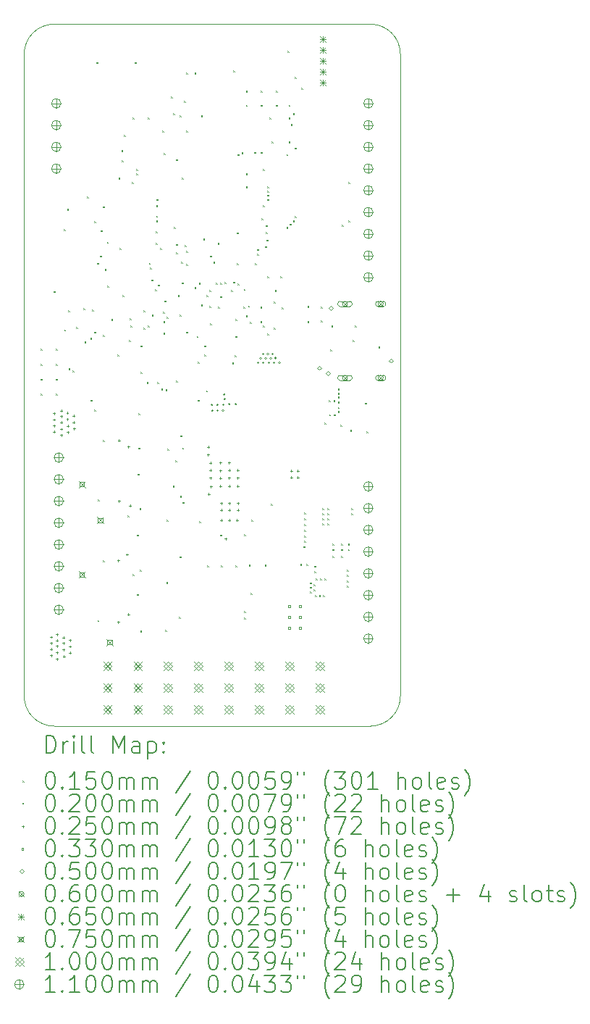
<source format=gbr>
%TF.GenerationSoftware,KiCad,Pcbnew,9.0.0*%
%TF.CreationDate,2025-04-29T18:34:19-04:00*%
%TF.ProjectId,Aurora Orbiton Edition,4175726f-7261-4204-9f72-6269746f6e20,rev?*%
%TF.SameCoordinates,Original*%
%TF.FileFunction,Drillmap*%
%TF.FilePolarity,Positive*%
%FSLAX45Y45*%
G04 Gerber Fmt 4.5, Leading zero omitted, Abs format (unit mm)*
G04 Created by KiCad (PCBNEW 9.0.0) date 2025-04-29 18:34:19*
%MOMM*%
%LPD*%
G01*
G04 APERTURE LIST*
%ADD10C,0.050000*%
%ADD11C,0.200000*%
%ADD12C,0.100000*%
%ADD13C,0.110000*%
G04 APERTURE END LIST*
D10*
X16550000Y-4850000D02*
G75*
G02*
X16900000Y-5200000I0J-350000D01*
G01*
X12850000Y-4850000D02*
X16550000Y-4850000D01*
X16900000Y-12700000D02*
G75*
G02*
X16550000Y-13050000I-350000J0D01*
G01*
X16900000Y-5200000D02*
X16900000Y-12700000D01*
X12500000Y-5200000D02*
G75*
G02*
X12850000Y-4850000I350000J0D01*
G01*
X16550000Y-13050000D02*
X12850000Y-13050000D01*
X12500000Y-12700000D02*
X12500000Y-5200000D01*
X12850000Y-13050000D02*
G75*
G02*
X12500000Y-12700000I0J350000D01*
G01*
D11*
D12*
X12692500Y-8642500D02*
X12707500Y-8657500D01*
X12707500Y-8642500D02*
X12692500Y-8657500D01*
X12692500Y-8817500D02*
X12707500Y-8832500D01*
X12707500Y-8817500D02*
X12692500Y-8832500D01*
X12692500Y-8992500D02*
X12707500Y-9007500D01*
X12707500Y-8992500D02*
X12692500Y-9007500D01*
X12692500Y-9167500D02*
X12707500Y-9182500D01*
X12707500Y-9167500D02*
X12692500Y-9182500D01*
X12842500Y-7967500D02*
X12857500Y-7982500D01*
X12857500Y-7967500D02*
X12842500Y-7982500D01*
X12867500Y-8642500D02*
X12882500Y-8657500D01*
X12882500Y-8642500D02*
X12867500Y-8657500D01*
X12867500Y-8817500D02*
X12882500Y-8832500D01*
X12882500Y-8817500D02*
X12867500Y-8832500D01*
X12867500Y-8992500D02*
X12882500Y-9007500D01*
X12882500Y-8992500D02*
X12867500Y-9007500D01*
X12867500Y-9167500D02*
X12882500Y-9182500D01*
X12882500Y-9167500D02*
X12867500Y-9182500D01*
X12962500Y-7242500D02*
X12977500Y-7257500D01*
X12977500Y-7242500D02*
X12962500Y-7257500D01*
X12967500Y-8417500D02*
X12982500Y-8432500D01*
X12982500Y-8417500D02*
X12967500Y-8432500D01*
X13002500Y-7007500D02*
X13017500Y-7022500D01*
X13017500Y-7007500D02*
X13002500Y-7022500D01*
X13012500Y-8192500D02*
X13027500Y-8207500D01*
X13027500Y-8192500D02*
X13012500Y-8207500D01*
X13019400Y-8872576D02*
X13034400Y-8887576D01*
X13034400Y-8872576D02*
X13019400Y-8887576D01*
X13067500Y-8892500D02*
X13082500Y-8907500D01*
X13082500Y-8892500D02*
X13067500Y-8907500D01*
X13107500Y-8387500D02*
X13122500Y-8402500D01*
X13122500Y-8387500D02*
X13107500Y-8402500D01*
X13195000Y-8167500D02*
X13210000Y-8182500D01*
X13210000Y-8167500D02*
X13195000Y-8182500D01*
X13205000Y-8555000D02*
X13220000Y-8570000D01*
X13220000Y-8555000D02*
X13205000Y-8570000D01*
X13237500Y-6862500D02*
X13252500Y-6877500D01*
X13252500Y-6862500D02*
X13237500Y-6877500D01*
X13272500Y-8517500D02*
X13287500Y-8532500D01*
X13287500Y-8517500D02*
X13272500Y-8532500D01*
X13277500Y-9237500D02*
X13292500Y-9252500D01*
X13292500Y-9237500D02*
X13277500Y-9252500D01*
X13296703Y-8186703D02*
X13311703Y-8201703D01*
X13311703Y-8186703D02*
X13296703Y-8201703D01*
X13317500Y-7152500D02*
X13332500Y-7167500D01*
X13332500Y-7152500D02*
X13317500Y-7167500D01*
X13317500Y-8442500D02*
X13332500Y-8457500D01*
X13332500Y-8442500D02*
X13317500Y-8457500D01*
X13317500Y-9352500D02*
X13332500Y-9367500D01*
X13332500Y-9352500D02*
X13317500Y-9367500D01*
X13342500Y-5292500D02*
X13357500Y-5307500D01*
X13357500Y-5292500D02*
X13342500Y-5307500D01*
X13352500Y-7637500D02*
X13367500Y-7652500D01*
X13367500Y-7637500D02*
X13352500Y-7652500D01*
X13357500Y-11812500D02*
X13372500Y-11827500D01*
X13372500Y-11812500D02*
X13357500Y-11827500D01*
X13358750Y-10403750D02*
X13373750Y-10418750D01*
X13373750Y-10403750D02*
X13358750Y-10418750D01*
X13390000Y-7552500D02*
X13405000Y-7567500D01*
X13405000Y-7552500D02*
X13390000Y-7567500D01*
X13397500Y-7257500D02*
X13412500Y-7272500D01*
X13412500Y-7257500D02*
X13397500Y-7272500D01*
X13417500Y-8482500D02*
X13432500Y-8497500D01*
X13432500Y-8482500D02*
X13417500Y-8497500D01*
X13417500Y-11112500D02*
X13432500Y-11127500D01*
X13432500Y-11112500D02*
X13417500Y-11127500D01*
X13422500Y-6977500D02*
X13437500Y-6992500D01*
X13437500Y-6977500D02*
X13422500Y-6992500D01*
X13422500Y-9707500D02*
X13437500Y-9722500D01*
X13437500Y-9707500D02*
X13422500Y-9722500D01*
X13442600Y-7712500D02*
X13457600Y-7727500D01*
X13457600Y-7712500D02*
X13442600Y-7727500D01*
X13467500Y-7392500D02*
X13482500Y-7407500D01*
X13482500Y-7392500D02*
X13467500Y-7407500D01*
X13472500Y-7902500D02*
X13487500Y-7917500D01*
X13487500Y-7902500D02*
X13472500Y-7917500D01*
X13517500Y-8292500D02*
X13532500Y-8307500D01*
X13532500Y-8292500D02*
X13517500Y-8307500D01*
X13592500Y-8707500D02*
X13607500Y-8722500D01*
X13607500Y-8707500D02*
X13592500Y-8722500D01*
X13602500Y-6642500D02*
X13617500Y-6657500D01*
X13617500Y-6642500D02*
X13602500Y-6657500D01*
X13612500Y-7467500D02*
X13627500Y-7482500D01*
X13627500Y-7467500D02*
X13612500Y-7482500D01*
X13637500Y-6322500D02*
X13652500Y-6337500D01*
X13652500Y-6322500D02*
X13637500Y-6337500D01*
X13642500Y-6442500D02*
X13657500Y-6457500D01*
X13657500Y-6442500D02*
X13642500Y-6457500D01*
X13652500Y-8017500D02*
X13667500Y-8032500D01*
X13667500Y-8017500D02*
X13652500Y-8032500D01*
X13667500Y-6142500D02*
X13682500Y-6157500D01*
X13682500Y-6142500D02*
X13667500Y-6157500D01*
X13707500Y-10587500D02*
X13722500Y-10602500D01*
X13722500Y-10587500D02*
X13707500Y-10602500D01*
X13727500Y-8542500D02*
X13742500Y-8557500D01*
X13742500Y-8542500D02*
X13727500Y-8557500D01*
X13732500Y-8287500D02*
X13747500Y-8302500D01*
X13747500Y-8287500D02*
X13732500Y-8302500D01*
X13742500Y-8367500D02*
X13757500Y-8382500D01*
X13757500Y-8367500D02*
X13742500Y-8382500D01*
X13762500Y-6692500D02*
X13777500Y-6707500D01*
X13777500Y-6692500D02*
X13762500Y-6707500D01*
X13767500Y-5942500D02*
X13782500Y-5957500D01*
X13782500Y-5942500D02*
X13767500Y-5957500D01*
X13767500Y-11277500D02*
X13782500Y-11292500D01*
X13782500Y-11277500D02*
X13767500Y-11292500D01*
X13792500Y-5292500D02*
X13807500Y-5307500D01*
X13807500Y-5292500D02*
X13792500Y-5307500D01*
X13807500Y-6542500D02*
X13822500Y-6557500D01*
X13822500Y-6542500D02*
X13807500Y-6557500D01*
X13807500Y-6592500D02*
X13822500Y-6607500D01*
X13822500Y-6592500D02*
X13807500Y-6607500D01*
X13817500Y-10812500D02*
X13832500Y-10827500D01*
X13832500Y-10812500D02*
X13817500Y-10827500D01*
X13817500Y-11507500D02*
X13832500Y-11522500D01*
X13832500Y-11507500D02*
X13817500Y-11522500D01*
X13827500Y-10102500D02*
X13842500Y-10117500D01*
X13842500Y-10102500D02*
X13827500Y-10117500D01*
X13832500Y-9397500D02*
X13847500Y-9412500D01*
X13847500Y-9397500D02*
X13832500Y-9412500D01*
X13837500Y-9797500D02*
X13852500Y-9812500D01*
X13852500Y-9797500D02*
X13837500Y-9812500D01*
X13847500Y-10502500D02*
X13862500Y-10517500D01*
X13862500Y-10502500D02*
X13847500Y-10517500D01*
X13852500Y-11222500D02*
X13867500Y-11237500D01*
X13867500Y-11222500D02*
X13852500Y-11237500D01*
X13857500Y-11932500D02*
X13872500Y-11947500D01*
X13872500Y-11932500D02*
X13857500Y-11947500D01*
X13862500Y-8602500D02*
X13877500Y-8617500D01*
X13877500Y-8602500D02*
X13862500Y-8617500D01*
X13862500Y-8912500D02*
X13877500Y-8927500D01*
X13877500Y-8912500D02*
X13862500Y-8927500D01*
X13892500Y-8192500D02*
X13907500Y-8207500D01*
X13907500Y-8192500D02*
X13892500Y-8207500D01*
X13892500Y-8392500D02*
X13907500Y-8407500D01*
X13907500Y-8392500D02*
X13892500Y-8407500D01*
X13932500Y-9032500D02*
X13947500Y-9047500D01*
X13947500Y-9032500D02*
X13932500Y-9047500D01*
X13942500Y-5942500D02*
X13957500Y-5957500D01*
X13957500Y-5942500D02*
X13942500Y-5957500D01*
X13942500Y-8367500D02*
X13957500Y-8382500D01*
X13957500Y-8367500D02*
X13942500Y-8382500D01*
X13957500Y-7637500D02*
X13972500Y-7652500D01*
X13972500Y-7637500D02*
X13957500Y-7652500D01*
X13969587Y-7694587D02*
X13984587Y-7709587D01*
X13984587Y-7694587D02*
X13969587Y-7709587D01*
X13987500Y-7832500D02*
X14002500Y-7847500D01*
X14002500Y-7832500D02*
X13987500Y-7847500D01*
X13992500Y-8242500D02*
X14007500Y-8257500D01*
X14007500Y-8242500D02*
X13992500Y-8257500D01*
X14032500Y-7947500D02*
X14047500Y-7962500D01*
X14047500Y-7947500D02*
X14032500Y-7962500D01*
X14037500Y-7267500D02*
X14052500Y-7282500D01*
X14052500Y-7267500D02*
X14037500Y-7282500D01*
X14037500Y-7407500D02*
X14052500Y-7422500D01*
X14052500Y-7407500D02*
X14037500Y-7422500D01*
X14042500Y-6962500D02*
X14057500Y-6977500D01*
X14057500Y-6962500D02*
X14042500Y-6977500D01*
X14042500Y-7087500D02*
X14057500Y-7102500D01*
X14057500Y-7087500D02*
X14042500Y-7102500D01*
X14042500Y-7142500D02*
X14057500Y-7157500D01*
X14057500Y-7142500D02*
X14042500Y-7157500D01*
X14047500Y-6892500D02*
X14062500Y-6907500D01*
X14062500Y-6892500D02*
X14047500Y-6907500D01*
X14054400Y-9030600D02*
X14069400Y-9045600D01*
X14069400Y-9030600D02*
X14054400Y-9045600D01*
X14062500Y-7892500D02*
X14077500Y-7907500D01*
X14077500Y-7892500D02*
X14062500Y-7907500D01*
X14092500Y-7467500D02*
X14107500Y-7482500D01*
X14107500Y-7467500D02*
X14092500Y-7482500D01*
X14102500Y-9107500D02*
X14117500Y-9122500D01*
X14117500Y-9107500D02*
X14102500Y-9122500D01*
X14117500Y-6092500D02*
X14132500Y-6107500D01*
X14132500Y-6092500D02*
X14117500Y-6107500D01*
X14122500Y-8212500D02*
X14137500Y-8227500D01*
X14137500Y-8212500D02*
X14122500Y-8227500D01*
X14127500Y-8317500D02*
X14142500Y-8332500D01*
X14142500Y-8317500D02*
X14127500Y-8332500D01*
X14127500Y-8452500D02*
X14142500Y-8467500D01*
X14142500Y-8452500D02*
X14127500Y-8467500D01*
X14132500Y-6357500D02*
X14147500Y-6372500D01*
X14147500Y-6357500D02*
X14132500Y-6372500D01*
X14137500Y-8077500D02*
X14152500Y-8092500D01*
X14152500Y-8077500D02*
X14137500Y-8092500D01*
X14147500Y-11927500D02*
X14162500Y-11942500D01*
X14162500Y-11927500D02*
X14147500Y-11942500D01*
X14152500Y-9112500D02*
X14167500Y-9127500D01*
X14167500Y-9112500D02*
X14152500Y-9127500D01*
X14162500Y-11367500D02*
X14177500Y-11382500D01*
X14177500Y-11367500D02*
X14162500Y-11382500D01*
X14167500Y-8267500D02*
X14182500Y-8282500D01*
X14182500Y-8267500D02*
X14167500Y-8282500D01*
X14167500Y-10642500D02*
X14182500Y-10657500D01*
X14182500Y-10642500D02*
X14167500Y-10657500D01*
X14177500Y-9807500D02*
X14192500Y-9822500D01*
X14192500Y-9807500D02*
X14177500Y-9822500D01*
X14217500Y-5692500D02*
X14232500Y-5707500D01*
X14232500Y-5692500D02*
X14217500Y-5707500D01*
X14237500Y-10242500D02*
X14252500Y-10257500D01*
X14252500Y-10242500D02*
X14237500Y-10257500D01*
X14242500Y-5892500D02*
X14257500Y-5907500D01*
X14257500Y-5892500D02*
X14242500Y-5907500D01*
X14247500Y-7217500D02*
X14262500Y-7232500D01*
X14262500Y-7217500D02*
X14247500Y-7232500D01*
X14267500Y-9942500D02*
X14282500Y-9957500D01*
X14282500Y-9942500D02*
X14267500Y-9957500D01*
X14273500Y-6427500D02*
X14288500Y-6442500D01*
X14288500Y-6427500D02*
X14273500Y-6442500D01*
X14277500Y-7417500D02*
X14292500Y-7432500D01*
X14292500Y-7417500D02*
X14277500Y-7432500D01*
X14277500Y-7517500D02*
X14292500Y-7532500D01*
X14292500Y-7517500D02*
X14277500Y-7532500D01*
X14277500Y-9012500D02*
X14292500Y-9027500D01*
X14292500Y-9012500D02*
X14277500Y-9027500D01*
X14297500Y-8017500D02*
X14312500Y-8032500D01*
X14312500Y-8017500D02*
X14297500Y-8032500D01*
X14312500Y-11772500D02*
X14327500Y-11787500D01*
X14327500Y-11772500D02*
X14312500Y-11787500D01*
X14317500Y-5917500D02*
X14332500Y-5932500D01*
X14332500Y-5917500D02*
X14317500Y-5932500D01*
X14317500Y-8242500D02*
X14332500Y-8257500D01*
X14332500Y-8242500D02*
X14317500Y-8257500D01*
X14317500Y-11067500D02*
X14332500Y-11082500D01*
X14332500Y-11067500D02*
X14317500Y-11082500D01*
X14322500Y-10362500D02*
X14337500Y-10377500D01*
X14337500Y-10362500D02*
X14322500Y-10377500D01*
X14327500Y-9652500D02*
X14342500Y-9667500D01*
X14342500Y-9652500D02*
X14327500Y-9667500D01*
X14337500Y-7627500D02*
X14352500Y-7642500D01*
X14352500Y-7627500D02*
X14337500Y-7642500D01*
X14342500Y-6642500D02*
X14357500Y-6657500D01*
X14357500Y-6642500D02*
X14342500Y-6657500D01*
X14342500Y-7867500D02*
X14357500Y-7882500D01*
X14357500Y-7867500D02*
X14342500Y-7882500D01*
X14347500Y-9797500D02*
X14362500Y-9812500D01*
X14362500Y-9797500D02*
X14347500Y-9812500D01*
X14352500Y-10432500D02*
X14367500Y-10447500D01*
X14367500Y-10432500D02*
X14352500Y-10447500D01*
X14367500Y-5742500D02*
X14382500Y-5757500D01*
X14382500Y-5742500D02*
X14367500Y-5757500D01*
X14378488Y-7428488D02*
X14393488Y-7443488D01*
X14393488Y-7428488D02*
X14378488Y-7443488D01*
X14392500Y-5417500D02*
X14407500Y-5432500D01*
X14407500Y-5417500D02*
X14392500Y-5432500D01*
X14392500Y-6092500D02*
X14407500Y-6107500D01*
X14407500Y-6092500D02*
X14392500Y-6107500D01*
X14392500Y-7652500D02*
X14407500Y-7667500D01*
X14407500Y-7652500D02*
X14392500Y-7667500D01*
X14392500Y-8442500D02*
X14407500Y-8457500D01*
X14407500Y-8442500D02*
X14392500Y-8457500D01*
X14397500Y-7497500D02*
X14412500Y-7512500D01*
X14412500Y-7497500D02*
X14397500Y-7512500D01*
X14492500Y-5417500D02*
X14507500Y-5432500D01*
X14507500Y-5417500D02*
X14492500Y-5432500D01*
X14492500Y-7922500D02*
X14507500Y-7937500D01*
X14507500Y-7922500D02*
X14492500Y-7937500D01*
X14517500Y-8492500D02*
X14532500Y-8507500D01*
X14532500Y-8492500D02*
X14517500Y-8507500D01*
X14527500Y-8792500D02*
X14542500Y-8807500D01*
X14542500Y-8792500D02*
X14527500Y-8807500D01*
X14532500Y-9237500D02*
X14547500Y-9252500D01*
X14547500Y-9237500D02*
X14532500Y-9252500D01*
X14542500Y-7872500D02*
X14557500Y-7887500D01*
X14557500Y-7872500D02*
X14542500Y-7887500D01*
X14547500Y-10657500D02*
X14562500Y-10672500D01*
X14562500Y-10657500D02*
X14547500Y-10672500D01*
X14567500Y-5917500D02*
X14582500Y-5932500D01*
X14582500Y-5917500D02*
X14567500Y-5932500D01*
X14567500Y-8127500D02*
X14582500Y-8142500D01*
X14582500Y-8127500D02*
X14567500Y-8142500D01*
X14592500Y-7357500D02*
X14607500Y-7372500D01*
X14607500Y-7357500D02*
X14592500Y-7372500D01*
X14607500Y-8602500D02*
X14622500Y-8617500D01*
X14622500Y-8602500D02*
X14607500Y-8617500D01*
X14607500Y-8707500D02*
X14622500Y-8722500D01*
X14622500Y-8707500D02*
X14607500Y-8722500D01*
X14627500Y-9127500D02*
X14642500Y-9142500D01*
X14642500Y-9127500D02*
X14627500Y-9142500D01*
X14632500Y-8012500D02*
X14647500Y-8027500D01*
X14647500Y-8012500D02*
X14632500Y-8027500D01*
X14637500Y-11172500D02*
X14652500Y-11187500D01*
X14652500Y-11172500D02*
X14637500Y-11187500D01*
X14667500Y-7952500D02*
X14682500Y-7967500D01*
X14682500Y-7952500D02*
X14667500Y-7967500D01*
X14667984Y-8142984D02*
X14682984Y-8157984D01*
X14682984Y-8142984D02*
X14667984Y-8157984D01*
X14672500Y-7552500D02*
X14687500Y-7567500D01*
X14687500Y-7552500D02*
X14672500Y-7567500D01*
X14672500Y-8342500D02*
X14687500Y-8357500D01*
X14687500Y-8342500D02*
X14672500Y-8357500D01*
X14712500Y-7627500D02*
X14727500Y-7642500D01*
X14727500Y-7627500D02*
X14712500Y-7642500D01*
X14742500Y-7872500D02*
X14757500Y-7887500D01*
X14757500Y-7872500D02*
X14742500Y-7887500D01*
X14762500Y-7402000D02*
X14777500Y-7417000D01*
X14777500Y-7402000D02*
X14762500Y-7417000D01*
X14767500Y-8152500D02*
X14782500Y-8167500D01*
X14782500Y-8152500D02*
X14767500Y-8167500D01*
X14792500Y-7872500D02*
X14807500Y-7887500D01*
X14807500Y-7872500D02*
X14792500Y-7887500D01*
X14792500Y-8027500D02*
X14807500Y-8042500D01*
X14807500Y-8027500D02*
X14792500Y-8042500D01*
X14792500Y-10812500D02*
X14807500Y-10827500D01*
X14807500Y-10812500D02*
X14792500Y-10827500D01*
X14802500Y-11172500D02*
X14817500Y-11187500D01*
X14817500Y-11172500D02*
X14802500Y-11187500D01*
X14842500Y-7862500D02*
X14857500Y-7877500D01*
X14857500Y-7862500D02*
X14842500Y-7877500D01*
X14917500Y-7957500D02*
X14932500Y-7972500D01*
X14932500Y-7957500D02*
X14917500Y-7972500D01*
X14932500Y-8802500D02*
X14947500Y-8817500D01*
X14947500Y-8802500D02*
X14932500Y-8817500D01*
X14942500Y-5392500D02*
X14957500Y-5407500D01*
X14957500Y-5392500D02*
X14942500Y-5407500D01*
X14942500Y-7857500D02*
X14957500Y-7872500D01*
X14957500Y-7857500D02*
X14942500Y-7872500D01*
X14962500Y-8717500D02*
X14977500Y-8732500D01*
X14977500Y-8717500D02*
X14962500Y-8732500D01*
X14967500Y-8292500D02*
X14982500Y-8307500D01*
X14982500Y-8292500D02*
X14967500Y-8307500D01*
X14967500Y-11172500D02*
X14982500Y-11187500D01*
X14982500Y-11172500D02*
X14967500Y-11187500D01*
X14972500Y-8492500D02*
X14987500Y-8507500D01*
X14987500Y-8492500D02*
X14972500Y-8507500D01*
X14987500Y-7282500D02*
X15002500Y-7297500D01*
X15002500Y-7282500D02*
X14987500Y-7297500D01*
X14987500Y-7642500D02*
X15002500Y-7657500D01*
X15002500Y-7642500D02*
X14987500Y-7657500D01*
X14992500Y-6367500D02*
X15007500Y-6382500D01*
X15007500Y-6367500D02*
X14992500Y-6382500D01*
X14992500Y-7877500D02*
X15007500Y-7892500D01*
X15007500Y-7877500D02*
X14992500Y-7892500D01*
X15042500Y-6349476D02*
X15057500Y-6364476D01*
X15057500Y-6349476D02*
X15042500Y-6364476D01*
X15062500Y-8147500D02*
X15077500Y-8162500D01*
X15077500Y-8147500D02*
X15062500Y-8162500D01*
X15067500Y-7942500D02*
X15082500Y-7957500D01*
X15082500Y-7942500D02*
X15067500Y-7957500D01*
X15072500Y-10807500D02*
X15087500Y-10822500D01*
X15087500Y-10807500D02*
X15072500Y-10822500D01*
X15072500Y-11707500D02*
X15087500Y-11722500D01*
X15087500Y-11707500D02*
X15072500Y-11722500D01*
X15072500Y-11782500D02*
X15087500Y-11797500D01*
X15087500Y-11782500D02*
X15072500Y-11797500D01*
X15092500Y-5628650D02*
X15107500Y-5643650D01*
X15107500Y-5628650D02*
X15092500Y-5643650D01*
X15092500Y-5792500D02*
X15107500Y-5807500D01*
X15107500Y-5792500D02*
X15092500Y-5807500D01*
X15092500Y-6592500D02*
X15107500Y-6607500D01*
X15107500Y-6592500D02*
X15092500Y-6607500D01*
X15092500Y-6742500D02*
X15107500Y-6757500D01*
X15107500Y-6742500D02*
X15092500Y-6757500D01*
X15092500Y-8252500D02*
X15107500Y-8267500D01*
X15107500Y-8252500D02*
X15092500Y-8267500D01*
X15117500Y-8137500D02*
X15132500Y-8152500D01*
X15132500Y-8137500D02*
X15117500Y-8152500D01*
X15127500Y-11167500D02*
X15142500Y-11182500D01*
X15142500Y-11167500D02*
X15127500Y-11182500D01*
X15137500Y-8327500D02*
X15152500Y-8342500D01*
X15152500Y-8327500D02*
X15137500Y-8342500D01*
X15147500Y-11492500D02*
X15162500Y-11507500D01*
X15162500Y-11492500D02*
X15147500Y-11507500D01*
X15157500Y-10642500D02*
X15172500Y-10657500D01*
X15172500Y-10642500D02*
X15157500Y-10657500D01*
X15192500Y-6342500D02*
X15207500Y-6357500D01*
X15207500Y-6342500D02*
X15192500Y-6357500D01*
X15197500Y-7642500D02*
X15212500Y-7657500D01*
X15212500Y-7642500D02*
X15197500Y-7657500D01*
X15222500Y-7477500D02*
X15237500Y-7492500D01*
X15237500Y-7477500D02*
X15222500Y-7492500D01*
X15222500Y-7529000D02*
X15237500Y-7544000D01*
X15237500Y-7529000D02*
X15222500Y-7544000D01*
X15262500Y-8152500D02*
X15277500Y-8167500D01*
X15277500Y-8152500D02*
X15262500Y-8167500D01*
X15262500Y-8317500D02*
X15277500Y-8332500D01*
X15277500Y-8317500D02*
X15262500Y-8332500D01*
X15267500Y-5628650D02*
X15282500Y-5643650D01*
X15282500Y-5628650D02*
X15267500Y-5643650D01*
X15267500Y-5792500D02*
X15282500Y-5807500D01*
X15282500Y-5792500D02*
X15267500Y-5807500D01*
X15267500Y-6342500D02*
X15282500Y-6357500D01*
X15282500Y-6342500D02*
X15267500Y-6357500D01*
X15272500Y-7117500D02*
X15287500Y-7132500D01*
X15287500Y-7117500D02*
X15272500Y-7132500D01*
X15292500Y-6542500D02*
X15307500Y-6557500D01*
X15307500Y-6542500D02*
X15292500Y-6557500D01*
X15292500Y-6967500D02*
X15307500Y-6982500D01*
X15307500Y-6967500D02*
X15292500Y-6982500D01*
X15292500Y-8367500D02*
X15307500Y-8382500D01*
X15307500Y-8367500D02*
X15292500Y-8382500D01*
X15312500Y-11162500D02*
X15327500Y-11177500D01*
X15327500Y-11162500D02*
X15312500Y-11177500D01*
X15317500Y-7442500D02*
X15332500Y-7457500D01*
X15332500Y-7442500D02*
X15317500Y-7457500D01*
X15322500Y-7277500D02*
X15337500Y-7292500D01*
X15337500Y-7277500D02*
X15322500Y-7292500D01*
X15327500Y-7197500D02*
X15342500Y-7212500D01*
X15342500Y-7197500D02*
X15327500Y-7212500D01*
X15332500Y-7367500D02*
X15347500Y-7382500D01*
X15347500Y-7367500D02*
X15332500Y-7382500D01*
X15342500Y-6742500D02*
X15357500Y-6757500D01*
X15357500Y-6742500D02*
X15342500Y-6757500D01*
X15342500Y-6792500D02*
X15357500Y-6807500D01*
X15357500Y-6792500D02*
X15342500Y-6807500D01*
X15342500Y-6842500D02*
X15357500Y-6857500D01*
X15357500Y-6842500D02*
X15342500Y-6857500D01*
X15342500Y-6892500D02*
X15357500Y-6907500D01*
X15357500Y-6892500D02*
X15342500Y-6907500D01*
X15342500Y-7792500D02*
X15357500Y-7807500D01*
X15357500Y-7792500D02*
X15342500Y-7807500D01*
X15342500Y-8462500D02*
X15357500Y-8477500D01*
X15357500Y-8462500D02*
X15342500Y-8477500D01*
X15367500Y-5942500D02*
X15382500Y-5957500D01*
X15382500Y-5942500D02*
X15367500Y-5957500D01*
X15387500Y-10452500D02*
X15402500Y-10467500D01*
X15402500Y-10452500D02*
X15387500Y-10467500D01*
X15392500Y-6217500D02*
X15407500Y-6232500D01*
X15407500Y-6217500D02*
X15392500Y-6232500D01*
X15417500Y-8092500D02*
X15432500Y-8107500D01*
X15432500Y-8092500D02*
X15417500Y-8107500D01*
X15417500Y-8397500D02*
X15432500Y-8412500D01*
X15432500Y-8397500D02*
X15417500Y-8412500D01*
X15432500Y-7957500D02*
X15447500Y-7972500D01*
X15447500Y-7957500D02*
X15432500Y-7972500D01*
X15442500Y-5628650D02*
X15457500Y-5643650D01*
X15457500Y-5628650D02*
X15442500Y-5643650D01*
X15442500Y-5792500D02*
X15457500Y-5807500D01*
X15457500Y-5792500D02*
X15442500Y-5807500D01*
X15492500Y-7792500D02*
X15507500Y-7807500D01*
X15507500Y-7792500D02*
X15492500Y-7807500D01*
X15512500Y-8157500D02*
X15527500Y-8172500D01*
X15527500Y-8157500D02*
X15512500Y-8172500D01*
X15567500Y-6367500D02*
X15582500Y-6382500D01*
X15582500Y-6367500D02*
X15567500Y-6382500D01*
X15567500Y-7217500D02*
X15582500Y-7232500D01*
X15582500Y-7217500D02*
X15567500Y-7232500D01*
X15582500Y-5162500D02*
X15597500Y-5177500D01*
X15597500Y-5162500D02*
X15582500Y-5177500D01*
X15592500Y-5792500D02*
X15607500Y-5807500D01*
X15607500Y-5792500D02*
X15592500Y-5807500D01*
X15592500Y-5942500D02*
X15607500Y-5957500D01*
X15607500Y-5942500D02*
X15592500Y-5957500D01*
X15592500Y-6217500D02*
X15607500Y-6232500D01*
X15607500Y-6217500D02*
X15592500Y-6232500D01*
X15605000Y-7180000D02*
X15620000Y-7195000D01*
X15620000Y-7180000D02*
X15605000Y-7195000D01*
X15617500Y-6017500D02*
X15632500Y-6032500D01*
X15632500Y-6017500D02*
X15617500Y-6032500D01*
X15642500Y-5892500D02*
X15657500Y-5907500D01*
X15657500Y-5892500D02*
X15642500Y-5907500D01*
X15642500Y-7142500D02*
X15657500Y-7157500D01*
X15657500Y-7142500D02*
X15642500Y-7157500D01*
X15667500Y-5467500D02*
X15682500Y-5482500D01*
X15682500Y-5467500D02*
X15667500Y-5482500D01*
X15667500Y-6292500D02*
X15682500Y-6307500D01*
X15682500Y-6292500D02*
X15667500Y-6307500D01*
X15667500Y-7092500D02*
X15682500Y-7107500D01*
X15682500Y-7092500D02*
X15667500Y-7107500D01*
X15727500Y-11157500D02*
X15742500Y-11172500D01*
X15742500Y-11157500D02*
X15727500Y-11172500D01*
X15742500Y-5592500D02*
X15757500Y-5607500D01*
X15757500Y-5592500D02*
X15742500Y-5607500D01*
X15767500Y-10947500D02*
X15782500Y-10962500D01*
X15782500Y-10947500D02*
X15767500Y-10962500D01*
X15772500Y-10557500D02*
X15787500Y-10572500D01*
X15787500Y-10557500D02*
X15772500Y-10572500D01*
X15772500Y-10622500D02*
X15787500Y-10637500D01*
X15787500Y-10622500D02*
X15772500Y-10637500D01*
X15772500Y-10687500D02*
X15787500Y-10702500D01*
X15787500Y-10687500D02*
X15772500Y-10702500D01*
X15772500Y-10757500D02*
X15787500Y-10772500D01*
X15787500Y-10757500D02*
X15772500Y-10772500D01*
X15772500Y-10822500D02*
X15787500Y-10837500D01*
X15787500Y-10822500D02*
X15772500Y-10837500D01*
X15772500Y-10882500D02*
X15787500Y-10897500D01*
X15787500Y-10882500D02*
X15772500Y-10897500D01*
X15797500Y-11157500D02*
X15812500Y-11172500D01*
X15812500Y-11157500D02*
X15797500Y-11172500D01*
X15812500Y-8140000D02*
X15827500Y-8155000D01*
X15827500Y-8140000D02*
X15812500Y-8155000D01*
X15812500Y-8317500D02*
X15827500Y-8332500D01*
X15827500Y-8317500D02*
X15812500Y-8332500D01*
X15842500Y-11372500D02*
X15857500Y-11387500D01*
X15857500Y-11372500D02*
X15842500Y-11387500D01*
X15842500Y-11422500D02*
X15857500Y-11437500D01*
X15857500Y-11422500D02*
X15842500Y-11437500D01*
X15842500Y-11477500D02*
X15857500Y-11492500D01*
X15857500Y-11477500D02*
X15842500Y-11492500D01*
X15887500Y-11392500D02*
X15902500Y-11407500D01*
X15902500Y-11392500D02*
X15887500Y-11407500D01*
X15887500Y-11452500D02*
X15902500Y-11467500D01*
X15902500Y-11452500D02*
X15887500Y-11467500D01*
X15892500Y-11177500D02*
X15907500Y-11192500D01*
X15907500Y-11177500D02*
X15892500Y-11192500D01*
X15892500Y-11242500D02*
X15907500Y-11257500D01*
X15907500Y-11242500D02*
X15892500Y-11257500D01*
X15902500Y-11517500D02*
X15917500Y-11532500D01*
X15917500Y-11517500D02*
X15902500Y-11532500D01*
X15907500Y-11327500D02*
X15922500Y-11342500D01*
X15922500Y-11327500D02*
X15907500Y-11342500D01*
X15947500Y-11517500D02*
X15962500Y-11532500D01*
X15962500Y-11517500D02*
X15947500Y-11532500D01*
X15962500Y-11327500D02*
X15977500Y-11342500D01*
X15977500Y-11327500D02*
X15962500Y-11342500D01*
X15967500Y-8147500D02*
X15982500Y-8162500D01*
X15982500Y-8147500D02*
X15967500Y-8162500D01*
X15967500Y-8312500D02*
X15982500Y-8327500D01*
X15982500Y-8312500D02*
X15967500Y-8327500D01*
X15987500Y-10502500D02*
X16002500Y-10517500D01*
X16002500Y-10502500D02*
X15987500Y-10517500D01*
X15987500Y-10562500D02*
X16002500Y-10577500D01*
X16002500Y-10562500D02*
X15987500Y-10577500D01*
X15987500Y-10622500D02*
X16002500Y-10637500D01*
X16002500Y-10622500D02*
X15987500Y-10637500D01*
X15987500Y-10682500D02*
X16002500Y-10697500D01*
X16002500Y-10682500D02*
X15987500Y-10697500D01*
X15997500Y-11517500D02*
X16012500Y-11532500D01*
X16012500Y-11517500D02*
X15997500Y-11532500D01*
X16012500Y-9507500D02*
X16027500Y-9522500D01*
X16027500Y-9507500D02*
X16012500Y-9522500D01*
X16012500Y-11327500D02*
X16027500Y-11342500D01*
X16027500Y-11327500D02*
X16012500Y-11342500D01*
X16042500Y-10502500D02*
X16057500Y-10517500D01*
X16057500Y-10502500D02*
X16042500Y-10517500D01*
X16042500Y-10562500D02*
X16057500Y-10577500D01*
X16057500Y-10562500D02*
X16042500Y-10577500D01*
X16042500Y-10622500D02*
X16057500Y-10637500D01*
X16057500Y-10622500D02*
X16042500Y-10637500D01*
X16042500Y-10682500D02*
X16057500Y-10697500D01*
X16057500Y-10682500D02*
X16042500Y-10697500D01*
X16062500Y-9242500D02*
X16077500Y-9257500D01*
X16077500Y-9242500D02*
X16062500Y-9257500D01*
X16067500Y-9407500D02*
X16082500Y-9422500D01*
X16082500Y-9407500D02*
X16067500Y-9422500D01*
X16082500Y-8652500D02*
X16097500Y-8667500D01*
X16097500Y-8652500D02*
X16082500Y-8667500D01*
X16092500Y-8367500D02*
X16107500Y-8382500D01*
X16107500Y-8367500D02*
X16092500Y-8382500D01*
X16107500Y-10917500D02*
X16122500Y-10932500D01*
X16122500Y-10917500D02*
X16107500Y-10932500D01*
X16107500Y-10982500D02*
X16122500Y-10997500D01*
X16122500Y-10982500D02*
X16107500Y-10997500D01*
X16107500Y-11062500D02*
X16122500Y-11077500D01*
X16122500Y-11062500D02*
X16107500Y-11077500D01*
X16117500Y-9242500D02*
X16132500Y-9257500D01*
X16132500Y-9242500D02*
X16117500Y-9257500D01*
X16122500Y-9407500D02*
X16137500Y-9422500D01*
X16137500Y-9407500D02*
X16122500Y-9422500D01*
X16167500Y-9107500D02*
X16182500Y-9122500D01*
X16182500Y-9107500D02*
X16167500Y-9122500D01*
X16167500Y-9157500D02*
X16182500Y-9172500D01*
X16182500Y-9157500D02*
X16167500Y-9172500D01*
X16167500Y-9197500D02*
X16182500Y-9212500D01*
X16182500Y-9197500D02*
X16167500Y-9212500D01*
X16167500Y-9262500D02*
X16182500Y-9277500D01*
X16182500Y-9262500D02*
X16167500Y-9277500D01*
X16167500Y-9322500D02*
X16182500Y-9337500D01*
X16182500Y-9322500D02*
X16167500Y-9337500D01*
X16167500Y-9372500D02*
X16182500Y-9387500D01*
X16182500Y-9372500D02*
X16167500Y-9387500D01*
X16197500Y-9527500D02*
X16212500Y-9542500D01*
X16212500Y-9527500D02*
X16197500Y-9542500D01*
X16207500Y-10917500D02*
X16222500Y-10932500D01*
X16222500Y-10917500D02*
X16207500Y-10932500D01*
X16207500Y-10982500D02*
X16222500Y-10997500D01*
X16222500Y-10982500D02*
X16207500Y-10997500D01*
X16207500Y-11062500D02*
X16222500Y-11077500D01*
X16222500Y-11062500D02*
X16207500Y-11077500D01*
X16217500Y-7192500D02*
X16232500Y-7207500D01*
X16232500Y-7192500D02*
X16217500Y-7207500D01*
X16272500Y-11222500D02*
X16287500Y-11237500D01*
X16287500Y-11222500D02*
X16272500Y-11237500D01*
X16272500Y-11282500D02*
X16287500Y-11297500D01*
X16287500Y-11282500D02*
X16272500Y-11297500D01*
X16272500Y-11352500D02*
X16287500Y-11367500D01*
X16287500Y-11352500D02*
X16272500Y-11367500D01*
X16272500Y-11412500D02*
X16287500Y-11427500D01*
X16287500Y-11412500D02*
X16272500Y-11427500D01*
X16287500Y-10917500D02*
X16302500Y-10932500D01*
X16302500Y-10917500D02*
X16287500Y-10932500D01*
X16287500Y-10982500D02*
X16302500Y-10997500D01*
X16302500Y-10982500D02*
X16287500Y-10997500D01*
X16292500Y-6692500D02*
X16307500Y-6707500D01*
X16307500Y-6692500D02*
X16292500Y-6707500D01*
X16292500Y-7142500D02*
X16307500Y-7157500D01*
X16307500Y-7142500D02*
X16292500Y-7157500D01*
X16312500Y-9587500D02*
X16327500Y-9602500D01*
X16327500Y-9587500D02*
X16312500Y-9602500D01*
X16322500Y-10502500D02*
X16337500Y-10517500D01*
X16337500Y-10502500D02*
X16322500Y-10517500D01*
X16322500Y-10562500D02*
X16337500Y-10577500D01*
X16337500Y-10562500D02*
X16322500Y-10577500D01*
X16342500Y-8542500D02*
X16357500Y-8557500D01*
X16357500Y-8542500D02*
X16342500Y-8557500D01*
X16367500Y-8367500D02*
X16382500Y-8382500D01*
X16382500Y-8367500D02*
X16367500Y-8382500D01*
X16482500Y-9272500D02*
X16497500Y-9287500D01*
X16497500Y-9272500D02*
X16482500Y-9287500D01*
X16502500Y-9607500D02*
X16517500Y-9622500D01*
X16517500Y-9607500D02*
X16502500Y-9622500D01*
X16642500Y-8617500D02*
X16657500Y-8632500D01*
X16657500Y-8617500D02*
X16642500Y-8632500D01*
X14705000Y-9300000D02*
G75*
G02*
X14685000Y-9300000I-10000J0D01*
G01*
X14685000Y-9300000D02*
G75*
G02*
X14705000Y-9300000I10000J0D01*
G01*
X14710000Y-9365000D02*
G75*
G02*
X14690000Y-9365000I-10000J0D01*
G01*
X14690000Y-9365000D02*
G75*
G02*
X14710000Y-9365000I10000J0D01*
G01*
X14770000Y-9300000D02*
G75*
G02*
X14750000Y-9300000I-10000J0D01*
G01*
X14750000Y-9300000D02*
G75*
G02*
X14770000Y-9300000I10000J0D01*
G01*
X14770000Y-9365000D02*
G75*
G02*
X14750000Y-9365000I-10000J0D01*
G01*
X14750000Y-9365000D02*
G75*
G02*
X14770000Y-9365000I10000J0D01*
G01*
X14835000Y-9365000D02*
G75*
G02*
X14815000Y-9365000I-10000J0D01*
G01*
X14815000Y-9365000D02*
G75*
G02*
X14835000Y-9365000I10000J0D01*
G01*
X14840000Y-9295000D02*
G75*
G02*
X14820000Y-9295000I-10000J0D01*
G01*
X14820000Y-9295000D02*
G75*
G02*
X14840000Y-9295000I10000J0D01*
G01*
X14850000Y-9175000D02*
G75*
G02*
X14830000Y-9175000I-10000J0D01*
G01*
X14830000Y-9175000D02*
G75*
G02*
X14850000Y-9175000I10000J0D01*
G01*
X14855000Y-9230000D02*
G75*
G02*
X14835000Y-9230000I-10000J0D01*
G01*
X14835000Y-9230000D02*
G75*
G02*
X14855000Y-9230000I10000J0D01*
G01*
X14910000Y-9290000D02*
G75*
G02*
X14890000Y-9290000I-10000J0D01*
G01*
X14890000Y-9290000D02*
G75*
G02*
X14910000Y-9290000I10000J0D01*
G01*
X14985000Y-9290000D02*
G75*
G02*
X14965000Y-9290000I-10000J0D01*
G01*
X14965000Y-9290000D02*
G75*
G02*
X14985000Y-9290000I10000J0D01*
G01*
X15245000Y-8805000D02*
G75*
G02*
X15225000Y-8805000I-10000J0D01*
G01*
X15225000Y-8805000D02*
G75*
G02*
X15245000Y-8805000I10000J0D01*
G01*
X15275000Y-8755000D02*
G75*
G02*
X15255000Y-8755000I-10000J0D01*
G01*
X15255000Y-8755000D02*
G75*
G02*
X15275000Y-8755000I10000J0D01*
G01*
X15305000Y-8705000D02*
G75*
G02*
X15285000Y-8705000I-10000J0D01*
G01*
X15285000Y-8705000D02*
G75*
G02*
X15305000Y-8705000I10000J0D01*
G01*
X15305000Y-8805000D02*
G75*
G02*
X15285000Y-8805000I-10000J0D01*
G01*
X15285000Y-8805000D02*
G75*
G02*
X15305000Y-8805000I10000J0D01*
G01*
X15335000Y-8755000D02*
G75*
G02*
X15315000Y-8755000I-10000J0D01*
G01*
X15315000Y-8755000D02*
G75*
G02*
X15335000Y-8755000I10000J0D01*
G01*
X15360000Y-8705000D02*
G75*
G02*
X15340000Y-8705000I-10000J0D01*
G01*
X15340000Y-8705000D02*
G75*
G02*
X15360000Y-8705000I10000J0D01*
G01*
X15375000Y-8805000D02*
G75*
G02*
X15355000Y-8805000I-10000J0D01*
G01*
X15355000Y-8805000D02*
G75*
G02*
X15375000Y-8805000I10000J0D01*
G01*
X15395000Y-8755000D02*
G75*
G02*
X15375000Y-8755000I-10000J0D01*
G01*
X15375000Y-8755000D02*
G75*
G02*
X15395000Y-8755000I10000J0D01*
G01*
X15415000Y-8705000D02*
G75*
G02*
X15395000Y-8705000I-10000J0D01*
G01*
X15395000Y-8705000D02*
G75*
G02*
X15415000Y-8705000I10000J0D01*
G01*
X15430000Y-8805000D02*
G75*
G02*
X15410000Y-8805000I-10000J0D01*
G01*
X15410000Y-8805000D02*
G75*
G02*
X15430000Y-8805000I10000J0D01*
G01*
X15450000Y-8750000D02*
G75*
G02*
X15430000Y-8750000I-10000J0D01*
G01*
X15430000Y-8750000D02*
G75*
G02*
X15450000Y-8750000I10000J0D01*
G01*
X15495000Y-8805000D02*
G75*
G02*
X15475000Y-8805000I-10000J0D01*
G01*
X15475000Y-8805000D02*
G75*
G02*
X15495000Y-8805000I10000J0D01*
G01*
X12815000Y-11997500D02*
X12815000Y-12022500D01*
X12802500Y-12010000D02*
X12827500Y-12010000D01*
X12815000Y-12067500D02*
X12815000Y-12092500D01*
X12802500Y-12080000D02*
X12827500Y-12080000D01*
X12815000Y-12137500D02*
X12815000Y-12162500D01*
X12802500Y-12150000D02*
X12827500Y-12150000D01*
X12815000Y-12212500D02*
X12815000Y-12237500D01*
X12802500Y-12225000D02*
X12827500Y-12225000D01*
X12850000Y-9382500D02*
X12850000Y-9407500D01*
X12837500Y-9395000D02*
X12862500Y-9395000D01*
X12850000Y-9457500D02*
X12850000Y-9482500D01*
X12837500Y-9470000D02*
X12862500Y-9470000D01*
X12850000Y-9527500D02*
X12850000Y-9552500D01*
X12837500Y-9540000D02*
X12862500Y-9540000D01*
X12850000Y-9597500D02*
X12850000Y-9622500D01*
X12837500Y-9610000D02*
X12862500Y-9610000D01*
X12885000Y-11967500D02*
X12885000Y-11992500D01*
X12872500Y-11980000D02*
X12897500Y-11980000D01*
X12885000Y-12037500D02*
X12885000Y-12062500D01*
X12872500Y-12050000D02*
X12897500Y-12050000D01*
X12885000Y-12102500D02*
X12885000Y-12127500D01*
X12872500Y-12115000D02*
X12897500Y-12115000D01*
X12885000Y-12177500D02*
X12885000Y-12202500D01*
X12872500Y-12190000D02*
X12897500Y-12190000D01*
X12885000Y-12252500D02*
X12885000Y-12277500D01*
X12872500Y-12265000D02*
X12897500Y-12265000D01*
X12935000Y-9352500D02*
X12935000Y-9377500D01*
X12922500Y-9365000D02*
X12947500Y-9365000D01*
X12935000Y-9417500D02*
X12935000Y-9442500D01*
X12922500Y-9430000D02*
X12947500Y-9430000D01*
X12935000Y-9487500D02*
X12935000Y-9512500D01*
X12922500Y-9500000D02*
X12947500Y-9500000D01*
X12935000Y-9567500D02*
X12935000Y-9592500D01*
X12922500Y-9580000D02*
X12947500Y-9580000D01*
X12935000Y-9637500D02*
X12935000Y-9662500D01*
X12922500Y-9650000D02*
X12947500Y-9650000D01*
X12960000Y-12002500D02*
X12960000Y-12027500D01*
X12947500Y-12015000D02*
X12972500Y-12015000D01*
X12960000Y-12067500D02*
X12960000Y-12092500D01*
X12947500Y-12080000D02*
X12972500Y-12080000D01*
X12960000Y-12142500D02*
X12960000Y-12167500D01*
X12947500Y-12155000D02*
X12972500Y-12155000D01*
X12965000Y-12222500D02*
X12965000Y-12247500D01*
X12952500Y-12235000D02*
X12977500Y-12235000D01*
X13005000Y-9377500D02*
X13005000Y-9402500D01*
X12992500Y-9390000D02*
X13017500Y-9390000D01*
X13005000Y-9452500D02*
X13005000Y-9477500D01*
X12992500Y-9465000D02*
X13017500Y-9465000D01*
X13010000Y-9532500D02*
X13010000Y-9557500D01*
X12997500Y-9545000D02*
X13022500Y-9545000D01*
X13010000Y-9602500D02*
X13010000Y-9627500D01*
X12997500Y-9615000D02*
X13022500Y-9615000D01*
X13035000Y-12032500D02*
X13035000Y-12057500D01*
X13022500Y-12045000D02*
X13047500Y-12045000D01*
X13035000Y-12107500D02*
X13035000Y-12132500D01*
X13022500Y-12120000D02*
X13047500Y-12120000D01*
X13035000Y-12182500D02*
X13035000Y-12207500D01*
X13022500Y-12195000D02*
X13047500Y-12195000D01*
X13080000Y-9412500D02*
X13080000Y-9437500D01*
X13067500Y-9425000D02*
X13092500Y-9425000D01*
X13080000Y-9487500D02*
X13080000Y-9512500D01*
X13067500Y-9500000D02*
X13092500Y-9500000D01*
X13085000Y-9562500D02*
X13085000Y-9587500D01*
X13072500Y-9575000D02*
X13097500Y-9575000D01*
X13600000Y-11102500D02*
X13600000Y-11127500D01*
X13587500Y-11115000D02*
X13612500Y-11115000D01*
X13600000Y-11822500D02*
X13600000Y-11847500D01*
X13587500Y-11835000D02*
X13612500Y-11835000D01*
X13607500Y-9702500D02*
X13607500Y-9727500D01*
X13595000Y-9715000D02*
X13620000Y-9715000D01*
X13607500Y-10407500D02*
X13607500Y-10432500D01*
X13595000Y-10420000D02*
X13620000Y-10420000D01*
X13700000Y-11032500D02*
X13700000Y-11057500D01*
X13687500Y-11045000D02*
X13712500Y-11045000D01*
X13720000Y-9772500D02*
X13720000Y-9797500D01*
X13707500Y-9785000D02*
X13732500Y-9785000D01*
X13720000Y-11732500D02*
X13720000Y-11757500D01*
X13707500Y-11745000D02*
X13732500Y-11745000D01*
X13740000Y-10462500D02*
X13740000Y-10487500D01*
X13727500Y-10475000D02*
X13752500Y-10475000D01*
X14650000Y-9867500D02*
X14650000Y-9892500D01*
X14637500Y-9880000D02*
X14662500Y-9880000D01*
X14655000Y-9777500D02*
X14655000Y-9802500D01*
X14642500Y-9790000D02*
X14667500Y-9790000D01*
X14660000Y-10327500D02*
X14660000Y-10352500D01*
X14647500Y-10340000D02*
X14672500Y-10340000D01*
X14680000Y-9962500D02*
X14680000Y-9987500D01*
X14667500Y-9975000D02*
X14692500Y-9975000D01*
X14680000Y-10047500D02*
X14680000Y-10072500D01*
X14667500Y-10060000D02*
X14692500Y-10060000D01*
X14680000Y-10137500D02*
X14680000Y-10162500D01*
X14667500Y-10150000D02*
X14692500Y-10150000D01*
X14685000Y-10237500D02*
X14685000Y-10262500D01*
X14672500Y-10250000D02*
X14697500Y-10250000D01*
X14795000Y-9957500D02*
X14795000Y-9982500D01*
X14782500Y-9970000D02*
X14807500Y-9970000D01*
X14795000Y-10052500D02*
X14795000Y-10077500D01*
X14782500Y-10065000D02*
X14807500Y-10065000D01*
X14795000Y-10142500D02*
X14795000Y-10167500D01*
X14782500Y-10155000D02*
X14807500Y-10155000D01*
X14795000Y-10232500D02*
X14795000Y-10257500D01*
X14782500Y-10245000D02*
X14807500Y-10245000D01*
X14805000Y-10432500D02*
X14805000Y-10457500D01*
X14792500Y-10445000D02*
X14817500Y-10445000D01*
X14805000Y-10512500D02*
X14805000Y-10537500D01*
X14792500Y-10525000D02*
X14817500Y-10525000D01*
X14805000Y-10632500D02*
X14805000Y-10657500D01*
X14792500Y-10645000D02*
X14817500Y-10645000D01*
X14855000Y-10847500D02*
X14855000Y-10872500D01*
X14842500Y-10860000D02*
X14867500Y-10860000D01*
X14895000Y-9957500D02*
X14895000Y-9982500D01*
X14882500Y-9970000D02*
X14907500Y-9970000D01*
X14895000Y-10137500D02*
X14895000Y-10162500D01*
X14882500Y-10150000D02*
X14907500Y-10150000D01*
X14900000Y-10047500D02*
X14900000Y-10072500D01*
X14887500Y-10060000D02*
X14912500Y-10060000D01*
X14900000Y-10232500D02*
X14900000Y-10257500D01*
X14887500Y-10245000D02*
X14912500Y-10245000D01*
X14900000Y-10432500D02*
X14900000Y-10457500D01*
X14887500Y-10445000D02*
X14912500Y-10445000D01*
X14900000Y-10512500D02*
X14900000Y-10537500D01*
X14887500Y-10525000D02*
X14912500Y-10525000D01*
X14900000Y-10632500D02*
X14900000Y-10657500D01*
X14887500Y-10645000D02*
X14912500Y-10645000D01*
X14990000Y-10632500D02*
X14990000Y-10657500D01*
X14977500Y-10645000D02*
X15002500Y-10645000D01*
X14995000Y-10047500D02*
X14995000Y-10072500D01*
X14982500Y-10060000D02*
X15007500Y-10060000D01*
X14995000Y-10137500D02*
X14995000Y-10162500D01*
X14982500Y-10150000D02*
X15007500Y-10150000D01*
X14995000Y-10232500D02*
X14995000Y-10257500D01*
X14982500Y-10245000D02*
X15007500Y-10245000D01*
X15000000Y-10432500D02*
X15000000Y-10457500D01*
X14987500Y-10445000D02*
X15012500Y-10445000D01*
X15000000Y-10512500D02*
X15000000Y-10537500D01*
X14987500Y-10525000D02*
X15012500Y-10525000D01*
X15625000Y-10057500D02*
X15625000Y-10082500D01*
X15612500Y-10070000D02*
X15637500Y-10070000D01*
X15625000Y-10132500D02*
X15625000Y-10157500D01*
X15612500Y-10145000D02*
X15637500Y-10145000D01*
X15700000Y-10057500D02*
X15700000Y-10082500D01*
X15687500Y-10070000D02*
X15712500Y-10070000D01*
X15700000Y-10132500D02*
X15700000Y-10157500D01*
X15687500Y-10145000D02*
X15712500Y-10145000D01*
X15609272Y-11658786D02*
X15609272Y-11635451D01*
X15585937Y-11635451D01*
X15585937Y-11658786D01*
X15609272Y-11658786D01*
X15609272Y-11788786D02*
X15609272Y-11765451D01*
X15585937Y-11765451D01*
X15585937Y-11788786D01*
X15609272Y-11788786D01*
X15609272Y-11918786D02*
X15609272Y-11895451D01*
X15585937Y-11895451D01*
X15585937Y-11918786D01*
X15609272Y-11918786D01*
X15739272Y-11658786D02*
X15739272Y-11635451D01*
X15715937Y-11635451D01*
X15715937Y-11658786D01*
X15739272Y-11658786D01*
X15739272Y-11788786D02*
X15739272Y-11765451D01*
X15715937Y-11765451D01*
X15715937Y-11788786D01*
X15739272Y-11788786D01*
X15739272Y-11918786D02*
X15739272Y-11895451D01*
X15715937Y-11895451D01*
X15715937Y-11918786D01*
X15739272Y-11918786D01*
X15955000Y-8890000D02*
X15980000Y-8865000D01*
X15955000Y-8840000D01*
X15930000Y-8865000D01*
X15955000Y-8890000D01*
X16055000Y-8950000D02*
X16080000Y-8925000D01*
X16055000Y-8900000D01*
X16030000Y-8925000D01*
X16055000Y-8950000D01*
X16085000Y-8190000D02*
X16110000Y-8165000D01*
X16085000Y-8140000D01*
X16060000Y-8165000D01*
X16085000Y-8190000D01*
X16790000Y-8805000D02*
X16815000Y-8780000D01*
X16790000Y-8755000D01*
X16765000Y-8780000D01*
X16790000Y-8805000D01*
X16222000Y-8088000D02*
X16282000Y-8148000D01*
X16282000Y-8088000D02*
X16222000Y-8148000D01*
X16282000Y-8118000D02*
G75*
G02*
X16222000Y-8118000I-30000J0D01*
G01*
X16222000Y-8118000D02*
G75*
G02*
X16282000Y-8118000I30000J0D01*
G01*
X16197000Y-8148000D02*
X16307000Y-8148000D01*
X16307000Y-8088000D02*
G75*
G02*
X16307000Y-8148000I0J-30000D01*
G01*
X16307000Y-8088000D02*
X16197000Y-8088000D01*
X16197000Y-8088000D02*
G75*
G03*
X16197000Y-8148000I0J-30000D01*
G01*
X16222000Y-8952000D02*
X16282000Y-9012000D01*
X16282000Y-8952000D02*
X16222000Y-9012000D01*
X16282000Y-8982000D02*
G75*
G02*
X16222000Y-8982000I-30000J0D01*
G01*
X16222000Y-8982000D02*
G75*
G02*
X16282000Y-8982000I30000J0D01*
G01*
X16197000Y-9012000D02*
X16307000Y-9012000D01*
X16307000Y-8952000D02*
G75*
G02*
X16307000Y-9012000I0J-30000D01*
G01*
X16307000Y-8952000D02*
X16197000Y-8952000D01*
X16197000Y-8952000D02*
G75*
G03*
X16197000Y-9012000I0J-30000D01*
G01*
X16640000Y-8088000D02*
X16700000Y-8148000D01*
X16700000Y-8088000D02*
X16640000Y-8148000D01*
X16700000Y-8118000D02*
G75*
G02*
X16640000Y-8118000I-30000J0D01*
G01*
X16640000Y-8118000D02*
G75*
G02*
X16700000Y-8118000I30000J0D01*
G01*
X16640000Y-8148000D02*
X16700000Y-8148000D01*
X16700000Y-8088000D02*
G75*
G02*
X16700000Y-8148000I0J-30000D01*
G01*
X16700000Y-8088000D02*
X16640000Y-8088000D01*
X16640000Y-8088000D02*
G75*
G03*
X16640000Y-8148000I0J-30000D01*
G01*
X16640000Y-8952000D02*
X16700000Y-9012000D01*
X16700000Y-8952000D02*
X16640000Y-9012000D01*
X16700000Y-8982000D02*
G75*
G02*
X16640000Y-8982000I-30000J0D01*
G01*
X16640000Y-8982000D02*
G75*
G02*
X16700000Y-8982000I30000J0D01*
G01*
X16640000Y-9012000D02*
X16700000Y-9012000D01*
X16700000Y-8952000D02*
G75*
G02*
X16700000Y-9012000I0J-30000D01*
G01*
X16700000Y-8952000D02*
X16640000Y-8952000D01*
X16640000Y-8952000D02*
G75*
G03*
X16640000Y-9012000I0J-30000D01*
G01*
X15959408Y-4991948D02*
X16024408Y-5056948D01*
X16024408Y-4991948D02*
X15959408Y-5056948D01*
X15991908Y-4991948D02*
X15991908Y-5056948D01*
X15959408Y-5024448D02*
X16024408Y-5024448D01*
X15959408Y-5118948D02*
X16024408Y-5183948D01*
X16024408Y-5118948D02*
X15959408Y-5183948D01*
X15991908Y-5118948D02*
X15991908Y-5183948D01*
X15959408Y-5151448D02*
X16024408Y-5151448D01*
X15959408Y-5245948D02*
X16024408Y-5310948D01*
X16024408Y-5245948D02*
X15959408Y-5310948D01*
X15991908Y-5245948D02*
X15991908Y-5310948D01*
X15959408Y-5278448D02*
X16024408Y-5278448D01*
X15959408Y-5372948D02*
X16024408Y-5437948D01*
X16024408Y-5372948D02*
X15959408Y-5437948D01*
X15991908Y-5372948D02*
X15991908Y-5437948D01*
X15959408Y-5405448D02*
X16024408Y-5405448D01*
X15959408Y-5499948D02*
X16024408Y-5564948D01*
X16024408Y-5499948D02*
X15959408Y-5564948D01*
X15991908Y-5499948D02*
X15991908Y-5564948D01*
X15959408Y-5532448D02*
X16024408Y-5532448D01*
X13137500Y-10187500D02*
X13212500Y-10262500D01*
X13212500Y-10187500D02*
X13137500Y-10262500D01*
X13201517Y-10251517D02*
X13201517Y-10198483D01*
X13148483Y-10198483D01*
X13148483Y-10251517D01*
X13201517Y-10251517D01*
X13137500Y-11242500D02*
X13212500Y-11317500D01*
X13212500Y-11242500D02*
X13137500Y-11317500D01*
X13201517Y-11306517D02*
X13201517Y-11253483D01*
X13148483Y-11253483D01*
X13148483Y-11306517D01*
X13201517Y-11306517D01*
X13352800Y-10607500D02*
X13427800Y-10682500D01*
X13427800Y-10607500D02*
X13352800Y-10682500D01*
X13416817Y-10671517D02*
X13416817Y-10618483D01*
X13363783Y-10618483D01*
X13363783Y-10671517D01*
X13416817Y-10671517D01*
X13462500Y-12032500D02*
X13537500Y-12107500D01*
X13537500Y-12032500D02*
X13462500Y-12107500D01*
X13526517Y-12096517D02*
X13526517Y-12043483D01*
X13473483Y-12043483D01*
X13473483Y-12096517D01*
X13526517Y-12096517D01*
X13425000Y-12300000D02*
X13525000Y-12400000D01*
X13525000Y-12300000D02*
X13425000Y-12400000D01*
X13475000Y-12400000D02*
X13525000Y-12350000D01*
X13475000Y-12300000D01*
X13425000Y-12350000D01*
X13475000Y-12400000D01*
X13425000Y-12554000D02*
X13525000Y-12654000D01*
X13525000Y-12554000D02*
X13425000Y-12654000D01*
X13475000Y-12654000D02*
X13525000Y-12604000D01*
X13475000Y-12554000D01*
X13425000Y-12604000D01*
X13475000Y-12654000D01*
X13425000Y-12808000D02*
X13525000Y-12908000D01*
X13525000Y-12808000D02*
X13425000Y-12908000D01*
X13475000Y-12908000D02*
X13525000Y-12858000D01*
X13475000Y-12808000D01*
X13425000Y-12858000D01*
X13475000Y-12908000D01*
X13780000Y-12300000D02*
X13880000Y-12400000D01*
X13880000Y-12300000D02*
X13780000Y-12400000D01*
X13830000Y-12400000D02*
X13880000Y-12350000D01*
X13830000Y-12300000D01*
X13780000Y-12350000D01*
X13830000Y-12400000D01*
X13780000Y-12554000D02*
X13880000Y-12654000D01*
X13880000Y-12554000D02*
X13780000Y-12654000D01*
X13830000Y-12654000D02*
X13880000Y-12604000D01*
X13830000Y-12554000D01*
X13780000Y-12604000D01*
X13830000Y-12654000D01*
X13780000Y-12808000D02*
X13880000Y-12908000D01*
X13880000Y-12808000D02*
X13780000Y-12908000D01*
X13830000Y-12908000D02*
X13880000Y-12858000D01*
X13830000Y-12808000D01*
X13780000Y-12858000D01*
X13830000Y-12908000D01*
X14135000Y-12300000D02*
X14235000Y-12400000D01*
X14235000Y-12300000D02*
X14135000Y-12400000D01*
X14185000Y-12400000D02*
X14235000Y-12350000D01*
X14185000Y-12300000D01*
X14135000Y-12350000D01*
X14185000Y-12400000D01*
X14135000Y-12554000D02*
X14235000Y-12654000D01*
X14235000Y-12554000D02*
X14135000Y-12654000D01*
X14185000Y-12654000D02*
X14235000Y-12604000D01*
X14185000Y-12554000D01*
X14135000Y-12604000D01*
X14185000Y-12654000D01*
X14135000Y-12808000D02*
X14235000Y-12908000D01*
X14235000Y-12808000D02*
X14135000Y-12908000D01*
X14185000Y-12908000D02*
X14235000Y-12858000D01*
X14185000Y-12808000D01*
X14135000Y-12858000D01*
X14185000Y-12908000D01*
X14490000Y-12300000D02*
X14590000Y-12400000D01*
X14590000Y-12300000D02*
X14490000Y-12400000D01*
X14540000Y-12400000D02*
X14590000Y-12350000D01*
X14540000Y-12300000D01*
X14490000Y-12350000D01*
X14540000Y-12400000D01*
X14490000Y-12554000D02*
X14590000Y-12654000D01*
X14590000Y-12554000D02*
X14490000Y-12654000D01*
X14540000Y-12654000D02*
X14590000Y-12604000D01*
X14540000Y-12554000D01*
X14490000Y-12604000D01*
X14540000Y-12654000D01*
X14490000Y-12808000D02*
X14590000Y-12908000D01*
X14590000Y-12808000D02*
X14490000Y-12908000D01*
X14540000Y-12908000D02*
X14590000Y-12858000D01*
X14540000Y-12808000D01*
X14490000Y-12858000D01*
X14540000Y-12908000D01*
X14845000Y-12300000D02*
X14945000Y-12400000D01*
X14945000Y-12300000D02*
X14845000Y-12400000D01*
X14895000Y-12400000D02*
X14945000Y-12350000D01*
X14895000Y-12300000D01*
X14845000Y-12350000D01*
X14895000Y-12400000D01*
X14845000Y-12554000D02*
X14945000Y-12654000D01*
X14945000Y-12554000D02*
X14845000Y-12654000D01*
X14895000Y-12654000D02*
X14945000Y-12604000D01*
X14895000Y-12554000D01*
X14845000Y-12604000D01*
X14895000Y-12654000D01*
X14845000Y-12808000D02*
X14945000Y-12908000D01*
X14945000Y-12808000D02*
X14845000Y-12908000D01*
X14895000Y-12908000D02*
X14945000Y-12858000D01*
X14895000Y-12808000D01*
X14845000Y-12858000D01*
X14895000Y-12908000D01*
X15200000Y-12300000D02*
X15300000Y-12400000D01*
X15300000Y-12300000D02*
X15200000Y-12400000D01*
X15250000Y-12400000D02*
X15300000Y-12350000D01*
X15250000Y-12300000D01*
X15200000Y-12350000D01*
X15250000Y-12400000D01*
X15200000Y-12554000D02*
X15300000Y-12654000D01*
X15300000Y-12554000D02*
X15200000Y-12654000D01*
X15250000Y-12654000D02*
X15300000Y-12604000D01*
X15250000Y-12554000D01*
X15200000Y-12604000D01*
X15250000Y-12654000D01*
X15200000Y-12808000D02*
X15300000Y-12908000D01*
X15300000Y-12808000D02*
X15200000Y-12908000D01*
X15250000Y-12908000D02*
X15300000Y-12858000D01*
X15250000Y-12808000D01*
X15200000Y-12858000D01*
X15250000Y-12908000D01*
X15555000Y-12300000D02*
X15655000Y-12400000D01*
X15655000Y-12300000D02*
X15555000Y-12400000D01*
X15605000Y-12400000D02*
X15655000Y-12350000D01*
X15605000Y-12300000D01*
X15555000Y-12350000D01*
X15605000Y-12400000D01*
X15555000Y-12554000D02*
X15655000Y-12654000D01*
X15655000Y-12554000D02*
X15555000Y-12654000D01*
X15605000Y-12654000D02*
X15655000Y-12604000D01*
X15605000Y-12554000D01*
X15555000Y-12604000D01*
X15605000Y-12654000D01*
X15555000Y-12808000D02*
X15655000Y-12908000D01*
X15655000Y-12808000D02*
X15555000Y-12908000D01*
X15605000Y-12908000D02*
X15655000Y-12858000D01*
X15605000Y-12808000D01*
X15555000Y-12858000D01*
X15605000Y-12908000D01*
X15910000Y-12300000D02*
X16010000Y-12400000D01*
X16010000Y-12300000D02*
X15910000Y-12400000D01*
X15960000Y-12400000D02*
X16010000Y-12350000D01*
X15960000Y-12300000D01*
X15910000Y-12350000D01*
X15960000Y-12400000D01*
X15910000Y-12554000D02*
X16010000Y-12654000D01*
X16010000Y-12554000D02*
X15910000Y-12654000D01*
X15960000Y-12654000D02*
X16010000Y-12604000D01*
X15960000Y-12554000D01*
X15910000Y-12604000D01*
X15960000Y-12654000D01*
X15910000Y-12808000D02*
X16010000Y-12908000D01*
X16010000Y-12808000D02*
X15910000Y-12908000D01*
X15960000Y-12908000D02*
X16010000Y-12858000D01*
X15960000Y-12808000D01*
X15910000Y-12858000D01*
X15960000Y-12908000D01*
D13*
X12875000Y-5720000D02*
X12875000Y-5830000D01*
X12820000Y-5775000D02*
X12930000Y-5775000D01*
X12930000Y-5775000D02*
G75*
G02*
X12820000Y-5775000I-55000J0D01*
G01*
X12820000Y-5775000D02*
G75*
G02*
X12930000Y-5775000I55000J0D01*
G01*
X12875000Y-5974000D02*
X12875000Y-6084000D01*
X12820000Y-6029000D02*
X12930000Y-6029000D01*
X12930000Y-6029000D02*
G75*
G02*
X12820000Y-6029000I-55000J0D01*
G01*
X12820000Y-6029000D02*
G75*
G02*
X12930000Y-6029000I55000J0D01*
G01*
X12875000Y-6228000D02*
X12875000Y-6338000D01*
X12820000Y-6283000D02*
X12930000Y-6283000D01*
X12930000Y-6283000D02*
G75*
G02*
X12820000Y-6283000I-55000J0D01*
G01*
X12820000Y-6283000D02*
G75*
G02*
X12930000Y-6283000I55000J0D01*
G01*
X12875000Y-6482000D02*
X12875000Y-6592000D01*
X12820000Y-6537000D02*
X12930000Y-6537000D01*
X12930000Y-6537000D02*
G75*
G02*
X12820000Y-6537000I-55000J0D01*
G01*
X12820000Y-6537000D02*
G75*
G02*
X12930000Y-6537000I55000J0D01*
G01*
X12905000Y-9858000D02*
X12905000Y-9968000D01*
X12850000Y-9913000D02*
X12960000Y-9913000D01*
X12960000Y-9913000D02*
G75*
G02*
X12850000Y-9913000I-55000J0D01*
G01*
X12850000Y-9913000D02*
G75*
G02*
X12960000Y-9913000I55000J0D01*
G01*
X12905000Y-10112000D02*
X12905000Y-10222000D01*
X12850000Y-10167000D02*
X12960000Y-10167000D01*
X12960000Y-10167000D02*
G75*
G02*
X12850000Y-10167000I-55000J0D01*
G01*
X12850000Y-10167000D02*
G75*
G02*
X12960000Y-10167000I55000J0D01*
G01*
X12905000Y-10366000D02*
X12905000Y-10476000D01*
X12850000Y-10421000D02*
X12960000Y-10421000D01*
X12960000Y-10421000D02*
G75*
G02*
X12850000Y-10421000I-55000J0D01*
G01*
X12850000Y-10421000D02*
G75*
G02*
X12960000Y-10421000I55000J0D01*
G01*
X12905000Y-10620000D02*
X12905000Y-10730000D01*
X12850000Y-10675000D02*
X12960000Y-10675000D01*
X12960000Y-10675000D02*
G75*
G02*
X12850000Y-10675000I-55000J0D01*
G01*
X12850000Y-10675000D02*
G75*
G02*
X12960000Y-10675000I55000J0D01*
G01*
X12905000Y-10874000D02*
X12905000Y-10984000D01*
X12850000Y-10929000D02*
X12960000Y-10929000D01*
X12960000Y-10929000D02*
G75*
G02*
X12850000Y-10929000I-55000J0D01*
G01*
X12850000Y-10929000D02*
G75*
G02*
X12960000Y-10929000I55000J0D01*
G01*
X12905000Y-11128000D02*
X12905000Y-11238000D01*
X12850000Y-11183000D02*
X12960000Y-11183000D01*
X12960000Y-11183000D02*
G75*
G02*
X12850000Y-11183000I-55000J0D01*
G01*
X12850000Y-11183000D02*
G75*
G02*
X12960000Y-11183000I55000J0D01*
G01*
X12905000Y-11382000D02*
X12905000Y-11492000D01*
X12850000Y-11437000D02*
X12960000Y-11437000D01*
X12960000Y-11437000D02*
G75*
G02*
X12850000Y-11437000I-55000J0D01*
G01*
X12850000Y-11437000D02*
G75*
G02*
X12960000Y-11437000I55000J0D01*
G01*
X12905000Y-11636000D02*
X12905000Y-11746000D01*
X12850000Y-11691000D02*
X12960000Y-11691000D01*
X12960000Y-11691000D02*
G75*
G02*
X12850000Y-11691000I-55000J0D01*
G01*
X12850000Y-11691000D02*
G75*
G02*
X12960000Y-11691000I55000J0D01*
G01*
X16525000Y-5720000D02*
X16525000Y-5830000D01*
X16470000Y-5775000D02*
X16580000Y-5775000D01*
X16580000Y-5775000D02*
G75*
G02*
X16470000Y-5775000I-55000J0D01*
G01*
X16470000Y-5775000D02*
G75*
G02*
X16580000Y-5775000I55000J0D01*
G01*
X16525000Y-5974000D02*
X16525000Y-6084000D01*
X16470000Y-6029000D02*
X16580000Y-6029000D01*
X16580000Y-6029000D02*
G75*
G02*
X16470000Y-6029000I-55000J0D01*
G01*
X16470000Y-6029000D02*
G75*
G02*
X16580000Y-6029000I55000J0D01*
G01*
X16525000Y-6228000D02*
X16525000Y-6338000D01*
X16470000Y-6283000D02*
X16580000Y-6283000D01*
X16580000Y-6283000D02*
G75*
G02*
X16470000Y-6283000I-55000J0D01*
G01*
X16470000Y-6283000D02*
G75*
G02*
X16580000Y-6283000I55000J0D01*
G01*
X16525000Y-6482000D02*
X16525000Y-6592000D01*
X16470000Y-6537000D02*
X16580000Y-6537000D01*
X16580000Y-6537000D02*
G75*
G02*
X16470000Y-6537000I-55000J0D01*
G01*
X16470000Y-6537000D02*
G75*
G02*
X16580000Y-6537000I55000J0D01*
G01*
X16525000Y-6736000D02*
X16525000Y-6846000D01*
X16470000Y-6791000D02*
X16580000Y-6791000D01*
X16580000Y-6791000D02*
G75*
G02*
X16470000Y-6791000I-55000J0D01*
G01*
X16470000Y-6791000D02*
G75*
G02*
X16580000Y-6791000I55000J0D01*
G01*
X16525000Y-6990000D02*
X16525000Y-7100000D01*
X16470000Y-7045000D02*
X16580000Y-7045000D01*
X16580000Y-7045000D02*
G75*
G02*
X16470000Y-7045000I-55000J0D01*
G01*
X16470000Y-7045000D02*
G75*
G02*
X16580000Y-7045000I55000J0D01*
G01*
X16525000Y-7244000D02*
X16525000Y-7354000D01*
X16470000Y-7299000D02*
X16580000Y-7299000D01*
X16580000Y-7299000D02*
G75*
G02*
X16470000Y-7299000I-55000J0D01*
G01*
X16470000Y-7299000D02*
G75*
G02*
X16580000Y-7299000I55000J0D01*
G01*
X16525000Y-7498000D02*
X16525000Y-7608000D01*
X16470000Y-7553000D02*
X16580000Y-7553000D01*
X16580000Y-7553000D02*
G75*
G02*
X16470000Y-7553000I-55000J0D01*
G01*
X16470000Y-7553000D02*
G75*
G02*
X16580000Y-7553000I55000J0D01*
G01*
X16525000Y-7752000D02*
X16525000Y-7862000D01*
X16470000Y-7807000D02*
X16580000Y-7807000D01*
X16580000Y-7807000D02*
G75*
G02*
X16470000Y-7807000I-55000J0D01*
G01*
X16470000Y-7807000D02*
G75*
G02*
X16580000Y-7807000I55000J0D01*
G01*
X16525000Y-10195000D02*
X16525000Y-10305000D01*
X16470000Y-10250000D02*
X16580000Y-10250000D01*
X16580000Y-10250000D02*
G75*
G02*
X16470000Y-10250000I-55000J0D01*
G01*
X16470000Y-10250000D02*
G75*
G02*
X16580000Y-10250000I55000J0D01*
G01*
X16525000Y-10449000D02*
X16525000Y-10559000D01*
X16470000Y-10504000D02*
X16580000Y-10504000D01*
X16580000Y-10504000D02*
G75*
G02*
X16470000Y-10504000I-55000J0D01*
G01*
X16470000Y-10504000D02*
G75*
G02*
X16580000Y-10504000I55000J0D01*
G01*
X16525000Y-10703000D02*
X16525000Y-10813000D01*
X16470000Y-10758000D02*
X16580000Y-10758000D01*
X16580000Y-10758000D02*
G75*
G02*
X16470000Y-10758000I-55000J0D01*
G01*
X16470000Y-10758000D02*
G75*
G02*
X16580000Y-10758000I55000J0D01*
G01*
X16525000Y-10957000D02*
X16525000Y-11067000D01*
X16470000Y-11012000D02*
X16580000Y-11012000D01*
X16580000Y-11012000D02*
G75*
G02*
X16470000Y-11012000I-55000J0D01*
G01*
X16470000Y-11012000D02*
G75*
G02*
X16580000Y-11012000I55000J0D01*
G01*
X16525000Y-11211000D02*
X16525000Y-11321000D01*
X16470000Y-11266000D02*
X16580000Y-11266000D01*
X16580000Y-11266000D02*
G75*
G02*
X16470000Y-11266000I-55000J0D01*
G01*
X16470000Y-11266000D02*
G75*
G02*
X16580000Y-11266000I55000J0D01*
G01*
X16525000Y-11465000D02*
X16525000Y-11575000D01*
X16470000Y-11520000D02*
X16580000Y-11520000D01*
X16580000Y-11520000D02*
G75*
G02*
X16470000Y-11520000I-55000J0D01*
G01*
X16470000Y-11520000D02*
G75*
G02*
X16580000Y-11520000I55000J0D01*
G01*
X16525000Y-11719000D02*
X16525000Y-11829000D01*
X16470000Y-11774000D02*
X16580000Y-11774000D01*
X16580000Y-11774000D02*
G75*
G02*
X16470000Y-11774000I-55000J0D01*
G01*
X16470000Y-11774000D02*
G75*
G02*
X16580000Y-11774000I55000J0D01*
G01*
X16525000Y-11973000D02*
X16525000Y-12083000D01*
X16470000Y-12028000D02*
X16580000Y-12028000D01*
X16580000Y-12028000D02*
G75*
G02*
X16470000Y-12028000I-55000J0D01*
G01*
X16470000Y-12028000D02*
G75*
G02*
X16580000Y-12028000I55000J0D01*
G01*
D11*
X12758277Y-13363984D02*
X12758277Y-13163984D01*
X12758277Y-13163984D02*
X12805896Y-13163984D01*
X12805896Y-13163984D02*
X12834467Y-13173508D01*
X12834467Y-13173508D02*
X12853515Y-13192555D01*
X12853515Y-13192555D02*
X12863039Y-13211603D01*
X12863039Y-13211603D02*
X12872562Y-13249698D01*
X12872562Y-13249698D02*
X12872562Y-13278269D01*
X12872562Y-13278269D02*
X12863039Y-13316365D01*
X12863039Y-13316365D02*
X12853515Y-13335412D01*
X12853515Y-13335412D02*
X12834467Y-13354460D01*
X12834467Y-13354460D02*
X12805896Y-13363984D01*
X12805896Y-13363984D02*
X12758277Y-13363984D01*
X12958277Y-13363984D02*
X12958277Y-13230650D01*
X12958277Y-13268746D02*
X12967801Y-13249698D01*
X12967801Y-13249698D02*
X12977324Y-13240174D01*
X12977324Y-13240174D02*
X12996372Y-13230650D01*
X12996372Y-13230650D02*
X13015420Y-13230650D01*
X13082086Y-13363984D02*
X13082086Y-13230650D01*
X13082086Y-13163984D02*
X13072562Y-13173508D01*
X13072562Y-13173508D02*
X13082086Y-13183031D01*
X13082086Y-13183031D02*
X13091610Y-13173508D01*
X13091610Y-13173508D02*
X13082086Y-13163984D01*
X13082086Y-13163984D02*
X13082086Y-13183031D01*
X13205896Y-13363984D02*
X13186848Y-13354460D01*
X13186848Y-13354460D02*
X13177324Y-13335412D01*
X13177324Y-13335412D02*
X13177324Y-13163984D01*
X13310658Y-13363984D02*
X13291610Y-13354460D01*
X13291610Y-13354460D02*
X13282086Y-13335412D01*
X13282086Y-13335412D02*
X13282086Y-13163984D01*
X13539229Y-13363984D02*
X13539229Y-13163984D01*
X13539229Y-13163984D02*
X13605896Y-13306841D01*
X13605896Y-13306841D02*
X13672562Y-13163984D01*
X13672562Y-13163984D02*
X13672562Y-13363984D01*
X13853515Y-13363984D02*
X13853515Y-13259222D01*
X13853515Y-13259222D02*
X13843991Y-13240174D01*
X13843991Y-13240174D02*
X13824943Y-13230650D01*
X13824943Y-13230650D02*
X13786848Y-13230650D01*
X13786848Y-13230650D02*
X13767801Y-13240174D01*
X13853515Y-13354460D02*
X13834467Y-13363984D01*
X13834467Y-13363984D02*
X13786848Y-13363984D01*
X13786848Y-13363984D02*
X13767801Y-13354460D01*
X13767801Y-13354460D02*
X13758277Y-13335412D01*
X13758277Y-13335412D02*
X13758277Y-13316365D01*
X13758277Y-13316365D02*
X13767801Y-13297317D01*
X13767801Y-13297317D02*
X13786848Y-13287793D01*
X13786848Y-13287793D02*
X13834467Y-13287793D01*
X13834467Y-13287793D02*
X13853515Y-13278269D01*
X13948753Y-13230650D02*
X13948753Y-13430650D01*
X13948753Y-13240174D02*
X13967801Y-13230650D01*
X13967801Y-13230650D02*
X14005896Y-13230650D01*
X14005896Y-13230650D02*
X14024943Y-13240174D01*
X14024943Y-13240174D02*
X14034467Y-13249698D01*
X14034467Y-13249698D02*
X14043991Y-13268746D01*
X14043991Y-13268746D02*
X14043991Y-13325888D01*
X14043991Y-13325888D02*
X14034467Y-13344936D01*
X14034467Y-13344936D02*
X14024943Y-13354460D01*
X14024943Y-13354460D02*
X14005896Y-13363984D01*
X14005896Y-13363984D02*
X13967801Y-13363984D01*
X13967801Y-13363984D02*
X13948753Y-13354460D01*
X14129705Y-13344936D02*
X14139229Y-13354460D01*
X14139229Y-13354460D02*
X14129705Y-13363984D01*
X14129705Y-13363984D02*
X14120182Y-13354460D01*
X14120182Y-13354460D02*
X14129705Y-13344936D01*
X14129705Y-13344936D02*
X14129705Y-13363984D01*
X14129705Y-13240174D02*
X14139229Y-13249698D01*
X14139229Y-13249698D02*
X14129705Y-13259222D01*
X14129705Y-13259222D02*
X14120182Y-13249698D01*
X14120182Y-13249698D02*
X14129705Y-13240174D01*
X14129705Y-13240174D02*
X14129705Y-13259222D01*
D12*
X12482500Y-13685000D02*
X12497500Y-13700000D01*
X12497500Y-13685000D02*
X12482500Y-13700000D01*
D11*
X12796372Y-13583984D02*
X12815420Y-13583984D01*
X12815420Y-13583984D02*
X12834467Y-13593508D01*
X12834467Y-13593508D02*
X12843991Y-13603031D01*
X12843991Y-13603031D02*
X12853515Y-13622079D01*
X12853515Y-13622079D02*
X12863039Y-13660174D01*
X12863039Y-13660174D02*
X12863039Y-13707793D01*
X12863039Y-13707793D02*
X12853515Y-13745888D01*
X12853515Y-13745888D02*
X12843991Y-13764936D01*
X12843991Y-13764936D02*
X12834467Y-13774460D01*
X12834467Y-13774460D02*
X12815420Y-13783984D01*
X12815420Y-13783984D02*
X12796372Y-13783984D01*
X12796372Y-13783984D02*
X12777324Y-13774460D01*
X12777324Y-13774460D02*
X12767801Y-13764936D01*
X12767801Y-13764936D02*
X12758277Y-13745888D01*
X12758277Y-13745888D02*
X12748753Y-13707793D01*
X12748753Y-13707793D02*
X12748753Y-13660174D01*
X12748753Y-13660174D02*
X12758277Y-13622079D01*
X12758277Y-13622079D02*
X12767801Y-13603031D01*
X12767801Y-13603031D02*
X12777324Y-13593508D01*
X12777324Y-13593508D02*
X12796372Y-13583984D01*
X12948753Y-13764936D02*
X12958277Y-13774460D01*
X12958277Y-13774460D02*
X12948753Y-13783984D01*
X12948753Y-13783984D02*
X12939229Y-13774460D01*
X12939229Y-13774460D02*
X12948753Y-13764936D01*
X12948753Y-13764936D02*
X12948753Y-13783984D01*
X13148753Y-13783984D02*
X13034467Y-13783984D01*
X13091610Y-13783984D02*
X13091610Y-13583984D01*
X13091610Y-13583984D02*
X13072562Y-13612555D01*
X13072562Y-13612555D02*
X13053515Y-13631603D01*
X13053515Y-13631603D02*
X13034467Y-13641127D01*
X13329705Y-13583984D02*
X13234467Y-13583984D01*
X13234467Y-13583984D02*
X13224943Y-13679222D01*
X13224943Y-13679222D02*
X13234467Y-13669698D01*
X13234467Y-13669698D02*
X13253515Y-13660174D01*
X13253515Y-13660174D02*
X13301134Y-13660174D01*
X13301134Y-13660174D02*
X13320182Y-13669698D01*
X13320182Y-13669698D02*
X13329705Y-13679222D01*
X13329705Y-13679222D02*
X13339229Y-13698269D01*
X13339229Y-13698269D02*
X13339229Y-13745888D01*
X13339229Y-13745888D02*
X13329705Y-13764936D01*
X13329705Y-13764936D02*
X13320182Y-13774460D01*
X13320182Y-13774460D02*
X13301134Y-13783984D01*
X13301134Y-13783984D02*
X13253515Y-13783984D01*
X13253515Y-13783984D02*
X13234467Y-13774460D01*
X13234467Y-13774460D02*
X13224943Y-13764936D01*
X13463039Y-13583984D02*
X13482086Y-13583984D01*
X13482086Y-13583984D02*
X13501134Y-13593508D01*
X13501134Y-13593508D02*
X13510658Y-13603031D01*
X13510658Y-13603031D02*
X13520182Y-13622079D01*
X13520182Y-13622079D02*
X13529705Y-13660174D01*
X13529705Y-13660174D02*
X13529705Y-13707793D01*
X13529705Y-13707793D02*
X13520182Y-13745888D01*
X13520182Y-13745888D02*
X13510658Y-13764936D01*
X13510658Y-13764936D02*
X13501134Y-13774460D01*
X13501134Y-13774460D02*
X13482086Y-13783984D01*
X13482086Y-13783984D02*
X13463039Y-13783984D01*
X13463039Y-13783984D02*
X13443991Y-13774460D01*
X13443991Y-13774460D02*
X13434467Y-13764936D01*
X13434467Y-13764936D02*
X13424943Y-13745888D01*
X13424943Y-13745888D02*
X13415420Y-13707793D01*
X13415420Y-13707793D02*
X13415420Y-13660174D01*
X13415420Y-13660174D02*
X13424943Y-13622079D01*
X13424943Y-13622079D02*
X13434467Y-13603031D01*
X13434467Y-13603031D02*
X13443991Y-13593508D01*
X13443991Y-13593508D02*
X13463039Y-13583984D01*
X13615420Y-13783984D02*
X13615420Y-13650650D01*
X13615420Y-13669698D02*
X13624943Y-13660174D01*
X13624943Y-13660174D02*
X13643991Y-13650650D01*
X13643991Y-13650650D02*
X13672563Y-13650650D01*
X13672563Y-13650650D02*
X13691610Y-13660174D01*
X13691610Y-13660174D02*
X13701134Y-13679222D01*
X13701134Y-13679222D02*
X13701134Y-13783984D01*
X13701134Y-13679222D02*
X13710658Y-13660174D01*
X13710658Y-13660174D02*
X13729705Y-13650650D01*
X13729705Y-13650650D02*
X13758277Y-13650650D01*
X13758277Y-13650650D02*
X13777324Y-13660174D01*
X13777324Y-13660174D02*
X13786848Y-13679222D01*
X13786848Y-13679222D02*
X13786848Y-13783984D01*
X13882086Y-13783984D02*
X13882086Y-13650650D01*
X13882086Y-13669698D02*
X13891610Y-13660174D01*
X13891610Y-13660174D02*
X13910658Y-13650650D01*
X13910658Y-13650650D02*
X13939229Y-13650650D01*
X13939229Y-13650650D02*
X13958277Y-13660174D01*
X13958277Y-13660174D02*
X13967801Y-13679222D01*
X13967801Y-13679222D02*
X13967801Y-13783984D01*
X13967801Y-13679222D02*
X13977324Y-13660174D01*
X13977324Y-13660174D02*
X13996372Y-13650650D01*
X13996372Y-13650650D02*
X14024943Y-13650650D01*
X14024943Y-13650650D02*
X14043991Y-13660174D01*
X14043991Y-13660174D02*
X14053515Y-13679222D01*
X14053515Y-13679222D02*
X14053515Y-13783984D01*
X14443991Y-13574460D02*
X14272563Y-13831603D01*
X14701134Y-13583984D02*
X14720182Y-13583984D01*
X14720182Y-13583984D02*
X14739229Y-13593508D01*
X14739229Y-13593508D02*
X14748753Y-13603031D01*
X14748753Y-13603031D02*
X14758277Y-13622079D01*
X14758277Y-13622079D02*
X14767801Y-13660174D01*
X14767801Y-13660174D02*
X14767801Y-13707793D01*
X14767801Y-13707793D02*
X14758277Y-13745888D01*
X14758277Y-13745888D02*
X14748753Y-13764936D01*
X14748753Y-13764936D02*
X14739229Y-13774460D01*
X14739229Y-13774460D02*
X14720182Y-13783984D01*
X14720182Y-13783984D02*
X14701134Y-13783984D01*
X14701134Y-13783984D02*
X14682086Y-13774460D01*
X14682086Y-13774460D02*
X14672563Y-13764936D01*
X14672563Y-13764936D02*
X14663039Y-13745888D01*
X14663039Y-13745888D02*
X14653515Y-13707793D01*
X14653515Y-13707793D02*
X14653515Y-13660174D01*
X14653515Y-13660174D02*
X14663039Y-13622079D01*
X14663039Y-13622079D02*
X14672563Y-13603031D01*
X14672563Y-13603031D02*
X14682086Y-13593508D01*
X14682086Y-13593508D02*
X14701134Y-13583984D01*
X14853515Y-13764936D02*
X14863039Y-13774460D01*
X14863039Y-13774460D02*
X14853515Y-13783984D01*
X14853515Y-13783984D02*
X14843991Y-13774460D01*
X14843991Y-13774460D02*
X14853515Y-13764936D01*
X14853515Y-13764936D02*
X14853515Y-13783984D01*
X14986848Y-13583984D02*
X15005896Y-13583984D01*
X15005896Y-13583984D02*
X15024944Y-13593508D01*
X15024944Y-13593508D02*
X15034467Y-13603031D01*
X15034467Y-13603031D02*
X15043991Y-13622079D01*
X15043991Y-13622079D02*
X15053515Y-13660174D01*
X15053515Y-13660174D02*
X15053515Y-13707793D01*
X15053515Y-13707793D02*
X15043991Y-13745888D01*
X15043991Y-13745888D02*
X15034467Y-13764936D01*
X15034467Y-13764936D02*
X15024944Y-13774460D01*
X15024944Y-13774460D02*
X15005896Y-13783984D01*
X15005896Y-13783984D02*
X14986848Y-13783984D01*
X14986848Y-13783984D02*
X14967801Y-13774460D01*
X14967801Y-13774460D02*
X14958277Y-13764936D01*
X14958277Y-13764936D02*
X14948753Y-13745888D01*
X14948753Y-13745888D02*
X14939229Y-13707793D01*
X14939229Y-13707793D02*
X14939229Y-13660174D01*
X14939229Y-13660174D02*
X14948753Y-13622079D01*
X14948753Y-13622079D02*
X14958277Y-13603031D01*
X14958277Y-13603031D02*
X14967801Y-13593508D01*
X14967801Y-13593508D02*
X14986848Y-13583984D01*
X15177325Y-13583984D02*
X15196372Y-13583984D01*
X15196372Y-13583984D02*
X15215420Y-13593508D01*
X15215420Y-13593508D02*
X15224944Y-13603031D01*
X15224944Y-13603031D02*
X15234467Y-13622079D01*
X15234467Y-13622079D02*
X15243991Y-13660174D01*
X15243991Y-13660174D02*
X15243991Y-13707793D01*
X15243991Y-13707793D02*
X15234467Y-13745888D01*
X15234467Y-13745888D02*
X15224944Y-13764936D01*
X15224944Y-13764936D02*
X15215420Y-13774460D01*
X15215420Y-13774460D02*
X15196372Y-13783984D01*
X15196372Y-13783984D02*
X15177325Y-13783984D01*
X15177325Y-13783984D02*
X15158277Y-13774460D01*
X15158277Y-13774460D02*
X15148753Y-13764936D01*
X15148753Y-13764936D02*
X15139229Y-13745888D01*
X15139229Y-13745888D02*
X15129706Y-13707793D01*
X15129706Y-13707793D02*
X15129706Y-13660174D01*
X15129706Y-13660174D02*
X15139229Y-13622079D01*
X15139229Y-13622079D02*
X15148753Y-13603031D01*
X15148753Y-13603031D02*
X15158277Y-13593508D01*
X15158277Y-13593508D02*
X15177325Y-13583984D01*
X15424944Y-13583984D02*
X15329706Y-13583984D01*
X15329706Y-13583984D02*
X15320182Y-13679222D01*
X15320182Y-13679222D02*
X15329706Y-13669698D01*
X15329706Y-13669698D02*
X15348753Y-13660174D01*
X15348753Y-13660174D02*
X15396372Y-13660174D01*
X15396372Y-13660174D02*
X15415420Y-13669698D01*
X15415420Y-13669698D02*
X15424944Y-13679222D01*
X15424944Y-13679222D02*
X15434467Y-13698269D01*
X15434467Y-13698269D02*
X15434467Y-13745888D01*
X15434467Y-13745888D02*
X15424944Y-13764936D01*
X15424944Y-13764936D02*
X15415420Y-13774460D01*
X15415420Y-13774460D02*
X15396372Y-13783984D01*
X15396372Y-13783984D02*
X15348753Y-13783984D01*
X15348753Y-13783984D02*
X15329706Y-13774460D01*
X15329706Y-13774460D02*
X15320182Y-13764936D01*
X15529706Y-13783984D02*
X15567801Y-13783984D01*
X15567801Y-13783984D02*
X15586848Y-13774460D01*
X15586848Y-13774460D02*
X15596372Y-13764936D01*
X15596372Y-13764936D02*
X15615420Y-13736365D01*
X15615420Y-13736365D02*
X15624944Y-13698269D01*
X15624944Y-13698269D02*
X15624944Y-13622079D01*
X15624944Y-13622079D02*
X15615420Y-13603031D01*
X15615420Y-13603031D02*
X15605896Y-13593508D01*
X15605896Y-13593508D02*
X15586848Y-13583984D01*
X15586848Y-13583984D02*
X15548753Y-13583984D01*
X15548753Y-13583984D02*
X15529706Y-13593508D01*
X15529706Y-13593508D02*
X15520182Y-13603031D01*
X15520182Y-13603031D02*
X15510658Y-13622079D01*
X15510658Y-13622079D02*
X15510658Y-13669698D01*
X15510658Y-13669698D02*
X15520182Y-13688746D01*
X15520182Y-13688746D02*
X15529706Y-13698269D01*
X15529706Y-13698269D02*
X15548753Y-13707793D01*
X15548753Y-13707793D02*
X15586848Y-13707793D01*
X15586848Y-13707793D02*
X15605896Y-13698269D01*
X15605896Y-13698269D02*
X15615420Y-13688746D01*
X15615420Y-13688746D02*
X15624944Y-13669698D01*
X15701134Y-13583984D02*
X15701134Y-13622079D01*
X15777325Y-13583984D02*
X15777325Y-13622079D01*
X16072563Y-13860174D02*
X16063039Y-13850650D01*
X16063039Y-13850650D02*
X16043991Y-13822079D01*
X16043991Y-13822079D02*
X16034468Y-13803031D01*
X16034468Y-13803031D02*
X16024944Y-13774460D01*
X16024944Y-13774460D02*
X16015420Y-13726841D01*
X16015420Y-13726841D02*
X16015420Y-13688746D01*
X16015420Y-13688746D02*
X16024944Y-13641127D01*
X16024944Y-13641127D02*
X16034468Y-13612555D01*
X16034468Y-13612555D02*
X16043991Y-13593508D01*
X16043991Y-13593508D02*
X16063039Y-13564936D01*
X16063039Y-13564936D02*
X16072563Y-13555412D01*
X16129706Y-13583984D02*
X16253515Y-13583984D01*
X16253515Y-13583984D02*
X16186848Y-13660174D01*
X16186848Y-13660174D02*
X16215420Y-13660174D01*
X16215420Y-13660174D02*
X16234468Y-13669698D01*
X16234468Y-13669698D02*
X16243991Y-13679222D01*
X16243991Y-13679222D02*
X16253515Y-13698269D01*
X16253515Y-13698269D02*
X16253515Y-13745888D01*
X16253515Y-13745888D02*
X16243991Y-13764936D01*
X16243991Y-13764936D02*
X16234468Y-13774460D01*
X16234468Y-13774460D02*
X16215420Y-13783984D01*
X16215420Y-13783984D02*
X16158277Y-13783984D01*
X16158277Y-13783984D02*
X16139229Y-13774460D01*
X16139229Y-13774460D02*
X16129706Y-13764936D01*
X16377325Y-13583984D02*
X16396372Y-13583984D01*
X16396372Y-13583984D02*
X16415420Y-13593508D01*
X16415420Y-13593508D02*
X16424944Y-13603031D01*
X16424944Y-13603031D02*
X16434468Y-13622079D01*
X16434468Y-13622079D02*
X16443991Y-13660174D01*
X16443991Y-13660174D02*
X16443991Y-13707793D01*
X16443991Y-13707793D02*
X16434468Y-13745888D01*
X16434468Y-13745888D02*
X16424944Y-13764936D01*
X16424944Y-13764936D02*
X16415420Y-13774460D01*
X16415420Y-13774460D02*
X16396372Y-13783984D01*
X16396372Y-13783984D02*
X16377325Y-13783984D01*
X16377325Y-13783984D02*
X16358277Y-13774460D01*
X16358277Y-13774460D02*
X16348753Y-13764936D01*
X16348753Y-13764936D02*
X16339229Y-13745888D01*
X16339229Y-13745888D02*
X16329706Y-13707793D01*
X16329706Y-13707793D02*
X16329706Y-13660174D01*
X16329706Y-13660174D02*
X16339229Y-13622079D01*
X16339229Y-13622079D02*
X16348753Y-13603031D01*
X16348753Y-13603031D02*
X16358277Y-13593508D01*
X16358277Y-13593508D02*
X16377325Y-13583984D01*
X16634468Y-13783984D02*
X16520182Y-13783984D01*
X16577325Y-13783984D02*
X16577325Y-13583984D01*
X16577325Y-13583984D02*
X16558277Y-13612555D01*
X16558277Y-13612555D02*
X16539229Y-13631603D01*
X16539229Y-13631603D02*
X16520182Y-13641127D01*
X16872563Y-13783984D02*
X16872563Y-13583984D01*
X16958277Y-13783984D02*
X16958277Y-13679222D01*
X16958277Y-13679222D02*
X16948753Y-13660174D01*
X16948753Y-13660174D02*
X16929706Y-13650650D01*
X16929706Y-13650650D02*
X16901134Y-13650650D01*
X16901134Y-13650650D02*
X16882087Y-13660174D01*
X16882087Y-13660174D02*
X16872563Y-13669698D01*
X17082087Y-13783984D02*
X17063039Y-13774460D01*
X17063039Y-13774460D02*
X17053515Y-13764936D01*
X17053515Y-13764936D02*
X17043992Y-13745888D01*
X17043992Y-13745888D02*
X17043992Y-13688746D01*
X17043992Y-13688746D02*
X17053515Y-13669698D01*
X17053515Y-13669698D02*
X17063039Y-13660174D01*
X17063039Y-13660174D02*
X17082087Y-13650650D01*
X17082087Y-13650650D02*
X17110658Y-13650650D01*
X17110658Y-13650650D02*
X17129706Y-13660174D01*
X17129706Y-13660174D02*
X17139230Y-13669698D01*
X17139230Y-13669698D02*
X17148753Y-13688746D01*
X17148753Y-13688746D02*
X17148753Y-13745888D01*
X17148753Y-13745888D02*
X17139230Y-13764936D01*
X17139230Y-13764936D02*
X17129706Y-13774460D01*
X17129706Y-13774460D02*
X17110658Y-13783984D01*
X17110658Y-13783984D02*
X17082087Y-13783984D01*
X17263039Y-13783984D02*
X17243992Y-13774460D01*
X17243992Y-13774460D02*
X17234468Y-13755412D01*
X17234468Y-13755412D02*
X17234468Y-13583984D01*
X17415420Y-13774460D02*
X17396373Y-13783984D01*
X17396373Y-13783984D02*
X17358277Y-13783984D01*
X17358277Y-13783984D02*
X17339230Y-13774460D01*
X17339230Y-13774460D02*
X17329706Y-13755412D01*
X17329706Y-13755412D02*
X17329706Y-13679222D01*
X17329706Y-13679222D02*
X17339230Y-13660174D01*
X17339230Y-13660174D02*
X17358277Y-13650650D01*
X17358277Y-13650650D02*
X17396373Y-13650650D01*
X17396373Y-13650650D02*
X17415420Y-13660174D01*
X17415420Y-13660174D02*
X17424944Y-13679222D01*
X17424944Y-13679222D02*
X17424944Y-13698269D01*
X17424944Y-13698269D02*
X17329706Y-13717317D01*
X17501134Y-13774460D02*
X17520182Y-13783984D01*
X17520182Y-13783984D02*
X17558277Y-13783984D01*
X17558277Y-13783984D02*
X17577325Y-13774460D01*
X17577325Y-13774460D02*
X17586849Y-13755412D01*
X17586849Y-13755412D02*
X17586849Y-13745888D01*
X17586849Y-13745888D02*
X17577325Y-13726841D01*
X17577325Y-13726841D02*
X17558277Y-13717317D01*
X17558277Y-13717317D02*
X17529706Y-13717317D01*
X17529706Y-13717317D02*
X17510658Y-13707793D01*
X17510658Y-13707793D02*
X17501134Y-13688746D01*
X17501134Y-13688746D02*
X17501134Y-13679222D01*
X17501134Y-13679222D02*
X17510658Y-13660174D01*
X17510658Y-13660174D02*
X17529706Y-13650650D01*
X17529706Y-13650650D02*
X17558277Y-13650650D01*
X17558277Y-13650650D02*
X17577325Y-13660174D01*
X17653515Y-13860174D02*
X17663039Y-13850650D01*
X17663039Y-13850650D02*
X17682087Y-13822079D01*
X17682087Y-13822079D02*
X17691611Y-13803031D01*
X17691611Y-13803031D02*
X17701134Y-13774460D01*
X17701134Y-13774460D02*
X17710658Y-13726841D01*
X17710658Y-13726841D02*
X17710658Y-13688746D01*
X17710658Y-13688746D02*
X17701134Y-13641127D01*
X17701134Y-13641127D02*
X17691611Y-13612555D01*
X17691611Y-13612555D02*
X17682087Y-13593508D01*
X17682087Y-13593508D02*
X17663039Y-13564936D01*
X17663039Y-13564936D02*
X17653515Y-13555412D01*
D12*
X12497500Y-13956500D02*
G75*
G02*
X12477500Y-13956500I-10000J0D01*
G01*
X12477500Y-13956500D02*
G75*
G02*
X12497500Y-13956500I10000J0D01*
G01*
D11*
X12796372Y-13847984D02*
X12815420Y-13847984D01*
X12815420Y-13847984D02*
X12834467Y-13857508D01*
X12834467Y-13857508D02*
X12843991Y-13867031D01*
X12843991Y-13867031D02*
X12853515Y-13886079D01*
X12853515Y-13886079D02*
X12863039Y-13924174D01*
X12863039Y-13924174D02*
X12863039Y-13971793D01*
X12863039Y-13971793D02*
X12853515Y-14009888D01*
X12853515Y-14009888D02*
X12843991Y-14028936D01*
X12843991Y-14028936D02*
X12834467Y-14038460D01*
X12834467Y-14038460D02*
X12815420Y-14047984D01*
X12815420Y-14047984D02*
X12796372Y-14047984D01*
X12796372Y-14047984D02*
X12777324Y-14038460D01*
X12777324Y-14038460D02*
X12767801Y-14028936D01*
X12767801Y-14028936D02*
X12758277Y-14009888D01*
X12758277Y-14009888D02*
X12748753Y-13971793D01*
X12748753Y-13971793D02*
X12748753Y-13924174D01*
X12748753Y-13924174D02*
X12758277Y-13886079D01*
X12758277Y-13886079D02*
X12767801Y-13867031D01*
X12767801Y-13867031D02*
X12777324Y-13857508D01*
X12777324Y-13857508D02*
X12796372Y-13847984D01*
X12948753Y-14028936D02*
X12958277Y-14038460D01*
X12958277Y-14038460D02*
X12948753Y-14047984D01*
X12948753Y-14047984D02*
X12939229Y-14038460D01*
X12939229Y-14038460D02*
X12948753Y-14028936D01*
X12948753Y-14028936D02*
X12948753Y-14047984D01*
X13034467Y-13867031D02*
X13043991Y-13857508D01*
X13043991Y-13857508D02*
X13063039Y-13847984D01*
X13063039Y-13847984D02*
X13110658Y-13847984D01*
X13110658Y-13847984D02*
X13129705Y-13857508D01*
X13129705Y-13857508D02*
X13139229Y-13867031D01*
X13139229Y-13867031D02*
X13148753Y-13886079D01*
X13148753Y-13886079D02*
X13148753Y-13905127D01*
X13148753Y-13905127D02*
X13139229Y-13933698D01*
X13139229Y-13933698D02*
X13024943Y-14047984D01*
X13024943Y-14047984D02*
X13148753Y-14047984D01*
X13272562Y-13847984D02*
X13291610Y-13847984D01*
X13291610Y-13847984D02*
X13310658Y-13857508D01*
X13310658Y-13857508D02*
X13320182Y-13867031D01*
X13320182Y-13867031D02*
X13329705Y-13886079D01*
X13329705Y-13886079D02*
X13339229Y-13924174D01*
X13339229Y-13924174D02*
X13339229Y-13971793D01*
X13339229Y-13971793D02*
X13329705Y-14009888D01*
X13329705Y-14009888D02*
X13320182Y-14028936D01*
X13320182Y-14028936D02*
X13310658Y-14038460D01*
X13310658Y-14038460D02*
X13291610Y-14047984D01*
X13291610Y-14047984D02*
X13272562Y-14047984D01*
X13272562Y-14047984D02*
X13253515Y-14038460D01*
X13253515Y-14038460D02*
X13243991Y-14028936D01*
X13243991Y-14028936D02*
X13234467Y-14009888D01*
X13234467Y-14009888D02*
X13224943Y-13971793D01*
X13224943Y-13971793D02*
X13224943Y-13924174D01*
X13224943Y-13924174D02*
X13234467Y-13886079D01*
X13234467Y-13886079D02*
X13243991Y-13867031D01*
X13243991Y-13867031D02*
X13253515Y-13857508D01*
X13253515Y-13857508D02*
X13272562Y-13847984D01*
X13463039Y-13847984D02*
X13482086Y-13847984D01*
X13482086Y-13847984D02*
X13501134Y-13857508D01*
X13501134Y-13857508D02*
X13510658Y-13867031D01*
X13510658Y-13867031D02*
X13520182Y-13886079D01*
X13520182Y-13886079D02*
X13529705Y-13924174D01*
X13529705Y-13924174D02*
X13529705Y-13971793D01*
X13529705Y-13971793D02*
X13520182Y-14009888D01*
X13520182Y-14009888D02*
X13510658Y-14028936D01*
X13510658Y-14028936D02*
X13501134Y-14038460D01*
X13501134Y-14038460D02*
X13482086Y-14047984D01*
X13482086Y-14047984D02*
X13463039Y-14047984D01*
X13463039Y-14047984D02*
X13443991Y-14038460D01*
X13443991Y-14038460D02*
X13434467Y-14028936D01*
X13434467Y-14028936D02*
X13424943Y-14009888D01*
X13424943Y-14009888D02*
X13415420Y-13971793D01*
X13415420Y-13971793D02*
X13415420Y-13924174D01*
X13415420Y-13924174D02*
X13424943Y-13886079D01*
X13424943Y-13886079D02*
X13434467Y-13867031D01*
X13434467Y-13867031D02*
X13443991Y-13857508D01*
X13443991Y-13857508D02*
X13463039Y-13847984D01*
X13615420Y-14047984D02*
X13615420Y-13914650D01*
X13615420Y-13933698D02*
X13624943Y-13924174D01*
X13624943Y-13924174D02*
X13643991Y-13914650D01*
X13643991Y-13914650D02*
X13672563Y-13914650D01*
X13672563Y-13914650D02*
X13691610Y-13924174D01*
X13691610Y-13924174D02*
X13701134Y-13943222D01*
X13701134Y-13943222D02*
X13701134Y-14047984D01*
X13701134Y-13943222D02*
X13710658Y-13924174D01*
X13710658Y-13924174D02*
X13729705Y-13914650D01*
X13729705Y-13914650D02*
X13758277Y-13914650D01*
X13758277Y-13914650D02*
X13777324Y-13924174D01*
X13777324Y-13924174D02*
X13786848Y-13943222D01*
X13786848Y-13943222D02*
X13786848Y-14047984D01*
X13882086Y-14047984D02*
X13882086Y-13914650D01*
X13882086Y-13933698D02*
X13891610Y-13924174D01*
X13891610Y-13924174D02*
X13910658Y-13914650D01*
X13910658Y-13914650D02*
X13939229Y-13914650D01*
X13939229Y-13914650D02*
X13958277Y-13924174D01*
X13958277Y-13924174D02*
X13967801Y-13943222D01*
X13967801Y-13943222D02*
X13967801Y-14047984D01*
X13967801Y-13943222D02*
X13977324Y-13924174D01*
X13977324Y-13924174D02*
X13996372Y-13914650D01*
X13996372Y-13914650D02*
X14024943Y-13914650D01*
X14024943Y-13914650D02*
X14043991Y-13924174D01*
X14043991Y-13924174D02*
X14053515Y-13943222D01*
X14053515Y-13943222D02*
X14053515Y-14047984D01*
X14443991Y-13838460D02*
X14272563Y-14095603D01*
X14701134Y-13847984D02*
X14720182Y-13847984D01*
X14720182Y-13847984D02*
X14739229Y-13857508D01*
X14739229Y-13857508D02*
X14748753Y-13867031D01*
X14748753Y-13867031D02*
X14758277Y-13886079D01*
X14758277Y-13886079D02*
X14767801Y-13924174D01*
X14767801Y-13924174D02*
X14767801Y-13971793D01*
X14767801Y-13971793D02*
X14758277Y-14009888D01*
X14758277Y-14009888D02*
X14748753Y-14028936D01*
X14748753Y-14028936D02*
X14739229Y-14038460D01*
X14739229Y-14038460D02*
X14720182Y-14047984D01*
X14720182Y-14047984D02*
X14701134Y-14047984D01*
X14701134Y-14047984D02*
X14682086Y-14038460D01*
X14682086Y-14038460D02*
X14672563Y-14028936D01*
X14672563Y-14028936D02*
X14663039Y-14009888D01*
X14663039Y-14009888D02*
X14653515Y-13971793D01*
X14653515Y-13971793D02*
X14653515Y-13924174D01*
X14653515Y-13924174D02*
X14663039Y-13886079D01*
X14663039Y-13886079D02*
X14672563Y-13867031D01*
X14672563Y-13867031D02*
X14682086Y-13857508D01*
X14682086Y-13857508D02*
X14701134Y-13847984D01*
X14853515Y-14028936D02*
X14863039Y-14038460D01*
X14863039Y-14038460D02*
X14853515Y-14047984D01*
X14853515Y-14047984D02*
X14843991Y-14038460D01*
X14843991Y-14038460D02*
X14853515Y-14028936D01*
X14853515Y-14028936D02*
X14853515Y-14047984D01*
X14986848Y-13847984D02*
X15005896Y-13847984D01*
X15005896Y-13847984D02*
X15024944Y-13857508D01*
X15024944Y-13857508D02*
X15034467Y-13867031D01*
X15034467Y-13867031D02*
X15043991Y-13886079D01*
X15043991Y-13886079D02*
X15053515Y-13924174D01*
X15053515Y-13924174D02*
X15053515Y-13971793D01*
X15053515Y-13971793D02*
X15043991Y-14009888D01*
X15043991Y-14009888D02*
X15034467Y-14028936D01*
X15034467Y-14028936D02*
X15024944Y-14038460D01*
X15024944Y-14038460D02*
X15005896Y-14047984D01*
X15005896Y-14047984D02*
X14986848Y-14047984D01*
X14986848Y-14047984D02*
X14967801Y-14038460D01*
X14967801Y-14038460D02*
X14958277Y-14028936D01*
X14958277Y-14028936D02*
X14948753Y-14009888D01*
X14948753Y-14009888D02*
X14939229Y-13971793D01*
X14939229Y-13971793D02*
X14939229Y-13924174D01*
X14939229Y-13924174D02*
X14948753Y-13886079D01*
X14948753Y-13886079D02*
X14958277Y-13867031D01*
X14958277Y-13867031D02*
X14967801Y-13857508D01*
X14967801Y-13857508D02*
X14986848Y-13847984D01*
X15177325Y-13847984D02*
X15196372Y-13847984D01*
X15196372Y-13847984D02*
X15215420Y-13857508D01*
X15215420Y-13857508D02*
X15224944Y-13867031D01*
X15224944Y-13867031D02*
X15234467Y-13886079D01*
X15234467Y-13886079D02*
X15243991Y-13924174D01*
X15243991Y-13924174D02*
X15243991Y-13971793D01*
X15243991Y-13971793D02*
X15234467Y-14009888D01*
X15234467Y-14009888D02*
X15224944Y-14028936D01*
X15224944Y-14028936D02*
X15215420Y-14038460D01*
X15215420Y-14038460D02*
X15196372Y-14047984D01*
X15196372Y-14047984D02*
X15177325Y-14047984D01*
X15177325Y-14047984D02*
X15158277Y-14038460D01*
X15158277Y-14038460D02*
X15148753Y-14028936D01*
X15148753Y-14028936D02*
X15139229Y-14009888D01*
X15139229Y-14009888D02*
X15129706Y-13971793D01*
X15129706Y-13971793D02*
X15129706Y-13924174D01*
X15129706Y-13924174D02*
X15139229Y-13886079D01*
X15139229Y-13886079D02*
X15148753Y-13867031D01*
X15148753Y-13867031D02*
X15158277Y-13857508D01*
X15158277Y-13857508D02*
X15177325Y-13847984D01*
X15310658Y-13847984D02*
X15443991Y-13847984D01*
X15443991Y-13847984D02*
X15358277Y-14047984D01*
X15529706Y-14047984D02*
X15567801Y-14047984D01*
X15567801Y-14047984D02*
X15586848Y-14038460D01*
X15586848Y-14038460D02*
X15596372Y-14028936D01*
X15596372Y-14028936D02*
X15615420Y-14000365D01*
X15615420Y-14000365D02*
X15624944Y-13962269D01*
X15624944Y-13962269D02*
X15624944Y-13886079D01*
X15624944Y-13886079D02*
X15615420Y-13867031D01*
X15615420Y-13867031D02*
X15605896Y-13857508D01*
X15605896Y-13857508D02*
X15586848Y-13847984D01*
X15586848Y-13847984D02*
X15548753Y-13847984D01*
X15548753Y-13847984D02*
X15529706Y-13857508D01*
X15529706Y-13857508D02*
X15520182Y-13867031D01*
X15520182Y-13867031D02*
X15510658Y-13886079D01*
X15510658Y-13886079D02*
X15510658Y-13933698D01*
X15510658Y-13933698D02*
X15520182Y-13952746D01*
X15520182Y-13952746D02*
X15529706Y-13962269D01*
X15529706Y-13962269D02*
X15548753Y-13971793D01*
X15548753Y-13971793D02*
X15586848Y-13971793D01*
X15586848Y-13971793D02*
X15605896Y-13962269D01*
X15605896Y-13962269D02*
X15615420Y-13952746D01*
X15615420Y-13952746D02*
X15624944Y-13933698D01*
X15701134Y-13847984D02*
X15701134Y-13886079D01*
X15777325Y-13847984D02*
X15777325Y-13886079D01*
X16072563Y-14124174D02*
X16063039Y-14114650D01*
X16063039Y-14114650D02*
X16043991Y-14086079D01*
X16043991Y-14086079D02*
X16034468Y-14067031D01*
X16034468Y-14067031D02*
X16024944Y-14038460D01*
X16024944Y-14038460D02*
X16015420Y-13990841D01*
X16015420Y-13990841D02*
X16015420Y-13952746D01*
X16015420Y-13952746D02*
X16024944Y-13905127D01*
X16024944Y-13905127D02*
X16034468Y-13876555D01*
X16034468Y-13876555D02*
X16043991Y-13857508D01*
X16043991Y-13857508D02*
X16063039Y-13828936D01*
X16063039Y-13828936D02*
X16072563Y-13819412D01*
X16139229Y-13867031D02*
X16148753Y-13857508D01*
X16148753Y-13857508D02*
X16167801Y-13847984D01*
X16167801Y-13847984D02*
X16215420Y-13847984D01*
X16215420Y-13847984D02*
X16234468Y-13857508D01*
X16234468Y-13857508D02*
X16243991Y-13867031D01*
X16243991Y-13867031D02*
X16253515Y-13886079D01*
X16253515Y-13886079D02*
X16253515Y-13905127D01*
X16253515Y-13905127D02*
X16243991Y-13933698D01*
X16243991Y-13933698D02*
X16129706Y-14047984D01*
X16129706Y-14047984D02*
X16253515Y-14047984D01*
X16329706Y-13867031D02*
X16339229Y-13857508D01*
X16339229Y-13857508D02*
X16358277Y-13847984D01*
X16358277Y-13847984D02*
X16405896Y-13847984D01*
X16405896Y-13847984D02*
X16424944Y-13857508D01*
X16424944Y-13857508D02*
X16434468Y-13867031D01*
X16434468Y-13867031D02*
X16443991Y-13886079D01*
X16443991Y-13886079D02*
X16443991Y-13905127D01*
X16443991Y-13905127D02*
X16434468Y-13933698D01*
X16434468Y-13933698D02*
X16320182Y-14047984D01*
X16320182Y-14047984D02*
X16443991Y-14047984D01*
X16682087Y-14047984D02*
X16682087Y-13847984D01*
X16767801Y-14047984D02*
X16767801Y-13943222D01*
X16767801Y-13943222D02*
X16758277Y-13924174D01*
X16758277Y-13924174D02*
X16739230Y-13914650D01*
X16739230Y-13914650D02*
X16710658Y-13914650D01*
X16710658Y-13914650D02*
X16691610Y-13924174D01*
X16691610Y-13924174D02*
X16682087Y-13933698D01*
X16891611Y-14047984D02*
X16872563Y-14038460D01*
X16872563Y-14038460D02*
X16863039Y-14028936D01*
X16863039Y-14028936D02*
X16853515Y-14009888D01*
X16853515Y-14009888D02*
X16853515Y-13952746D01*
X16853515Y-13952746D02*
X16863039Y-13933698D01*
X16863039Y-13933698D02*
X16872563Y-13924174D01*
X16872563Y-13924174D02*
X16891611Y-13914650D01*
X16891611Y-13914650D02*
X16920182Y-13914650D01*
X16920182Y-13914650D02*
X16939230Y-13924174D01*
X16939230Y-13924174D02*
X16948753Y-13933698D01*
X16948753Y-13933698D02*
X16958277Y-13952746D01*
X16958277Y-13952746D02*
X16958277Y-14009888D01*
X16958277Y-14009888D02*
X16948753Y-14028936D01*
X16948753Y-14028936D02*
X16939230Y-14038460D01*
X16939230Y-14038460D02*
X16920182Y-14047984D01*
X16920182Y-14047984D02*
X16891611Y-14047984D01*
X17072563Y-14047984D02*
X17053515Y-14038460D01*
X17053515Y-14038460D02*
X17043992Y-14019412D01*
X17043992Y-14019412D02*
X17043992Y-13847984D01*
X17224944Y-14038460D02*
X17205896Y-14047984D01*
X17205896Y-14047984D02*
X17167801Y-14047984D01*
X17167801Y-14047984D02*
X17148753Y-14038460D01*
X17148753Y-14038460D02*
X17139230Y-14019412D01*
X17139230Y-14019412D02*
X17139230Y-13943222D01*
X17139230Y-13943222D02*
X17148753Y-13924174D01*
X17148753Y-13924174D02*
X17167801Y-13914650D01*
X17167801Y-13914650D02*
X17205896Y-13914650D01*
X17205896Y-13914650D02*
X17224944Y-13924174D01*
X17224944Y-13924174D02*
X17234468Y-13943222D01*
X17234468Y-13943222D02*
X17234468Y-13962269D01*
X17234468Y-13962269D02*
X17139230Y-13981317D01*
X17310658Y-14038460D02*
X17329706Y-14047984D01*
X17329706Y-14047984D02*
X17367801Y-14047984D01*
X17367801Y-14047984D02*
X17386849Y-14038460D01*
X17386849Y-14038460D02*
X17396373Y-14019412D01*
X17396373Y-14019412D02*
X17396373Y-14009888D01*
X17396373Y-14009888D02*
X17386849Y-13990841D01*
X17386849Y-13990841D02*
X17367801Y-13981317D01*
X17367801Y-13981317D02*
X17339230Y-13981317D01*
X17339230Y-13981317D02*
X17320182Y-13971793D01*
X17320182Y-13971793D02*
X17310658Y-13952746D01*
X17310658Y-13952746D02*
X17310658Y-13943222D01*
X17310658Y-13943222D02*
X17320182Y-13924174D01*
X17320182Y-13924174D02*
X17339230Y-13914650D01*
X17339230Y-13914650D02*
X17367801Y-13914650D01*
X17367801Y-13914650D02*
X17386849Y-13924174D01*
X17463039Y-14124174D02*
X17472563Y-14114650D01*
X17472563Y-14114650D02*
X17491611Y-14086079D01*
X17491611Y-14086079D02*
X17501134Y-14067031D01*
X17501134Y-14067031D02*
X17510658Y-14038460D01*
X17510658Y-14038460D02*
X17520182Y-13990841D01*
X17520182Y-13990841D02*
X17520182Y-13952746D01*
X17520182Y-13952746D02*
X17510658Y-13905127D01*
X17510658Y-13905127D02*
X17501134Y-13876555D01*
X17501134Y-13876555D02*
X17491611Y-13857508D01*
X17491611Y-13857508D02*
X17472563Y-13828936D01*
X17472563Y-13828936D02*
X17463039Y-13819412D01*
D12*
X12485000Y-14208000D02*
X12485000Y-14233000D01*
X12472500Y-14220500D02*
X12497500Y-14220500D01*
D11*
X12796372Y-14111984D02*
X12815420Y-14111984D01*
X12815420Y-14111984D02*
X12834467Y-14121508D01*
X12834467Y-14121508D02*
X12843991Y-14131031D01*
X12843991Y-14131031D02*
X12853515Y-14150079D01*
X12853515Y-14150079D02*
X12863039Y-14188174D01*
X12863039Y-14188174D02*
X12863039Y-14235793D01*
X12863039Y-14235793D02*
X12853515Y-14273888D01*
X12853515Y-14273888D02*
X12843991Y-14292936D01*
X12843991Y-14292936D02*
X12834467Y-14302460D01*
X12834467Y-14302460D02*
X12815420Y-14311984D01*
X12815420Y-14311984D02*
X12796372Y-14311984D01*
X12796372Y-14311984D02*
X12777324Y-14302460D01*
X12777324Y-14302460D02*
X12767801Y-14292936D01*
X12767801Y-14292936D02*
X12758277Y-14273888D01*
X12758277Y-14273888D02*
X12748753Y-14235793D01*
X12748753Y-14235793D02*
X12748753Y-14188174D01*
X12748753Y-14188174D02*
X12758277Y-14150079D01*
X12758277Y-14150079D02*
X12767801Y-14131031D01*
X12767801Y-14131031D02*
X12777324Y-14121508D01*
X12777324Y-14121508D02*
X12796372Y-14111984D01*
X12948753Y-14292936D02*
X12958277Y-14302460D01*
X12958277Y-14302460D02*
X12948753Y-14311984D01*
X12948753Y-14311984D02*
X12939229Y-14302460D01*
X12939229Y-14302460D02*
X12948753Y-14292936D01*
X12948753Y-14292936D02*
X12948753Y-14311984D01*
X13034467Y-14131031D02*
X13043991Y-14121508D01*
X13043991Y-14121508D02*
X13063039Y-14111984D01*
X13063039Y-14111984D02*
X13110658Y-14111984D01*
X13110658Y-14111984D02*
X13129705Y-14121508D01*
X13129705Y-14121508D02*
X13139229Y-14131031D01*
X13139229Y-14131031D02*
X13148753Y-14150079D01*
X13148753Y-14150079D02*
X13148753Y-14169127D01*
X13148753Y-14169127D02*
X13139229Y-14197698D01*
X13139229Y-14197698D02*
X13024943Y-14311984D01*
X13024943Y-14311984D02*
X13148753Y-14311984D01*
X13329705Y-14111984D02*
X13234467Y-14111984D01*
X13234467Y-14111984D02*
X13224943Y-14207222D01*
X13224943Y-14207222D02*
X13234467Y-14197698D01*
X13234467Y-14197698D02*
X13253515Y-14188174D01*
X13253515Y-14188174D02*
X13301134Y-14188174D01*
X13301134Y-14188174D02*
X13320182Y-14197698D01*
X13320182Y-14197698D02*
X13329705Y-14207222D01*
X13329705Y-14207222D02*
X13339229Y-14226269D01*
X13339229Y-14226269D02*
X13339229Y-14273888D01*
X13339229Y-14273888D02*
X13329705Y-14292936D01*
X13329705Y-14292936D02*
X13320182Y-14302460D01*
X13320182Y-14302460D02*
X13301134Y-14311984D01*
X13301134Y-14311984D02*
X13253515Y-14311984D01*
X13253515Y-14311984D02*
X13234467Y-14302460D01*
X13234467Y-14302460D02*
X13224943Y-14292936D01*
X13463039Y-14111984D02*
X13482086Y-14111984D01*
X13482086Y-14111984D02*
X13501134Y-14121508D01*
X13501134Y-14121508D02*
X13510658Y-14131031D01*
X13510658Y-14131031D02*
X13520182Y-14150079D01*
X13520182Y-14150079D02*
X13529705Y-14188174D01*
X13529705Y-14188174D02*
X13529705Y-14235793D01*
X13529705Y-14235793D02*
X13520182Y-14273888D01*
X13520182Y-14273888D02*
X13510658Y-14292936D01*
X13510658Y-14292936D02*
X13501134Y-14302460D01*
X13501134Y-14302460D02*
X13482086Y-14311984D01*
X13482086Y-14311984D02*
X13463039Y-14311984D01*
X13463039Y-14311984D02*
X13443991Y-14302460D01*
X13443991Y-14302460D02*
X13434467Y-14292936D01*
X13434467Y-14292936D02*
X13424943Y-14273888D01*
X13424943Y-14273888D02*
X13415420Y-14235793D01*
X13415420Y-14235793D02*
X13415420Y-14188174D01*
X13415420Y-14188174D02*
X13424943Y-14150079D01*
X13424943Y-14150079D02*
X13434467Y-14131031D01*
X13434467Y-14131031D02*
X13443991Y-14121508D01*
X13443991Y-14121508D02*
X13463039Y-14111984D01*
X13615420Y-14311984D02*
X13615420Y-14178650D01*
X13615420Y-14197698D02*
X13624943Y-14188174D01*
X13624943Y-14188174D02*
X13643991Y-14178650D01*
X13643991Y-14178650D02*
X13672563Y-14178650D01*
X13672563Y-14178650D02*
X13691610Y-14188174D01*
X13691610Y-14188174D02*
X13701134Y-14207222D01*
X13701134Y-14207222D02*
X13701134Y-14311984D01*
X13701134Y-14207222D02*
X13710658Y-14188174D01*
X13710658Y-14188174D02*
X13729705Y-14178650D01*
X13729705Y-14178650D02*
X13758277Y-14178650D01*
X13758277Y-14178650D02*
X13777324Y-14188174D01*
X13777324Y-14188174D02*
X13786848Y-14207222D01*
X13786848Y-14207222D02*
X13786848Y-14311984D01*
X13882086Y-14311984D02*
X13882086Y-14178650D01*
X13882086Y-14197698D02*
X13891610Y-14188174D01*
X13891610Y-14188174D02*
X13910658Y-14178650D01*
X13910658Y-14178650D02*
X13939229Y-14178650D01*
X13939229Y-14178650D02*
X13958277Y-14188174D01*
X13958277Y-14188174D02*
X13967801Y-14207222D01*
X13967801Y-14207222D02*
X13967801Y-14311984D01*
X13967801Y-14207222D02*
X13977324Y-14188174D01*
X13977324Y-14188174D02*
X13996372Y-14178650D01*
X13996372Y-14178650D02*
X14024943Y-14178650D01*
X14024943Y-14178650D02*
X14043991Y-14188174D01*
X14043991Y-14188174D02*
X14053515Y-14207222D01*
X14053515Y-14207222D02*
X14053515Y-14311984D01*
X14443991Y-14102460D02*
X14272563Y-14359603D01*
X14701134Y-14111984D02*
X14720182Y-14111984D01*
X14720182Y-14111984D02*
X14739229Y-14121508D01*
X14739229Y-14121508D02*
X14748753Y-14131031D01*
X14748753Y-14131031D02*
X14758277Y-14150079D01*
X14758277Y-14150079D02*
X14767801Y-14188174D01*
X14767801Y-14188174D02*
X14767801Y-14235793D01*
X14767801Y-14235793D02*
X14758277Y-14273888D01*
X14758277Y-14273888D02*
X14748753Y-14292936D01*
X14748753Y-14292936D02*
X14739229Y-14302460D01*
X14739229Y-14302460D02*
X14720182Y-14311984D01*
X14720182Y-14311984D02*
X14701134Y-14311984D01*
X14701134Y-14311984D02*
X14682086Y-14302460D01*
X14682086Y-14302460D02*
X14672563Y-14292936D01*
X14672563Y-14292936D02*
X14663039Y-14273888D01*
X14663039Y-14273888D02*
X14653515Y-14235793D01*
X14653515Y-14235793D02*
X14653515Y-14188174D01*
X14653515Y-14188174D02*
X14663039Y-14150079D01*
X14663039Y-14150079D02*
X14672563Y-14131031D01*
X14672563Y-14131031D02*
X14682086Y-14121508D01*
X14682086Y-14121508D02*
X14701134Y-14111984D01*
X14853515Y-14292936D02*
X14863039Y-14302460D01*
X14863039Y-14302460D02*
X14853515Y-14311984D01*
X14853515Y-14311984D02*
X14843991Y-14302460D01*
X14843991Y-14302460D02*
X14853515Y-14292936D01*
X14853515Y-14292936D02*
X14853515Y-14311984D01*
X14986848Y-14111984D02*
X15005896Y-14111984D01*
X15005896Y-14111984D02*
X15024944Y-14121508D01*
X15024944Y-14121508D02*
X15034467Y-14131031D01*
X15034467Y-14131031D02*
X15043991Y-14150079D01*
X15043991Y-14150079D02*
X15053515Y-14188174D01*
X15053515Y-14188174D02*
X15053515Y-14235793D01*
X15053515Y-14235793D02*
X15043991Y-14273888D01*
X15043991Y-14273888D02*
X15034467Y-14292936D01*
X15034467Y-14292936D02*
X15024944Y-14302460D01*
X15024944Y-14302460D02*
X15005896Y-14311984D01*
X15005896Y-14311984D02*
X14986848Y-14311984D01*
X14986848Y-14311984D02*
X14967801Y-14302460D01*
X14967801Y-14302460D02*
X14958277Y-14292936D01*
X14958277Y-14292936D02*
X14948753Y-14273888D01*
X14948753Y-14273888D02*
X14939229Y-14235793D01*
X14939229Y-14235793D02*
X14939229Y-14188174D01*
X14939229Y-14188174D02*
X14948753Y-14150079D01*
X14948753Y-14150079D02*
X14958277Y-14131031D01*
X14958277Y-14131031D02*
X14967801Y-14121508D01*
X14967801Y-14121508D02*
X14986848Y-14111984D01*
X15177325Y-14111984D02*
X15196372Y-14111984D01*
X15196372Y-14111984D02*
X15215420Y-14121508D01*
X15215420Y-14121508D02*
X15224944Y-14131031D01*
X15224944Y-14131031D02*
X15234467Y-14150079D01*
X15234467Y-14150079D02*
X15243991Y-14188174D01*
X15243991Y-14188174D02*
X15243991Y-14235793D01*
X15243991Y-14235793D02*
X15234467Y-14273888D01*
X15234467Y-14273888D02*
X15224944Y-14292936D01*
X15224944Y-14292936D02*
X15215420Y-14302460D01*
X15215420Y-14302460D02*
X15196372Y-14311984D01*
X15196372Y-14311984D02*
X15177325Y-14311984D01*
X15177325Y-14311984D02*
X15158277Y-14302460D01*
X15158277Y-14302460D02*
X15148753Y-14292936D01*
X15148753Y-14292936D02*
X15139229Y-14273888D01*
X15139229Y-14273888D02*
X15129706Y-14235793D01*
X15129706Y-14235793D02*
X15129706Y-14188174D01*
X15129706Y-14188174D02*
X15139229Y-14150079D01*
X15139229Y-14150079D02*
X15148753Y-14131031D01*
X15148753Y-14131031D02*
X15158277Y-14121508D01*
X15158277Y-14121508D02*
X15177325Y-14111984D01*
X15339229Y-14311984D02*
X15377325Y-14311984D01*
X15377325Y-14311984D02*
X15396372Y-14302460D01*
X15396372Y-14302460D02*
X15405896Y-14292936D01*
X15405896Y-14292936D02*
X15424944Y-14264365D01*
X15424944Y-14264365D02*
X15434467Y-14226269D01*
X15434467Y-14226269D02*
X15434467Y-14150079D01*
X15434467Y-14150079D02*
X15424944Y-14131031D01*
X15424944Y-14131031D02*
X15415420Y-14121508D01*
X15415420Y-14121508D02*
X15396372Y-14111984D01*
X15396372Y-14111984D02*
X15358277Y-14111984D01*
X15358277Y-14111984D02*
X15339229Y-14121508D01*
X15339229Y-14121508D02*
X15329706Y-14131031D01*
X15329706Y-14131031D02*
X15320182Y-14150079D01*
X15320182Y-14150079D02*
X15320182Y-14197698D01*
X15320182Y-14197698D02*
X15329706Y-14216746D01*
X15329706Y-14216746D02*
X15339229Y-14226269D01*
X15339229Y-14226269D02*
X15358277Y-14235793D01*
X15358277Y-14235793D02*
X15396372Y-14235793D01*
X15396372Y-14235793D02*
X15415420Y-14226269D01*
X15415420Y-14226269D02*
X15424944Y-14216746D01*
X15424944Y-14216746D02*
X15434467Y-14197698D01*
X15548753Y-14197698D02*
X15529706Y-14188174D01*
X15529706Y-14188174D02*
X15520182Y-14178650D01*
X15520182Y-14178650D02*
X15510658Y-14159603D01*
X15510658Y-14159603D02*
X15510658Y-14150079D01*
X15510658Y-14150079D02*
X15520182Y-14131031D01*
X15520182Y-14131031D02*
X15529706Y-14121508D01*
X15529706Y-14121508D02*
X15548753Y-14111984D01*
X15548753Y-14111984D02*
X15586848Y-14111984D01*
X15586848Y-14111984D02*
X15605896Y-14121508D01*
X15605896Y-14121508D02*
X15615420Y-14131031D01*
X15615420Y-14131031D02*
X15624944Y-14150079D01*
X15624944Y-14150079D02*
X15624944Y-14159603D01*
X15624944Y-14159603D02*
X15615420Y-14178650D01*
X15615420Y-14178650D02*
X15605896Y-14188174D01*
X15605896Y-14188174D02*
X15586848Y-14197698D01*
X15586848Y-14197698D02*
X15548753Y-14197698D01*
X15548753Y-14197698D02*
X15529706Y-14207222D01*
X15529706Y-14207222D02*
X15520182Y-14216746D01*
X15520182Y-14216746D02*
X15510658Y-14235793D01*
X15510658Y-14235793D02*
X15510658Y-14273888D01*
X15510658Y-14273888D02*
X15520182Y-14292936D01*
X15520182Y-14292936D02*
X15529706Y-14302460D01*
X15529706Y-14302460D02*
X15548753Y-14311984D01*
X15548753Y-14311984D02*
X15586848Y-14311984D01*
X15586848Y-14311984D02*
X15605896Y-14302460D01*
X15605896Y-14302460D02*
X15615420Y-14292936D01*
X15615420Y-14292936D02*
X15624944Y-14273888D01*
X15624944Y-14273888D02*
X15624944Y-14235793D01*
X15624944Y-14235793D02*
X15615420Y-14216746D01*
X15615420Y-14216746D02*
X15605896Y-14207222D01*
X15605896Y-14207222D02*
X15586848Y-14197698D01*
X15701134Y-14111984D02*
X15701134Y-14150079D01*
X15777325Y-14111984D02*
X15777325Y-14150079D01*
X16072563Y-14388174D02*
X16063039Y-14378650D01*
X16063039Y-14378650D02*
X16043991Y-14350079D01*
X16043991Y-14350079D02*
X16034468Y-14331031D01*
X16034468Y-14331031D02*
X16024944Y-14302460D01*
X16024944Y-14302460D02*
X16015420Y-14254841D01*
X16015420Y-14254841D02*
X16015420Y-14216746D01*
X16015420Y-14216746D02*
X16024944Y-14169127D01*
X16024944Y-14169127D02*
X16034468Y-14140555D01*
X16034468Y-14140555D02*
X16043991Y-14121508D01*
X16043991Y-14121508D02*
X16063039Y-14092936D01*
X16063039Y-14092936D02*
X16072563Y-14083412D01*
X16129706Y-14111984D02*
X16263039Y-14111984D01*
X16263039Y-14111984D02*
X16177325Y-14311984D01*
X16329706Y-14131031D02*
X16339229Y-14121508D01*
X16339229Y-14121508D02*
X16358277Y-14111984D01*
X16358277Y-14111984D02*
X16405896Y-14111984D01*
X16405896Y-14111984D02*
X16424944Y-14121508D01*
X16424944Y-14121508D02*
X16434468Y-14131031D01*
X16434468Y-14131031D02*
X16443991Y-14150079D01*
X16443991Y-14150079D02*
X16443991Y-14169127D01*
X16443991Y-14169127D02*
X16434468Y-14197698D01*
X16434468Y-14197698D02*
X16320182Y-14311984D01*
X16320182Y-14311984D02*
X16443991Y-14311984D01*
X16682087Y-14311984D02*
X16682087Y-14111984D01*
X16767801Y-14311984D02*
X16767801Y-14207222D01*
X16767801Y-14207222D02*
X16758277Y-14188174D01*
X16758277Y-14188174D02*
X16739230Y-14178650D01*
X16739230Y-14178650D02*
X16710658Y-14178650D01*
X16710658Y-14178650D02*
X16691610Y-14188174D01*
X16691610Y-14188174D02*
X16682087Y-14197698D01*
X16891611Y-14311984D02*
X16872563Y-14302460D01*
X16872563Y-14302460D02*
X16863039Y-14292936D01*
X16863039Y-14292936D02*
X16853515Y-14273888D01*
X16853515Y-14273888D02*
X16853515Y-14216746D01*
X16853515Y-14216746D02*
X16863039Y-14197698D01*
X16863039Y-14197698D02*
X16872563Y-14188174D01*
X16872563Y-14188174D02*
X16891611Y-14178650D01*
X16891611Y-14178650D02*
X16920182Y-14178650D01*
X16920182Y-14178650D02*
X16939230Y-14188174D01*
X16939230Y-14188174D02*
X16948753Y-14197698D01*
X16948753Y-14197698D02*
X16958277Y-14216746D01*
X16958277Y-14216746D02*
X16958277Y-14273888D01*
X16958277Y-14273888D02*
X16948753Y-14292936D01*
X16948753Y-14292936D02*
X16939230Y-14302460D01*
X16939230Y-14302460D02*
X16920182Y-14311984D01*
X16920182Y-14311984D02*
X16891611Y-14311984D01*
X17072563Y-14311984D02*
X17053515Y-14302460D01*
X17053515Y-14302460D02*
X17043992Y-14283412D01*
X17043992Y-14283412D02*
X17043992Y-14111984D01*
X17224944Y-14302460D02*
X17205896Y-14311984D01*
X17205896Y-14311984D02*
X17167801Y-14311984D01*
X17167801Y-14311984D02*
X17148753Y-14302460D01*
X17148753Y-14302460D02*
X17139230Y-14283412D01*
X17139230Y-14283412D02*
X17139230Y-14207222D01*
X17139230Y-14207222D02*
X17148753Y-14188174D01*
X17148753Y-14188174D02*
X17167801Y-14178650D01*
X17167801Y-14178650D02*
X17205896Y-14178650D01*
X17205896Y-14178650D02*
X17224944Y-14188174D01*
X17224944Y-14188174D02*
X17234468Y-14207222D01*
X17234468Y-14207222D02*
X17234468Y-14226269D01*
X17234468Y-14226269D02*
X17139230Y-14245317D01*
X17310658Y-14302460D02*
X17329706Y-14311984D01*
X17329706Y-14311984D02*
X17367801Y-14311984D01*
X17367801Y-14311984D02*
X17386849Y-14302460D01*
X17386849Y-14302460D02*
X17396373Y-14283412D01*
X17396373Y-14283412D02*
X17396373Y-14273888D01*
X17396373Y-14273888D02*
X17386849Y-14254841D01*
X17386849Y-14254841D02*
X17367801Y-14245317D01*
X17367801Y-14245317D02*
X17339230Y-14245317D01*
X17339230Y-14245317D02*
X17320182Y-14235793D01*
X17320182Y-14235793D02*
X17310658Y-14216746D01*
X17310658Y-14216746D02*
X17310658Y-14207222D01*
X17310658Y-14207222D02*
X17320182Y-14188174D01*
X17320182Y-14188174D02*
X17339230Y-14178650D01*
X17339230Y-14178650D02*
X17367801Y-14178650D01*
X17367801Y-14178650D02*
X17386849Y-14188174D01*
X17463039Y-14388174D02*
X17472563Y-14378650D01*
X17472563Y-14378650D02*
X17491611Y-14350079D01*
X17491611Y-14350079D02*
X17501134Y-14331031D01*
X17501134Y-14331031D02*
X17510658Y-14302460D01*
X17510658Y-14302460D02*
X17520182Y-14254841D01*
X17520182Y-14254841D02*
X17520182Y-14216746D01*
X17520182Y-14216746D02*
X17510658Y-14169127D01*
X17510658Y-14169127D02*
X17501134Y-14140555D01*
X17501134Y-14140555D02*
X17491611Y-14121508D01*
X17491611Y-14121508D02*
X17472563Y-14092936D01*
X17472563Y-14092936D02*
X17463039Y-14083412D01*
D12*
X12492667Y-14496167D02*
X12492667Y-14472833D01*
X12469333Y-14472833D01*
X12469333Y-14496167D01*
X12492667Y-14496167D01*
D11*
X12796372Y-14375984D02*
X12815420Y-14375984D01*
X12815420Y-14375984D02*
X12834467Y-14385508D01*
X12834467Y-14385508D02*
X12843991Y-14395031D01*
X12843991Y-14395031D02*
X12853515Y-14414079D01*
X12853515Y-14414079D02*
X12863039Y-14452174D01*
X12863039Y-14452174D02*
X12863039Y-14499793D01*
X12863039Y-14499793D02*
X12853515Y-14537888D01*
X12853515Y-14537888D02*
X12843991Y-14556936D01*
X12843991Y-14556936D02*
X12834467Y-14566460D01*
X12834467Y-14566460D02*
X12815420Y-14575984D01*
X12815420Y-14575984D02*
X12796372Y-14575984D01*
X12796372Y-14575984D02*
X12777324Y-14566460D01*
X12777324Y-14566460D02*
X12767801Y-14556936D01*
X12767801Y-14556936D02*
X12758277Y-14537888D01*
X12758277Y-14537888D02*
X12748753Y-14499793D01*
X12748753Y-14499793D02*
X12748753Y-14452174D01*
X12748753Y-14452174D02*
X12758277Y-14414079D01*
X12758277Y-14414079D02*
X12767801Y-14395031D01*
X12767801Y-14395031D02*
X12777324Y-14385508D01*
X12777324Y-14385508D02*
X12796372Y-14375984D01*
X12948753Y-14556936D02*
X12958277Y-14566460D01*
X12958277Y-14566460D02*
X12948753Y-14575984D01*
X12948753Y-14575984D02*
X12939229Y-14566460D01*
X12939229Y-14566460D02*
X12948753Y-14556936D01*
X12948753Y-14556936D02*
X12948753Y-14575984D01*
X13024943Y-14375984D02*
X13148753Y-14375984D01*
X13148753Y-14375984D02*
X13082086Y-14452174D01*
X13082086Y-14452174D02*
X13110658Y-14452174D01*
X13110658Y-14452174D02*
X13129705Y-14461698D01*
X13129705Y-14461698D02*
X13139229Y-14471222D01*
X13139229Y-14471222D02*
X13148753Y-14490269D01*
X13148753Y-14490269D02*
X13148753Y-14537888D01*
X13148753Y-14537888D02*
X13139229Y-14556936D01*
X13139229Y-14556936D02*
X13129705Y-14566460D01*
X13129705Y-14566460D02*
X13110658Y-14575984D01*
X13110658Y-14575984D02*
X13053515Y-14575984D01*
X13053515Y-14575984D02*
X13034467Y-14566460D01*
X13034467Y-14566460D02*
X13024943Y-14556936D01*
X13215420Y-14375984D02*
X13339229Y-14375984D01*
X13339229Y-14375984D02*
X13272562Y-14452174D01*
X13272562Y-14452174D02*
X13301134Y-14452174D01*
X13301134Y-14452174D02*
X13320182Y-14461698D01*
X13320182Y-14461698D02*
X13329705Y-14471222D01*
X13329705Y-14471222D02*
X13339229Y-14490269D01*
X13339229Y-14490269D02*
X13339229Y-14537888D01*
X13339229Y-14537888D02*
X13329705Y-14556936D01*
X13329705Y-14556936D02*
X13320182Y-14566460D01*
X13320182Y-14566460D02*
X13301134Y-14575984D01*
X13301134Y-14575984D02*
X13243991Y-14575984D01*
X13243991Y-14575984D02*
X13224943Y-14566460D01*
X13224943Y-14566460D02*
X13215420Y-14556936D01*
X13463039Y-14375984D02*
X13482086Y-14375984D01*
X13482086Y-14375984D02*
X13501134Y-14385508D01*
X13501134Y-14385508D02*
X13510658Y-14395031D01*
X13510658Y-14395031D02*
X13520182Y-14414079D01*
X13520182Y-14414079D02*
X13529705Y-14452174D01*
X13529705Y-14452174D02*
X13529705Y-14499793D01*
X13529705Y-14499793D02*
X13520182Y-14537888D01*
X13520182Y-14537888D02*
X13510658Y-14556936D01*
X13510658Y-14556936D02*
X13501134Y-14566460D01*
X13501134Y-14566460D02*
X13482086Y-14575984D01*
X13482086Y-14575984D02*
X13463039Y-14575984D01*
X13463039Y-14575984D02*
X13443991Y-14566460D01*
X13443991Y-14566460D02*
X13434467Y-14556936D01*
X13434467Y-14556936D02*
X13424943Y-14537888D01*
X13424943Y-14537888D02*
X13415420Y-14499793D01*
X13415420Y-14499793D02*
X13415420Y-14452174D01*
X13415420Y-14452174D02*
X13424943Y-14414079D01*
X13424943Y-14414079D02*
X13434467Y-14395031D01*
X13434467Y-14395031D02*
X13443991Y-14385508D01*
X13443991Y-14385508D02*
X13463039Y-14375984D01*
X13615420Y-14575984D02*
X13615420Y-14442650D01*
X13615420Y-14461698D02*
X13624943Y-14452174D01*
X13624943Y-14452174D02*
X13643991Y-14442650D01*
X13643991Y-14442650D02*
X13672563Y-14442650D01*
X13672563Y-14442650D02*
X13691610Y-14452174D01*
X13691610Y-14452174D02*
X13701134Y-14471222D01*
X13701134Y-14471222D02*
X13701134Y-14575984D01*
X13701134Y-14471222D02*
X13710658Y-14452174D01*
X13710658Y-14452174D02*
X13729705Y-14442650D01*
X13729705Y-14442650D02*
X13758277Y-14442650D01*
X13758277Y-14442650D02*
X13777324Y-14452174D01*
X13777324Y-14452174D02*
X13786848Y-14471222D01*
X13786848Y-14471222D02*
X13786848Y-14575984D01*
X13882086Y-14575984D02*
X13882086Y-14442650D01*
X13882086Y-14461698D02*
X13891610Y-14452174D01*
X13891610Y-14452174D02*
X13910658Y-14442650D01*
X13910658Y-14442650D02*
X13939229Y-14442650D01*
X13939229Y-14442650D02*
X13958277Y-14452174D01*
X13958277Y-14452174D02*
X13967801Y-14471222D01*
X13967801Y-14471222D02*
X13967801Y-14575984D01*
X13967801Y-14471222D02*
X13977324Y-14452174D01*
X13977324Y-14452174D02*
X13996372Y-14442650D01*
X13996372Y-14442650D02*
X14024943Y-14442650D01*
X14024943Y-14442650D02*
X14043991Y-14452174D01*
X14043991Y-14452174D02*
X14053515Y-14471222D01*
X14053515Y-14471222D02*
X14053515Y-14575984D01*
X14443991Y-14366460D02*
X14272563Y-14623603D01*
X14701134Y-14375984D02*
X14720182Y-14375984D01*
X14720182Y-14375984D02*
X14739229Y-14385508D01*
X14739229Y-14385508D02*
X14748753Y-14395031D01*
X14748753Y-14395031D02*
X14758277Y-14414079D01*
X14758277Y-14414079D02*
X14767801Y-14452174D01*
X14767801Y-14452174D02*
X14767801Y-14499793D01*
X14767801Y-14499793D02*
X14758277Y-14537888D01*
X14758277Y-14537888D02*
X14748753Y-14556936D01*
X14748753Y-14556936D02*
X14739229Y-14566460D01*
X14739229Y-14566460D02*
X14720182Y-14575984D01*
X14720182Y-14575984D02*
X14701134Y-14575984D01*
X14701134Y-14575984D02*
X14682086Y-14566460D01*
X14682086Y-14566460D02*
X14672563Y-14556936D01*
X14672563Y-14556936D02*
X14663039Y-14537888D01*
X14663039Y-14537888D02*
X14653515Y-14499793D01*
X14653515Y-14499793D02*
X14653515Y-14452174D01*
X14653515Y-14452174D02*
X14663039Y-14414079D01*
X14663039Y-14414079D02*
X14672563Y-14395031D01*
X14672563Y-14395031D02*
X14682086Y-14385508D01*
X14682086Y-14385508D02*
X14701134Y-14375984D01*
X14853515Y-14556936D02*
X14863039Y-14566460D01*
X14863039Y-14566460D02*
X14853515Y-14575984D01*
X14853515Y-14575984D02*
X14843991Y-14566460D01*
X14843991Y-14566460D02*
X14853515Y-14556936D01*
X14853515Y-14556936D02*
X14853515Y-14575984D01*
X14986848Y-14375984D02*
X15005896Y-14375984D01*
X15005896Y-14375984D02*
X15024944Y-14385508D01*
X15024944Y-14385508D02*
X15034467Y-14395031D01*
X15034467Y-14395031D02*
X15043991Y-14414079D01*
X15043991Y-14414079D02*
X15053515Y-14452174D01*
X15053515Y-14452174D02*
X15053515Y-14499793D01*
X15053515Y-14499793D02*
X15043991Y-14537888D01*
X15043991Y-14537888D02*
X15034467Y-14556936D01*
X15034467Y-14556936D02*
X15024944Y-14566460D01*
X15024944Y-14566460D02*
X15005896Y-14575984D01*
X15005896Y-14575984D02*
X14986848Y-14575984D01*
X14986848Y-14575984D02*
X14967801Y-14566460D01*
X14967801Y-14566460D02*
X14958277Y-14556936D01*
X14958277Y-14556936D02*
X14948753Y-14537888D01*
X14948753Y-14537888D02*
X14939229Y-14499793D01*
X14939229Y-14499793D02*
X14939229Y-14452174D01*
X14939229Y-14452174D02*
X14948753Y-14414079D01*
X14948753Y-14414079D02*
X14958277Y-14395031D01*
X14958277Y-14395031D02*
X14967801Y-14385508D01*
X14967801Y-14385508D02*
X14986848Y-14375984D01*
X15243991Y-14575984D02*
X15129706Y-14575984D01*
X15186848Y-14575984D02*
X15186848Y-14375984D01*
X15186848Y-14375984D02*
X15167801Y-14404555D01*
X15167801Y-14404555D02*
X15148753Y-14423603D01*
X15148753Y-14423603D02*
X15129706Y-14433127D01*
X15310658Y-14375984D02*
X15434467Y-14375984D01*
X15434467Y-14375984D02*
X15367801Y-14452174D01*
X15367801Y-14452174D02*
X15396372Y-14452174D01*
X15396372Y-14452174D02*
X15415420Y-14461698D01*
X15415420Y-14461698D02*
X15424944Y-14471222D01*
X15424944Y-14471222D02*
X15434467Y-14490269D01*
X15434467Y-14490269D02*
X15434467Y-14537888D01*
X15434467Y-14537888D02*
X15424944Y-14556936D01*
X15424944Y-14556936D02*
X15415420Y-14566460D01*
X15415420Y-14566460D02*
X15396372Y-14575984D01*
X15396372Y-14575984D02*
X15339229Y-14575984D01*
X15339229Y-14575984D02*
X15320182Y-14566460D01*
X15320182Y-14566460D02*
X15310658Y-14556936D01*
X15558277Y-14375984D02*
X15577325Y-14375984D01*
X15577325Y-14375984D02*
X15596372Y-14385508D01*
X15596372Y-14385508D02*
X15605896Y-14395031D01*
X15605896Y-14395031D02*
X15615420Y-14414079D01*
X15615420Y-14414079D02*
X15624944Y-14452174D01*
X15624944Y-14452174D02*
X15624944Y-14499793D01*
X15624944Y-14499793D02*
X15615420Y-14537888D01*
X15615420Y-14537888D02*
X15605896Y-14556936D01*
X15605896Y-14556936D02*
X15596372Y-14566460D01*
X15596372Y-14566460D02*
X15577325Y-14575984D01*
X15577325Y-14575984D02*
X15558277Y-14575984D01*
X15558277Y-14575984D02*
X15539229Y-14566460D01*
X15539229Y-14566460D02*
X15529706Y-14556936D01*
X15529706Y-14556936D02*
X15520182Y-14537888D01*
X15520182Y-14537888D02*
X15510658Y-14499793D01*
X15510658Y-14499793D02*
X15510658Y-14452174D01*
X15510658Y-14452174D02*
X15520182Y-14414079D01*
X15520182Y-14414079D02*
X15529706Y-14395031D01*
X15529706Y-14395031D02*
X15539229Y-14385508D01*
X15539229Y-14385508D02*
X15558277Y-14375984D01*
X15701134Y-14375984D02*
X15701134Y-14414079D01*
X15777325Y-14375984D02*
X15777325Y-14414079D01*
X16072563Y-14652174D02*
X16063039Y-14642650D01*
X16063039Y-14642650D02*
X16043991Y-14614079D01*
X16043991Y-14614079D02*
X16034468Y-14595031D01*
X16034468Y-14595031D02*
X16024944Y-14566460D01*
X16024944Y-14566460D02*
X16015420Y-14518841D01*
X16015420Y-14518841D02*
X16015420Y-14480746D01*
X16015420Y-14480746D02*
X16024944Y-14433127D01*
X16024944Y-14433127D02*
X16034468Y-14404555D01*
X16034468Y-14404555D02*
X16043991Y-14385508D01*
X16043991Y-14385508D02*
X16063039Y-14356936D01*
X16063039Y-14356936D02*
X16072563Y-14347412D01*
X16234468Y-14375984D02*
X16196372Y-14375984D01*
X16196372Y-14375984D02*
X16177325Y-14385508D01*
X16177325Y-14385508D02*
X16167801Y-14395031D01*
X16167801Y-14395031D02*
X16148753Y-14423603D01*
X16148753Y-14423603D02*
X16139229Y-14461698D01*
X16139229Y-14461698D02*
X16139229Y-14537888D01*
X16139229Y-14537888D02*
X16148753Y-14556936D01*
X16148753Y-14556936D02*
X16158277Y-14566460D01*
X16158277Y-14566460D02*
X16177325Y-14575984D01*
X16177325Y-14575984D02*
X16215420Y-14575984D01*
X16215420Y-14575984D02*
X16234468Y-14566460D01*
X16234468Y-14566460D02*
X16243991Y-14556936D01*
X16243991Y-14556936D02*
X16253515Y-14537888D01*
X16253515Y-14537888D02*
X16253515Y-14490269D01*
X16253515Y-14490269D02*
X16243991Y-14471222D01*
X16243991Y-14471222D02*
X16234468Y-14461698D01*
X16234468Y-14461698D02*
X16215420Y-14452174D01*
X16215420Y-14452174D02*
X16177325Y-14452174D01*
X16177325Y-14452174D02*
X16158277Y-14461698D01*
X16158277Y-14461698D02*
X16148753Y-14471222D01*
X16148753Y-14471222D02*
X16139229Y-14490269D01*
X16491610Y-14575984D02*
X16491610Y-14375984D01*
X16577325Y-14575984D02*
X16577325Y-14471222D01*
X16577325Y-14471222D02*
X16567801Y-14452174D01*
X16567801Y-14452174D02*
X16548753Y-14442650D01*
X16548753Y-14442650D02*
X16520182Y-14442650D01*
X16520182Y-14442650D02*
X16501134Y-14452174D01*
X16501134Y-14452174D02*
X16491610Y-14461698D01*
X16701134Y-14575984D02*
X16682087Y-14566460D01*
X16682087Y-14566460D02*
X16672563Y-14556936D01*
X16672563Y-14556936D02*
X16663039Y-14537888D01*
X16663039Y-14537888D02*
X16663039Y-14480746D01*
X16663039Y-14480746D02*
X16672563Y-14461698D01*
X16672563Y-14461698D02*
X16682087Y-14452174D01*
X16682087Y-14452174D02*
X16701134Y-14442650D01*
X16701134Y-14442650D02*
X16729706Y-14442650D01*
X16729706Y-14442650D02*
X16748753Y-14452174D01*
X16748753Y-14452174D02*
X16758277Y-14461698D01*
X16758277Y-14461698D02*
X16767801Y-14480746D01*
X16767801Y-14480746D02*
X16767801Y-14537888D01*
X16767801Y-14537888D02*
X16758277Y-14556936D01*
X16758277Y-14556936D02*
X16748753Y-14566460D01*
X16748753Y-14566460D02*
X16729706Y-14575984D01*
X16729706Y-14575984D02*
X16701134Y-14575984D01*
X16882087Y-14575984D02*
X16863039Y-14566460D01*
X16863039Y-14566460D02*
X16853515Y-14547412D01*
X16853515Y-14547412D02*
X16853515Y-14375984D01*
X17034468Y-14566460D02*
X17015420Y-14575984D01*
X17015420Y-14575984D02*
X16977325Y-14575984D01*
X16977325Y-14575984D02*
X16958277Y-14566460D01*
X16958277Y-14566460D02*
X16948753Y-14547412D01*
X16948753Y-14547412D02*
X16948753Y-14471222D01*
X16948753Y-14471222D02*
X16958277Y-14452174D01*
X16958277Y-14452174D02*
X16977325Y-14442650D01*
X16977325Y-14442650D02*
X17015420Y-14442650D01*
X17015420Y-14442650D02*
X17034468Y-14452174D01*
X17034468Y-14452174D02*
X17043992Y-14471222D01*
X17043992Y-14471222D02*
X17043992Y-14490269D01*
X17043992Y-14490269D02*
X16948753Y-14509317D01*
X17120182Y-14566460D02*
X17139230Y-14575984D01*
X17139230Y-14575984D02*
X17177325Y-14575984D01*
X17177325Y-14575984D02*
X17196373Y-14566460D01*
X17196373Y-14566460D02*
X17205896Y-14547412D01*
X17205896Y-14547412D02*
X17205896Y-14537888D01*
X17205896Y-14537888D02*
X17196373Y-14518841D01*
X17196373Y-14518841D02*
X17177325Y-14509317D01*
X17177325Y-14509317D02*
X17148753Y-14509317D01*
X17148753Y-14509317D02*
X17129706Y-14499793D01*
X17129706Y-14499793D02*
X17120182Y-14480746D01*
X17120182Y-14480746D02*
X17120182Y-14471222D01*
X17120182Y-14471222D02*
X17129706Y-14452174D01*
X17129706Y-14452174D02*
X17148753Y-14442650D01*
X17148753Y-14442650D02*
X17177325Y-14442650D01*
X17177325Y-14442650D02*
X17196373Y-14452174D01*
X17272563Y-14652174D02*
X17282087Y-14642650D01*
X17282087Y-14642650D02*
X17301134Y-14614079D01*
X17301134Y-14614079D02*
X17310658Y-14595031D01*
X17310658Y-14595031D02*
X17320182Y-14566460D01*
X17320182Y-14566460D02*
X17329706Y-14518841D01*
X17329706Y-14518841D02*
X17329706Y-14480746D01*
X17329706Y-14480746D02*
X17320182Y-14433127D01*
X17320182Y-14433127D02*
X17310658Y-14404555D01*
X17310658Y-14404555D02*
X17301134Y-14385508D01*
X17301134Y-14385508D02*
X17282087Y-14356936D01*
X17282087Y-14356936D02*
X17272563Y-14347412D01*
D12*
X12472500Y-14773500D02*
X12497500Y-14748500D01*
X12472500Y-14723500D01*
X12447500Y-14748500D01*
X12472500Y-14773500D01*
D11*
X12796372Y-14639984D02*
X12815420Y-14639984D01*
X12815420Y-14639984D02*
X12834467Y-14649508D01*
X12834467Y-14649508D02*
X12843991Y-14659031D01*
X12843991Y-14659031D02*
X12853515Y-14678079D01*
X12853515Y-14678079D02*
X12863039Y-14716174D01*
X12863039Y-14716174D02*
X12863039Y-14763793D01*
X12863039Y-14763793D02*
X12853515Y-14801888D01*
X12853515Y-14801888D02*
X12843991Y-14820936D01*
X12843991Y-14820936D02*
X12834467Y-14830460D01*
X12834467Y-14830460D02*
X12815420Y-14839984D01*
X12815420Y-14839984D02*
X12796372Y-14839984D01*
X12796372Y-14839984D02*
X12777324Y-14830460D01*
X12777324Y-14830460D02*
X12767801Y-14820936D01*
X12767801Y-14820936D02*
X12758277Y-14801888D01*
X12758277Y-14801888D02*
X12748753Y-14763793D01*
X12748753Y-14763793D02*
X12748753Y-14716174D01*
X12748753Y-14716174D02*
X12758277Y-14678079D01*
X12758277Y-14678079D02*
X12767801Y-14659031D01*
X12767801Y-14659031D02*
X12777324Y-14649508D01*
X12777324Y-14649508D02*
X12796372Y-14639984D01*
X12948753Y-14820936D02*
X12958277Y-14830460D01*
X12958277Y-14830460D02*
X12948753Y-14839984D01*
X12948753Y-14839984D02*
X12939229Y-14830460D01*
X12939229Y-14830460D02*
X12948753Y-14820936D01*
X12948753Y-14820936D02*
X12948753Y-14839984D01*
X13139229Y-14639984D02*
X13043991Y-14639984D01*
X13043991Y-14639984D02*
X13034467Y-14735222D01*
X13034467Y-14735222D02*
X13043991Y-14725698D01*
X13043991Y-14725698D02*
X13063039Y-14716174D01*
X13063039Y-14716174D02*
X13110658Y-14716174D01*
X13110658Y-14716174D02*
X13129705Y-14725698D01*
X13129705Y-14725698D02*
X13139229Y-14735222D01*
X13139229Y-14735222D02*
X13148753Y-14754269D01*
X13148753Y-14754269D02*
X13148753Y-14801888D01*
X13148753Y-14801888D02*
X13139229Y-14820936D01*
X13139229Y-14820936D02*
X13129705Y-14830460D01*
X13129705Y-14830460D02*
X13110658Y-14839984D01*
X13110658Y-14839984D02*
X13063039Y-14839984D01*
X13063039Y-14839984D02*
X13043991Y-14830460D01*
X13043991Y-14830460D02*
X13034467Y-14820936D01*
X13272562Y-14639984D02*
X13291610Y-14639984D01*
X13291610Y-14639984D02*
X13310658Y-14649508D01*
X13310658Y-14649508D02*
X13320182Y-14659031D01*
X13320182Y-14659031D02*
X13329705Y-14678079D01*
X13329705Y-14678079D02*
X13339229Y-14716174D01*
X13339229Y-14716174D02*
X13339229Y-14763793D01*
X13339229Y-14763793D02*
X13329705Y-14801888D01*
X13329705Y-14801888D02*
X13320182Y-14820936D01*
X13320182Y-14820936D02*
X13310658Y-14830460D01*
X13310658Y-14830460D02*
X13291610Y-14839984D01*
X13291610Y-14839984D02*
X13272562Y-14839984D01*
X13272562Y-14839984D02*
X13253515Y-14830460D01*
X13253515Y-14830460D02*
X13243991Y-14820936D01*
X13243991Y-14820936D02*
X13234467Y-14801888D01*
X13234467Y-14801888D02*
X13224943Y-14763793D01*
X13224943Y-14763793D02*
X13224943Y-14716174D01*
X13224943Y-14716174D02*
X13234467Y-14678079D01*
X13234467Y-14678079D02*
X13243991Y-14659031D01*
X13243991Y-14659031D02*
X13253515Y-14649508D01*
X13253515Y-14649508D02*
X13272562Y-14639984D01*
X13463039Y-14639984D02*
X13482086Y-14639984D01*
X13482086Y-14639984D02*
X13501134Y-14649508D01*
X13501134Y-14649508D02*
X13510658Y-14659031D01*
X13510658Y-14659031D02*
X13520182Y-14678079D01*
X13520182Y-14678079D02*
X13529705Y-14716174D01*
X13529705Y-14716174D02*
X13529705Y-14763793D01*
X13529705Y-14763793D02*
X13520182Y-14801888D01*
X13520182Y-14801888D02*
X13510658Y-14820936D01*
X13510658Y-14820936D02*
X13501134Y-14830460D01*
X13501134Y-14830460D02*
X13482086Y-14839984D01*
X13482086Y-14839984D02*
X13463039Y-14839984D01*
X13463039Y-14839984D02*
X13443991Y-14830460D01*
X13443991Y-14830460D02*
X13434467Y-14820936D01*
X13434467Y-14820936D02*
X13424943Y-14801888D01*
X13424943Y-14801888D02*
X13415420Y-14763793D01*
X13415420Y-14763793D02*
X13415420Y-14716174D01*
X13415420Y-14716174D02*
X13424943Y-14678079D01*
X13424943Y-14678079D02*
X13434467Y-14659031D01*
X13434467Y-14659031D02*
X13443991Y-14649508D01*
X13443991Y-14649508D02*
X13463039Y-14639984D01*
X13615420Y-14839984D02*
X13615420Y-14706650D01*
X13615420Y-14725698D02*
X13624943Y-14716174D01*
X13624943Y-14716174D02*
X13643991Y-14706650D01*
X13643991Y-14706650D02*
X13672563Y-14706650D01*
X13672563Y-14706650D02*
X13691610Y-14716174D01*
X13691610Y-14716174D02*
X13701134Y-14735222D01*
X13701134Y-14735222D02*
X13701134Y-14839984D01*
X13701134Y-14735222D02*
X13710658Y-14716174D01*
X13710658Y-14716174D02*
X13729705Y-14706650D01*
X13729705Y-14706650D02*
X13758277Y-14706650D01*
X13758277Y-14706650D02*
X13777324Y-14716174D01*
X13777324Y-14716174D02*
X13786848Y-14735222D01*
X13786848Y-14735222D02*
X13786848Y-14839984D01*
X13882086Y-14839984D02*
X13882086Y-14706650D01*
X13882086Y-14725698D02*
X13891610Y-14716174D01*
X13891610Y-14716174D02*
X13910658Y-14706650D01*
X13910658Y-14706650D02*
X13939229Y-14706650D01*
X13939229Y-14706650D02*
X13958277Y-14716174D01*
X13958277Y-14716174D02*
X13967801Y-14735222D01*
X13967801Y-14735222D02*
X13967801Y-14839984D01*
X13967801Y-14735222D02*
X13977324Y-14716174D01*
X13977324Y-14716174D02*
X13996372Y-14706650D01*
X13996372Y-14706650D02*
X14024943Y-14706650D01*
X14024943Y-14706650D02*
X14043991Y-14716174D01*
X14043991Y-14716174D02*
X14053515Y-14735222D01*
X14053515Y-14735222D02*
X14053515Y-14839984D01*
X14443991Y-14630460D02*
X14272563Y-14887603D01*
X14701134Y-14639984D02*
X14720182Y-14639984D01*
X14720182Y-14639984D02*
X14739229Y-14649508D01*
X14739229Y-14649508D02*
X14748753Y-14659031D01*
X14748753Y-14659031D02*
X14758277Y-14678079D01*
X14758277Y-14678079D02*
X14767801Y-14716174D01*
X14767801Y-14716174D02*
X14767801Y-14763793D01*
X14767801Y-14763793D02*
X14758277Y-14801888D01*
X14758277Y-14801888D02*
X14748753Y-14820936D01*
X14748753Y-14820936D02*
X14739229Y-14830460D01*
X14739229Y-14830460D02*
X14720182Y-14839984D01*
X14720182Y-14839984D02*
X14701134Y-14839984D01*
X14701134Y-14839984D02*
X14682086Y-14830460D01*
X14682086Y-14830460D02*
X14672563Y-14820936D01*
X14672563Y-14820936D02*
X14663039Y-14801888D01*
X14663039Y-14801888D02*
X14653515Y-14763793D01*
X14653515Y-14763793D02*
X14653515Y-14716174D01*
X14653515Y-14716174D02*
X14663039Y-14678079D01*
X14663039Y-14678079D02*
X14672563Y-14659031D01*
X14672563Y-14659031D02*
X14682086Y-14649508D01*
X14682086Y-14649508D02*
X14701134Y-14639984D01*
X14853515Y-14820936D02*
X14863039Y-14830460D01*
X14863039Y-14830460D02*
X14853515Y-14839984D01*
X14853515Y-14839984D02*
X14843991Y-14830460D01*
X14843991Y-14830460D02*
X14853515Y-14820936D01*
X14853515Y-14820936D02*
X14853515Y-14839984D01*
X14986848Y-14639984D02*
X15005896Y-14639984D01*
X15005896Y-14639984D02*
X15024944Y-14649508D01*
X15024944Y-14649508D02*
X15034467Y-14659031D01*
X15034467Y-14659031D02*
X15043991Y-14678079D01*
X15043991Y-14678079D02*
X15053515Y-14716174D01*
X15053515Y-14716174D02*
X15053515Y-14763793D01*
X15053515Y-14763793D02*
X15043991Y-14801888D01*
X15043991Y-14801888D02*
X15034467Y-14820936D01*
X15034467Y-14820936D02*
X15024944Y-14830460D01*
X15024944Y-14830460D02*
X15005896Y-14839984D01*
X15005896Y-14839984D02*
X14986848Y-14839984D01*
X14986848Y-14839984D02*
X14967801Y-14830460D01*
X14967801Y-14830460D02*
X14958277Y-14820936D01*
X14958277Y-14820936D02*
X14948753Y-14801888D01*
X14948753Y-14801888D02*
X14939229Y-14763793D01*
X14939229Y-14763793D02*
X14939229Y-14716174D01*
X14939229Y-14716174D02*
X14948753Y-14678079D01*
X14948753Y-14678079D02*
X14958277Y-14659031D01*
X14958277Y-14659031D02*
X14967801Y-14649508D01*
X14967801Y-14649508D02*
X14986848Y-14639984D01*
X15243991Y-14839984D02*
X15129706Y-14839984D01*
X15186848Y-14839984D02*
X15186848Y-14639984D01*
X15186848Y-14639984D02*
X15167801Y-14668555D01*
X15167801Y-14668555D02*
X15148753Y-14687603D01*
X15148753Y-14687603D02*
X15129706Y-14697127D01*
X15339229Y-14839984D02*
X15377325Y-14839984D01*
X15377325Y-14839984D02*
X15396372Y-14830460D01*
X15396372Y-14830460D02*
X15405896Y-14820936D01*
X15405896Y-14820936D02*
X15424944Y-14792365D01*
X15424944Y-14792365D02*
X15434467Y-14754269D01*
X15434467Y-14754269D02*
X15434467Y-14678079D01*
X15434467Y-14678079D02*
X15424944Y-14659031D01*
X15424944Y-14659031D02*
X15415420Y-14649508D01*
X15415420Y-14649508D02*
X15396372Y-14639984D01*
X15396372Y-14639984D02*
X15358277Y-14639984D01*
X15358277Y-14639984D02*
X15339229Y-14649508D01*
X15339229Y-14649508D02*
X15329706Y-14659031D01*
X15329706Y-14659031D02*
X15320182Y-14678079D01*
X15320182Y-14678079D02*
X15320182Y-14725698D01*
X15320182Y-14725698D02*
X15329706Y-14744746D01*
X15329706Y-14744746D02*
X15339229Y-14754269D01*
X15339229Y-14754269D02*
X15358277Y-14763793D01*
X15358277Y-14763793D02*
X15396372Y-14763793D01*
X15396372Y-14763793D02*
X15415420Y-14754269D01*
X15415420Y-14754269D02*
X15424944Y-14744746D01*
X15424944Y-14744746D02*
X15434467Y-14725698D01*
X15501134Y-14639984D02*
X15634467Y-14639984D01*
X15634467Y-14639984D02*
X15548753Y-14839984D01*
X15701134Y-14639984D02*
X15701134Y-14678079D01*
X15777325Y-14639984D02*
X15777325Y-14678079D01*
X16072563Y-14916174D02*
X16063039Y-14906650D01*
X16063039Y-14906650D02*
X16043991Y-14878079D01*
X16043991Y-14878079D02*
X16034468Y-14859031D01*
X16034468Y-14859031D02*
X16024944Y-14830460D01*
X16024944Y-14830460D02*
X16015420Y-14782841D01*
X16015420Y-14782841D02*
X16015420Y-14744746D01*
X16015420Y-14744746D02*
X16024944Y-14697127D01*
X16024944Y-14697127D02*
X16034468Y-14668555D01*
X16034468Y-14668555D02*
X16043991Y-14649508D01*
X16043991Y-14649508D02*
X16063039Y-14620936D01*
X16063039Y-14620936D02*
X16072563Y-14611412D01*
X16234468Y-14706650D02*
X16234468Y-14839984D01*
X16186848Y-14630460D02*
X16139229Y-14773317D01*
X16139229Y-14773317D02*
X16263039Y-14773317D01*
X16491610Y-14839984D02*
X16491610Y-14639984D01*
X16577325Y-14839984D02*
X16577325Y-14735222D01*
X16577325Y-14735222D02*
X16567801Y-14716174D01*
X16567801Y-14716174D02*
X16548753Y-14706650D01*
X16548753Y-14706650D02*
X16520182Y-14706650D01*
X16520182Y-14706650D02*
X16501134Y-14716174D01*
X16501134Y-14716174D02*
X16491610Y-14725698D01*
X16701134Y-14839984D02*
X16682087Y-14830460D01*
X16682087Y-14830460D02*
X16672563Y-14820936D01*
X16672563Y-14820936D02*
X16663039Y-14801888D01*
X16663039Y-14801888D02*
X16663039Y-14744746D01*
X16663039Y-14744746D02*
X16672563Y-14725698D01*
X16672563Y-14725698D02*
X16682087Y-14716174D01*
X16682087Y-14716174D02*
X16701134Y-14706650D01*
X16701134Y-14706650D02*
X16729706Y-14706650D01*
X16729706Y-14706650D02*
X16748753Y-14716174D01*
X16748753Y-14716174D02*
X16758277Y-14725698D01*
X16758277Y-14725698D02*
X16767801Y-14744746D01*
X16767801Y-14744746D02*
X16767801Y-14801888D01*
X16767801Y-14801888D02*
X16758277Y-14820936D01*
X16758277Y-14820936D02*
X16748753Y-14830460D01*
X16748753Y-14830460D02*
X16729706Y-14839984D01*
X16729706Y-14839984D02*
X16701134Y-14839984D01*
X16882087Y-14839984D02*
X16863039Y-14830460D01*
X16863039Y-14830460D02*
X16853515Y-14811412D01*
X16853515Y-14811412D02*
X16853515Y-14639984D01*
X17034468Y-14830460D02*
X17015420Y-14839984D01*
X17015420Y-14839984D02*
X16977325Y-14839984D01*
X16977325Y-14839984D02*
X16958277Y-14830460D01*
X16958277Y-14830460D02*
X16948753Y-14811412D01*
X16948753Y-14811412D02*
X16948753Y-14735222D01*
X16948753Y-14735222D02*
X16958277Y-14716174D01*
X16958277Y-14716174D02*
X16977325Y-14706650D01*
X16977325Y-14706650D02*
X17015420Y-14706650D01*
X17015420Y-14706650D02*
X17034468Y-14716174D01*
X17034468Y-14716174D02*
X17043992Y-14735222D01*
X17043992Y-14735222D02*
X17043992Y-14754269D01*
X17043992Y-14754269D02*
X16948753Y-14773317D01*
X17120182Y-14830460D02*
X17139230Y-14839984D01*
X17139230Y-14839984D02*
X17177325Y-14839984D01*
X17177325Y-14839984D02*
X17196373Y-14830460D01*
X17196373Y-14830460D02*
X17205896Y-14811412D01*
X17205896Y-14811412D02*
X17205896Y-14801888D01*
X17205896Y-14801888D02*
X17196373Y-14782841D01*
X17196373Y-14782841D02*
X17177325Y-14773317D01*
X17177325Y-14773317D02*
X17148753Y-14773317D01*
X17148753Y-14773317D02*
X17129706Y-14763793D01*
X17129706Y-14763793D02*
X17120182Y-14744746D01*
X17120182Y-14744746D02*
X17120182Y-14735222D01*
X17120182Y-14735222D02*
X17129706Y-14716174D01*
X17129706Y-14716174D02*
X17148753Y-14706650D01*
X17148753Y-14706650D02*
X17177325Y-14706650D01*
X17177325Y-14706650D02*
X17196373Y-14716174D01*
X17272563Y-14916174D02*
X17282087Y-14906650D01*
X17282087Y-14906650D02*
X17301134Y-14878079D01*
X17301134Y-14878079D02*
X17310658Y-14859031D01*
X17310658Y-14859031D02*
X17320182Y-14830460D01*
X17320182Y-14830460D02*
X17329706Y-14782841D01*
X17329706Y-14782841D02*
X17329706Y-14744746D01*
X17329706Y-14744746D02*
X17320182Y-14697127D01*
X17320182Y-14697127D02*
X17310658Y-14668555D01*
X17310658Y-14668555D02*
X17301134Y-14649508D01*
X17301134Y-14649508D02*
X17282087Y-14620936D01*
X17282087Y-14620936D02*
X17272563Y-14611412D01*
D12*
X12437500Y-14982500D02*
X12497500Y-15042500D01*
X12497500Y-14982500D02*
X12437500Y-15042500D01*
X12497500Y-15012500D02*
G75*
G02*
X12437500Y-15012500I-30000J0D01*
G01*
X12437500Y-15012500D02*
G75*
G02*
X12497500Y-15012500I30000J0D01*
G01*
D11*
X12796372Y-14903984D02*
X12815420Y-14903984D01*
X12815420Y-14903984D02*
X12834467Y-14913508D01*
X12834467Y-14913508D02*
X12843991Y-14923031D01*
X12843991Y-14923031D02*
X12853515Y-14942079D01*
X12853515Y-14942079D02*
X12863039Y-14980174D01*
X12863039Y-14980174D02*
X12863039Y-15027793D01*
X12863039Y-15027793D02*
X12853515Y-15065888D01*
X12853515Y-15065888D02*
X12843991Y-15084936D01*
X12843991Y-15084936D02*
X12834467Y-15094460D01*
X12834467Y-15094460D02*
X12815420Y-15103984D01*
X12815420Y-15103984D02*
X12796372Y-15103984D01*
X12796372Y-15103984D02*
X12777324Y-15094460D01*
X12777324Y-15094460D02*
X12767801Y-15084936D01*
X12767801Y-15084936D02*
X12758277Y-15065888D01*
X12758277Y-15065888D02*
X12748753Y-15027793D01*
X12748753Y-15027793D02*
X12748753Y-14980174D01*
X12748753Y-14980174D02*
X12758277Y-14942079D01*
X12758277Y-14942079D02*
X12767801Y-14923031D01*
X12767801Y-14923031D02*
X12777324Y-14913508D01*
X12777324Y-14913508D02*
X12796372Y-14903984D01*
X12948753Y-15084936D02*
X12958277Y-15094460D01*
X12958277Y-15094460D02*
X12948753Y-15103984D01*
X12948753Y-15103984D02*
X12939229Y-15094460D01*
X12939229Y-15094460D02*
X12948753Y-15084936D01*
X12948753Y-15084936D02*
X12948753Y-15103984D01*
X13129705Y-14903984D02*
X13091610Y-14903984D01*
X13091610Y-14903984D02*
X13072562Y-14913508D01*
X13072562Y-14913508D02*
X13063039Y-14923031D01*
X13063039Y-14923031D02*
X13043991Y-14951603D01*
X13043991Y-14951603D02*
X13034467Y-14989698D01*
X13034467Y-14989698D02*
X13034467Y-15065888D01*
X13034467Y-15065888D02*
X13043991Y-15084936D01*
X13043991Y-15084936D02*
X13053515Y-15094460D01*
X13053515Y-15094460D02*
X13072562Y-15103984D01*
X13072562Y-15103984D02*
X13110658Y-15103984D01*
X13110658Y-15103984D02*
X13129705Y-15094460D01*
X13129705Y-15094460D02*
X13139229Y-15084936D01*
X13139229Y-15084936D02*
X13148753Y-15065888D01*
X13148753Y-15065888D02*
X13148753Y-15018269D01*
X13148753Y-15018269D02*
X13139229Y-14999222D01*
X13139229Y-14999222D02*
X13129705Y-14989698D01*
X13129705Y-14989698D02*
X13110658Y-14980174D01*
X13110658Y-14980174D02*
X13072562Y-14980174D01*
X13072562Y-14980174D02*
X13053515Y-14989698D01*
X13053515Y-14989698D02*
X13043991Y-14999222D01*
X13043991Y-14999222D02*
X13034467Y-15018269D01*
X13272562Y-14903984D02*
X13291610Y-14903984D01*
X13291610Y-14903984D02*
X13310658Y-14913508D01*
X13310658Y-14913508D02*
X13320182Y-14923031D01*
X13320182Y-14923031D02*
X13329705Y-14942079D01*
X13329705Y-14942079D02*
X13339229Y-14980174D01*
X13339229Y-14980174D02*
X13339229Y-15027793D01*
X13339229Y-15027793D02*
X13329705Y-15065888D01*
X13329705Y-15065888D02*
X13320182Y-15084936D01*
X13320182Y-15084936D02*
X13310658Y-15094460D01*
X13310658Y-15094460D02*
X13291610Y-15103984D01*
X13291610Y-15103984D02*
X13272562Y-15103984D01*
X13272562Y-15103984D02*
X13253515Y-15094460D01*
X13253515Y-15094460D02*
X13243991Y-15084936D01*
X13243991Y-15084936D02*
X13234467Y-15065888D01*
X13234467Y-15065888D02*
X13224943Y-15027793D01*
X13224943Y-15027793D02*
X13224943Y-14980174D01*
X13224943Y-14980174D02*
X13234467Y-14942079D01*
X13234467Y-14942079D02*
X13243991Y-14923031D01*
X13243991Y-14923031D02*
X13253515Y-14913508D01*
X13253515Y-14913508D02*
X13272562Y-14903984D01*
X13463039Y-14903984D02*
X13482086Y-14903984D01*
X13482086Y-14903984D02*
X13501134Y-14913508D01*
X13501134Y-14913508D02*
X13510658Y-14923031D01*
X13510658Y-14923031D02*
X13520182Y-14942079D01*
X13520182Y-14942079D02*
X13529705Y-14980174D01*
X13529705Y-14980174D02*
X13529705Y-15027793D01*
X13529705Y-15027793D02*
X13520182Y-15065888D01*
X13520182Y-15065888D02*
X13510658Y-15084936D01*
X13510658Y-15084936D02*
X13501134Y-15094460D01*
X13501134Y-15094460D02*
X13482086Y-15103984D01*
X13482086Y-15103984D02*
X13463039Y-15103984D01*
X13463039Y-15103984D02*
X13443991Y-15094460D01*
X13443991Y-15094460D02*
X13434467Y-15084936D01*
X13434467Y-15084936D02*
X13424943Y-15065888D01*
X13424943Y-15065888D02*
X13415420Y-15027793D01*
X13415420Y-15027793D02*
X13415420Y-14980174D01*
X13415420Y-14980174D02*
X13424943Y-14942079D01*
X13424943Y-14942079D02*
X13434467Y-14923031D01*
X13434467Y-14923031D02*
X13443991Y-14913508D01*
X13443991Y-14913508D02*
X13463039Y-14903984D01*
X13615420Y-15103984D02*
X13615420Y-14970650D01*
X13615420Y-14989698D02*
X13624943Y-14980174D01*
X13624943Y-14980174D02*
X13643991Y-14970650D01*
X13643991Y-14970650D02*
X13672563Y-14970650D01*
X13672563Y-14970650D02*
X13691610Y-14980174D01*
X13691610Y-14980174D02*
X13701134Y-14999222D01*
X13701134Y-14999222D02*
X13701134Y-15103984D01*
X13701134Y-14999222D02*
X13710658Y-14980174D01*
X13710658Y-14980174D02*
X13729705Y-14970650D01*
X13729705Y-14970650D02*
X13758277Y-14970650D01*
X13758277Y-14970650D02*
X13777324Y-14980174D01*
X13777324Y-14980174D02*
X13786848Y-14999222D01*
X13786848Y-14999222D02*
X13786848Y-15103984D01*
X13882086Y-15103984D02*
X13882086Y-14970650D01*
X13882086Y-14989698D02*
X13891610Y-14980174D01*
X13891610Y-14980174D02*
X13910658Y-14970650D01*
X13910658Y-14970650D02*
X13939229Y-14970650D01*
X13939229Y-14970650D02*
X13958277Y-14980174D01*
X13958277Y-14980174D02*
X13967801Y-14999222D01*
X13967801Y-14999222D02*
X13967801Y-15103984D01*
X13967801Y-14999222D02*
X13977324Y-14980174D01*
X13977324Y-14980174D02*
X13996372Y-14970650D01*
X13996372Y-14970650D02*
X14024943Y-14970650D01*
X14024943Y-14970650D02*
X14043991Y-14980174D01*
X14043991Y-14980174D02*
X14053515Y-14999222D01*
X14053515Y-14999222D02*
X14053515Y-15103984D01*
X14443991Y-14894460D02*
X14272563Y-15151603D01*
X14701134Y-14903984D02*
X14720182Y-14903984D01*
X14720182Y-14903984D02*
X14739229Y-14913508D01*
X14739229Y-14913508D02*
X14748753Y-14923031D01*
X14748753Y-14923031D02*
X14758277Y-14942079D01*
X14758277Y-14942079D02*
X14767801Y-14980174D01*
X14767801Y-14980174D02*
X14767801Y-15027793D01*
X14767801Y-15027793D02*
X14758277Y-15065888D01*
X14758277Y-15065888D02*
X14748753Y-15084936D01*
X14748753Y-15084936D02*
X14739229Y-15094460D01*
X14739229Y-15094460D02*
X14720182Y-15103984D01*
X14720182Y-15103984D02*
X14701134Y-15103984D01*
X14701134Y-15103984D02*
X14682086Y-15094460D01*
X14682086Y-15094460D02*
X14672563Y-15084936D01*
X14672563Y-15084936D02*
X14663039Y-15065888D01*
X14663039Y-15065888D02*
X14653515Y-15027793D01*
X14653515Y-15027793D02*
X14653515Y-14980174D01*
X14653515Y-14980174D02*
X14663039Y-14942079D01*
X14663039Y-14942079D02*
X14672563Y-14923031D01*
X14672563Y-14923031D02*
X14682086Y-14913508D01*
X14682086Y-14913508D02*
X14701134Y-14903984D01*
X14853515Y-15084936D02*
X14863039Y-15094460D01*
X14863039Y-15094460D02*
X14853515Y-15103984D01*
X14853515Y-15103984D02*
X14843991Y-15094460D01*
X14843991Y-15094460D02*
X14853515Y-15084936D01*
X14853515Y-15084936D02*
X14853515Y-15103984D01*
X14986848Y-14903984D02*
X15005896Y-14903984D01*
X15005896Y-14903984D02*
X15024944Y-14913508D01*
X15024944Y-14913508D02*
X15034467Y-14923031D01*
X15034467Y-14923031D02*
X15043991Y-14942079D01*
X15043991Y-14942079D02*
X15053515Y-14980174D01*
X15053515Y-14980174D02*
X15053515Y-15027793D01*
X15053515Y-15027793D02*
X15043991Y-15065888D01*
X15043991Y-15065888D02*
X15034467Y-15084936D01*
X15034467Y-15084936D02*
X15024944Y-15094460D01*
X15024944Y-15094460D02*
X15005896Y-15103984D01*
X15005896Y-15103984D02*
X14986848Y-15103984D01*
X14986848Y-15103984D02*
X14967801Y-15094460D01*
X14967801Y-15094460D02*
X14958277Y-15084936D01*
X14958277Y-15084936D02*
X14948753Y-15065888D01*
X14948753Y-15065888D02*
X14939229Y-15027793D01*
X14939229Y-15027793D02*
X14939229Y-14980174D01*
X14939229Y-14980174D02*
X14948753Y-14942079D01*
X14948753Y-14942079D02*
X14958277Y-14923031D01*
X14958277Y-14923031D02*
X14967801Y-14913508D01*
X14967801Y-14913508D02*
X14986848Y-14903984D01*
X15129706Y-14923031D02*
X15139229Y-14913508D01*
X15139229Y-14913508D02*
X15158277Y-14903984D01*
X15158277Y-14903984D02*
X15205896Y-14903984D01*
X15205896Y-14903984D02*
X15224944Y-14913508D01*
X15224944Y-14913508D02*
X15234467Y-14923031D01*
X15234467Y-14923031D02*
X15243991Y-14942079D01*
X15243991Y-14942079D02*
X15243991Y-14961127D01*
X15243991Y-14961127D02*
X15234467Y-14989698D01*
X15234467Y-14989698D02*
X15120182Y-15103984D01*
X15120182Y-15103984D02*
X15243991Y-15103984D01*
X15310658Y-14903984D02*
X15434467Y-14903984D01*
X15434467Y-14903984D02*
X15367801Y-14980174D01*
X15367801Y-14980174D02*
X15396372Y-14980174D01*
X15396372Y-14980174D02*
X15415420Y-14989698D01*
X15415420Y-14989698D02*
X15424944Y-14999222D01*
X15424944Y-14999222D02*
X15434467Y-15018269D01*
X15434467Y-15018269D02*
X15434467Y-15065888D01*
X15434467Y-15065888D02*
X15424944Y-15084936D01*
X15424944Y-15084936D02*
X15415420Y-15094460D01*
X15415420Y-15094460D02*
X15396372Y-15103984D01*
X15396372Y-15103984D02*
X15339229Y-15103984D01*
X15339229Y-15103984D02*
X15320182Y-15094460D01*
X15320182Y-15094460D02*
X15310658Y-15084936D01*
X15605896Y-14903984D02*
X15567801Y-14903984D01*
X15567801Y-14903984D02*
X15548753Y-14913508D01*
X15548753Y-14913508D02*
X15539229Y-14923031D01*
X15539229Y-14923031D02*
X15520182Y-14951603D01*
X15520182Y-14951603D02*
X15510658Y-14989698D01*
X15510658Y-14989698D02*
X15510658Y-15065888D01*
X15510658Y-15065888D02*
X15520182Y-15084936D01*
X15520182Y-15084936D02*
X15529706Y-15094460D01*
X15529706Y-15094460D02*
X15548753Y-15103984D01*
X15548753Y-15103984D02*
X15586848Y-15103984D01*
X15586848Y-15103984D02*
X15605896Y-15094460D01*
X15605896Y-15094460D02*
X15615420Y-15084936D01*
X15615420Y-15084936D02*
X15624944Y-15065888D01*
X15624944Y-15065888D02*
X15624944Y-15018269D01*
X15624944Y-15018269D02*
X15615420Y-14999222D01*
X15615420Y-14999222D02*
X15605896Y-14989698D01*
X15605896Y-14989698D02*
X15586848Y-14980174D01*
X15586848Y-14980174D02*
X15548753Y-14980174D01*
X15548753Y-14980174D02*
X15529706Y-14989698D01*
X15529706Y-14989698D02*
X15520182Y-14999222D01*
X15520182Y-14999222D02*
X15510658Y-15018269D01*
X15701134Y-14903984D02*
X15701134Y-14942079D01*
X15777325Y-14903984D02*
X15777325Y-14942079D01*
X16072563Y-15180174D02*
X16063039Y-15170650D01*
X16063039Y-15170650D02*
X16043991Y-15142079D01*
X16043991Y-15142079D02*
X16034468Y-15123031D01*
X16034468Y-15123031D02*
X16024944Y-15094460D01*
X16024944Y-15094460D02*
X16015420Y-15046841D01*
X16015420Y-15046841D02*
X16015420Y-15008746D01*
X16015420Y-15008746D02*
X16024944Y-14961127D01*
X16024944Y-14961127D02*
X16034468Y-14932555D01*
X16034468Y-14932555D02*
X16043991Y-14913508D01*
X16043991Y-14913508D02*
X16063039Y-14884936D01*
X16063039Y-14884936D02*
X16072563Y-14875412D01*
X16186848Y-14903984D02*
X16205896Y-14903984D01*
X16205896Y-14903984D02*
X16224944Y-14913508D01*
X16224944Y-14913508D02*
X16234468Y-14923031D01*
X16234468Y-14923031D02*
X16243991Y-14942079D01*
X16243991Y-14942079D02*
X16253515Y-14980174D01*
X16253515Y-14980174D02*
X16253515Y-15027793D01*
X16253515Y-15027793D02*
X16243991Y-15065888D01*
X16243991Y-15065888D02*
X16234468Y-15084936D01*
X16234468Y-15084936D02*
X16224944Y-15094460D01*
X16224944Y-15094460D02*
X16205896Y-15103984D01*
X16205896Y-15103984D02*
X16186848Y-15103984D01*
X16186848Y-15103984D02*
X16167801Y-15094460D01*
X16167801Y-15094460D02*
X16158277Y-15084936D01*
X16158277Y-15084936D02*
X16148753Y-15065888D01*
X16148753Y-15065888D02*
X16139229Y-15027793D01*
X16139229Y-15027793D02*
X16139229Y-14980174D01*
X16139229Y-14980174D02*
X16148753Y-14942079D01*
X16148753Y-14942079D02*
X16158277Y-14923031D01*
X16158277Y-14923031D02*
X16167801Y-14913508D01*
X16167801Y-14913508D02*
X16186848Y-14903984D01*
X16491610Y-15103984D02*
X16491610Y-14903984D01*
X16577325Y-15103984D02*
X16577325Y-14999222D01*
X16577325Y-14999222D02*
X16567801Y-14980174D01*
X16567801Y-14980174D02*
X16548753Y-14970650D01*
X16548753Y-14970650D02*
X16520182Y-14970650D01*
X16520182Y-14970650D02*
X16501134Y-14980174D01*
X16501134Y-14980174D02*
X16491610Y-14989698D01*
X16701134Y-15103984D02*
X16682087Y-15094460D01*
X16682087Y-15094460D02*
X16672563Y-15084936D01*
X16672563Y-15084936D02*
X16663039Y-15065888D01*
X16663039Y-15065888D02*
X16663039Y-15008746D01*
X16663039Y-15008746D02*
X16672563Y-14989698D01*
X16672563Y-14989698D02*
X16682087Y-14980174D01*
X16682087Y-14980174D02*
X16701134Y-14970650D01*
X16701134Y-14970650D02*
X16729706Y-14970650D01*
X16729706Y-14970650D02*
X16748753Y-14980174D01*
X16748753Y-14980174D02*
X16758277Y-14989698D01*
X16758277Y-14989698D02*
X16767801Y-15008746D01*
X16767801Y-15008746D02*
X16767801Y-15065888D01*
X16767801Y-15065888D02*
X16758277Y-15084936D01*
X16758277Y-15084936D02*
X16748753Y-15094460D01*
X16748753Y-15094460D02*
X16729706Y-15103984D01*
X16729706Y-15103984D02*
X16701134Y-15103984D01*
X16882087Y-15103984D02*
X16863039Y-15094460D01*
X16863039Y-15094460D02*
X16853515Y-15075412D01*
X16853515Y-15075412D02*
X16853515Y-14903984D01*
X17034468Y-15094460D02*
X17015420Y-15103984D01*
X17015420Y-15103984D02*
X16977325Y-15103984D01*
X16977325Y-15103984D02*
X16958277Y-15094460D01*
X16958277Y-15094460D02*
X16948753Y-15075412D01*
X16948753Y-15075412D02*
X16948753Y-14999222D01*
X16948753Y-14999222D02*
X16958277Y-14980174D01*
X16958277Y-14980174D02*
X16977325Y-14970650D01*
X16977325Y-14970650D02*
X17015420Y-14970650D01*
X17015420Y-14970650D02*
X17034468Y-14980174D01*
X17034468Y-14980174D02*
X17043992Y-14999222D01*
X17043992Y-14999222D02*
X17043992Y-15018269D01*
X17043992Y-15018269D02*
X16948753Y-15037317D01*
X17120182Y-15094460D02*
X17139230Y-15103984D01*
X17139230Y-15103984D02*
X17177325Y-15103984D01*
X17177325Y-15103984D02*
X17196373Y-15094460D01*
X17196373Y-15094460D02*
X17205896Y-15075412D01*
X17205896Y-15075412D02*
X17205896Y-15065888D01*
X17205896Y-15065888D02*
X17196373Y-15046841D01*
X17196373Y-15046841D02*
X17177325Y-15037317D01*
X17177325Y-15037317D02*
X17148753Y-15037317D01*
X17148753Y-15037317D02*
X17129706Y-15027793D01*
X17129706Y-15027793D02*
X17120182Y-15008746D01*
X17120182Y-15008746D02*
X17120182Y-14999222D01*
X17120182Y-14999222D02*
X17129706Y-14980174D01*
X17129706Y-14980174D02*
X17148753Y-14970650D01*
X17148753Y-14970650D02*
X17177325Y-14970650D01*
X17177325Y-14970650D02*
X17196373Y-14980174D01*
X17443992Y-15027793D02*
X17596373Y-15027793D01*
X17520182Y-15103984D02*
X17520182Y-14951603D01*
X17929706Y-14970650D02*
X17929706Y-15103984D01*
X17882087Y-14894460D02*
X17834468Y-15037317D01*
X17834468Y-15037317D02*
X17958277Y-15037317D01*
X18177325Y-15094460D02*
X18196373Y-15103984D01*
X18196373Y-15103984D02*
X18234468Y-15103984D01*
X18234468Y-15103984D02*
X18253516Y-15094460D01*
X18253516Y-15094460D02*
X18263039Y-15075412D01*
X18263039Y-15075412D02*
X18263039Y-15065888D01*
X18263039Y-15065888D02*
X18253516Y-15046841D01*
X18253516Y-15046841D02*
X18234468Y-15037317D01*
X18234468Y-15037317D02*
X18205896Y-15037317D01*
X18205896Y-15037317D02*
X18186849Y-15027793D01*
X18186849Y-15027793D02*
X18177325Y-15008746D01*
X18177325Y-15008746D02*
X18177325Y-14999222D01*
X18177325Y-14999222D02*
X18186849Y-14980174D01*
X18186849Y-14980174D02*
X18205896Y-14970650D01*
X18205896Y-14970650D02*
X18234468Y-14970650D01*
X18234468Y-14970650D02*
X18253516Y-14980174D01*
X18377325Y-15103984D02*
X18358277Y-15094460D01*
X18358277Y-15094460D02*
X18348754Y-15075412D01*
X18348754Y-15075412D02*
X18348754Y-14903984D01*
X18482087Y-15103984D02*
X18463039Y-15094460D01*
X18463039Y-15094460D02*
X18453516Y-15084936D01*
X18453516Y-15084936D02*
X18443992Y-15065888D01*
X18443992Y-15065888D02*
X18443992Y-15008746D01*
X18443992Y-15008746D02*
X18453516Y-14989698D01*
X18453516Y-14989698D02*
X18463039Y-14980174D01*
X18463039Y-14980174D02*
X18482087Y-14970650D01*
X18482087Y-14970650D02*
X18510658Y-14970650D01*
X18510658Y-14970650D02*
X18529706Y-14980174D01*
X18529706Y-14980174D02*
X18539230Y-14989698D01*
X18539230Y-14989698D02*
X18548754Y-15008746D01*
X18548754Y-15008746D02*
X18548754Y-15065888D01*
X18548754Y-15065888D02*
X18539230Y-15084936D01*
X18539230Y-15084936D02*
X18529706Y-15094460D01*
X18529706Y-15094460D02*
X18510658Y-15103984D01*
X18510658Y-15103984D02*
X18482087Y-15103984D01*
X18605897Y-14970650D02*
X18682087Y-14970650D01*
X18634468Y-14903984D02*
X18634468Y-15075412D01*
X18634468Y-15075412D02*
X18643992Y-15094460D01*
X18643992Y-15094460D02*
X18663039Y-15103984D01*
X18663039Y-15103984D02*
X18682087Y-15103984D01*
X18739230Y-15094460D02*
X18758277Y-15103984D01*
X18758277Y-15103984D02*
X18796373Y-15103984D01*
X18796373Y-15103984D02*
X18815420Y-15094460D01*
X18815420Y-15094460D02*
X18824944Y-15075412D01*
X18824944Y-15075412D02*
X18824944Y-15065888D01*
X18824944Y-15065888D02*
X18815420Y-15046841D01*
X18815420Y-15046841D02*
X18796373Y-15037317D01*
X18796373Y-15037317D02*
X18767801Y-15037317D01*
X18767801Y-15037317D02*
X18748754Y-15027793D01*
X18748754Y-15027793D02*
X18739230Y-15008746D01*
X18739230Y-15008746D02*
X18739230Y-14999222D01*
X18739230Y-14999222D02*
X18748754Y-14980174D01*
X18748754Y-14980174D02*
X18767801Y-14970650D01*
X18767801Y-14970650D02*
X18796373Y-14970650D01*
X18796373Y-14970650D02*
X18815420Y-14980174D01*
X18891611Y-15180174D02*
X18901135Y-15170650D01*
X18901135Y-15170650D02*
X18920182Y-15142079D01*
X18920182Y-15142079D02*
X18929706Y-15123031D01*
X18929706Y-15123031D02*
X18939230Y-15094460D01*
X18939230Y-15094460D02*
X18948754Y-15046841D01*
X18948754Y-15046841D02*
X18948754Y-15008746D01*
X18948754Y-15008746D02*
X18939230Y-14961127D01*
X18939230Y-14961127D02*
X18929706Y-14932555D01*
X18929706Y-14932555D02*
X18920182Y-14913508D01*
X18920182Y-14913508D02*
X18901135Y-14884936D01*
X18901135Y-14884936D02*
X18891611Y-14875412D01*
D12*
X12432500Y-15244000D02*
X12497500Y-15309000D01*
X12497500Y-15244000D02*
X12432500Y-15309000D01*
X12465000Y-15244000D02*
X12465000Y-15309000D01*
X12432500Y-15276500D02*
X12497500Y-15276500D01*
D11*
X12796372Y-15167984D02*
X12815420Y-15167984D01*
X12815420Y-15167984D02*
X12834467Y-15177508D01*
X12834467Y-15177508D02*
X12843991Y-15187031D01*
X12843991Y-15187031D02*
X12853515Y-15206079D01*
X12853515Y-15206079D02*
X12863039Y-15244174D01*
X12863039Y-15244174D02*
X12863039Y-15291793D01*
X12863039Y-15291793D02*
X12853515Y-15329888D01*
X12853515Y-15329888D02*
X12843991Y-15348936D01*
X12843991Y-15348936D02*
X12834467Y-15358460D01*
X12834467Y-15358460D02*
X12815420Y-15367984D01*
X12815420Y-15367984D02*
X12796372Y-15367984D01*
X12796372Y-15367984D02*
X12777324Y-15358460D01*
X12777324Y-15358460D02*
X12767801Y-15348936D01*
X12767801Y-15348936D02*
X12758277Y-15329888D01*
X12758277Y-15329888D02*
X12748753Y-15291793D01*
X12748753Y-15291793D02*
X12748753Y-15244174D01*
X12748753Y-15244174D02*
X12758277Y-15206079D01*
X12758277Y-15206079D02*
X12767801Y-15187031D01*
X12767801Y-15187031D02*
X12777324Y-15177508D01*
X12777324Y-15177508D02*
X12796372Y-15167984D01*
X12948753Y-15348936D02*
X12958277Y-15358460D01*
X12958277Y-15358460D02*
X12948753Y-15367984D01*
X12948753Y-15367984D02*
X12939229Y-15358460D01*
X12939229Y-15358460D02*
X12948753Y-15348936D01*
X12948753Y-15348936D02*
X12948753Y-15367984D01*
X13129705Y-15167984D02*
X13091610Y-15167984D01*
X13091610Y-15167984D02*
X13072562Y-15177508D01*
X13072562Y-15177508D02*
X13063039Y-15187031D01*
X13063039Y-15187031D02*
X13043991Y-15215603D01*
X13043991Y-15215603D02*
X13034467Y-15253698D01*
X13034467Y-15253698D02*
X13034467Y-15329888D01*
X13034467Y-15329888D02*
X13043991Y-15348936D01*
X13043991Y-15348936D02*
X13053515Y-15358460D01*
X13053515Y-15358460D02*
X13072562Y-15367984D01*
X13072562Y-15367984D02*
X13110658Y-15367984D01*
X13110658Y-15367984D02*
X13129705Y-15358460D01*
X13129705Y-15358460D02*
X13139229Y-15348936D01*
X13139229Y-15348936D02*
X13148753Y-15329888D01*
X13148753Y-15329888D02*
X13148753Y-15282269D01*
X13148753Y-15282269D02*
X13139229Y-15263222D01*
X13139229Y-15263222D02*
X13129705Y-15253698D01*
X13129705Y-15253698D02*
X13110658Y-15244174D01*
X13110658Y-15244174D02*
X13072562Y-15244174D01*
X13072562Y-15244174D02*
X13053515Y-15253698D01*
X13053515Y-15253698D02*
X13043991Y-15263222D01*
X13043991Y-15263222D02*
X13034467Y-15282269D01*
X13329705Y-15167984D02*
X13234467Y-15167984D01*
X13234467Y-15167984D02*
X13224943Y-15263222D01*
X13224943Y-15263222D02*
X13234467Y-15253698D01*
X13234467Y-15253698D02*
X13253515Y-15244174D01*
X13253515Y-15244174D02*
X13301134Y-15244174D01*
X13301134Y-15244174D02*
X13320182Y-15253698D01*
X13320182Y-15253698D02*
X13329705Y-15263222D01*
X13329705Y-15263222D02*
X13339229Y-15282269D01*
X13339229Y-15282269D02*
X13339229Y-15329888D01*
X13339229Y-15329888D02*
X13329705Y-15348936D01*
X13329705Y-15348936D02*
X13320182Y-15358460D01*
X13320182Y-15358460D02*
X13301134Y-15367984D01*
X13301134Y-15367984D02*
X13253515Y-15367984D01*
X13253515Y-15367984D02*
X13234467Y-15358460D01*
X13234467Y-15358460D02*
X13224943Y-15348936D01*
X13463039Y-15167984D02*
X13482086Y-15167984D01*
X13482086Y-15167984D02*
X13501134Y-15177508D01*
X13501134Y-15177508D02*
X13510658Y-15187031D01*
X13510658Y-15187031D02*
X13520182Y-15206079D01*
X13520182Y-15206079D02*
X13529705Y-15244174D01*
X13529705Y-15244174D02*
X13529705Y-15291793D01*
X13529705Y-15291793D02*
X13520182Y-15329888D01*
X13520182Y-15329888D02*
X13510658Y-15348936D01*
X13510658Y-15348936D02*
X13501134Y-15358460D01*
X13501134Y-15358460D02*
X13482086Y-15367984D01*
X13482086Y-15367984D02*
X13463039Y-15367984D01*
X13463039Y-15367984D02*
X13443991Y-15358460D01*
X13443991Y-15358460D02*
X13434467Y-15348936D01*
X13434467Y-15348936D02*
X13424943Y-15329888D01*
X13424943Y-15329888D02*
X13415420Y-15291793D01*
X13415420Y-15291793D02*
X13415420Y-15244174D01*
X13415420Y-15244174D02*
X13424943Y-15206079D01*
X13424943Y-15206079D02*
X13434467Y-15187031D01*
X13434467Y-15187031D02*
X13443991Y-15177508D01*
X13443991Y-15177508D02*
X13463039Y-15167984D01*
X13615420Y-15367984D02*
X13615420Y-15234650D01*
X13615420Y-15253698D02*
X13624943Y-15244174D01*
X13624943Y-15244174D02*
X13643991Y-15234650D01*
X13643991Y-15234650D02*
X13672563Y-15234650D01*
X13672563Y-15234650D02*
X13691610Y-15244174D01*
X13691610Y-15244174D02*
X13701134Y-15263222D01*
X13701134Y-15263222D02*
X13701134Y-15367984D01*
X13701134Y-15263222D02*
X13710658Y-15244174D01*
X13710658Y-15244174D02*
X13729705Y-15234650D01*
X13729705Y-15234650D02*
X13758277Y-15234650D01*
X13758277Y-15234650D02*
X13777324Y-15244174D01*
X13777324Y-15244174D02*
X13786848Y-15263222D01*
X13786848Y-15263222D02*
X13786848Y-15367984D01*
X13882086Y-15367984D02*
X13882086Y-15234650D01*
X13882086Y-15253698D02*
X13891610Y-15244174D01*
X13891610Y-15244174D02*
X13910658Y-15234650D01*
X13910658Y-15234650D02*
X13939229Y-15234650D01*
X13939229Y-15234650D02*
X13958277Y-15244174D01*
X13958277Y-15244174D02*
X13967801Y-15263222D01*
X13967801Y-15263222D02*
X13967801Y-15367984D01*
X13967801Y-15263222D02*
X13977324Y-15244174D01*
X13977324Y-15244174D02*
X13996372Y-15234650D01*
X13996372Y-15234650D02*
X14024943Y-15234650D01*
X14024943Y-15234650D02*
X14043991Y-15244174D01*
X14043991Y-15244174D02*
X14053515Y-15263222D01*
X14053515Y-15263222D02*
X14053515Y-15367984D01*
X14443991Y-15158460D02*
X14272563Y-15415603D01*
X14701134Y-15167984D02*
X14720182Y-15167984D01*
X14720182Y-15167984D02*
X14739229Y-15177508D01*
X14739229Y-15177508D02*
X14748753Y-15187031D01*
X14748753Y-15187031D02*
X14758277Y-15206079D01*
X14758277Y-15206079D02*
X14767801Y-15244174D01*
X14767801Y-15244174D02*
X14767801Y-15291793D01*
X14767801Y-15291793D02*
X14758277Y-15329888D01*
X14758277Y-15329888D02*
X14748753Y-15348936D01*
X14748753Y-15348936D02*
X14739229Y-15358460D01*
X14739229Y-15358460D02*
X14720182Y-15367984D01*
X14720182Y-15367984D02*
X14701134Y-15367984D01*
X14701134Y-15367984D02*
X14682086Y-15358460D01*
X14682086Y-15358460D02*
X14672563Y-15348936D01*
X14672563Y-15348936D02*
X14663039Y-15329888D01*
X14663039Y-15329888D02*
X14653515Y-15291793D01*
X14653515Y-15291793D02*
X14653515Y-15244174D01*
X14653515Y-15244174D02*
X14663039Y-15206079D01*
X14663039Y-15206079D02*
X14672563Y-15187031D01*
X14672563Y-15187031D02*
X14682086Y-15177508D01*
X14682086Y-15177508D02*
X14701134Y-15167984D01*
X14853515Y-15348936D02*
X14863039Y-15358460D01*
X14863039Y-15358460D02*
X14853515Y-15367984D01*
X14853515Y-15367984D02*
X14843991Y-15358460D01*
X14843991Y-15358460D02*
X14853515Y-15348936D01*
X14853515Y-15348936D02*
X14853515Y-15367984D01*
X14986848Y-15167984D02*
X15005896Y-15167984D01*
X15005896Y-15167984D02*
X15024944Y-15177508D01*
X15024944Y-15177508D02*
X15034467Y-15187031D01*
X15034467Y-15187031D02*
X15043991Y-15206079D01*
X15043991Y-15206079D02*
X15053515Y-15244174D01*
X15053515Y-15244174D02*
X15053515Y-15291793D01*
X15053515Y-15291793D02*
X15043991Y-15329888D01*
X15043991Y-15329888D02*
X15034467Y-15348936D01*
X15034467Y-15348936D02*
X15024944Y-15358460D01*
X15024944Y-15358460D02*
X15005896Y-15367984D01*
X15005896Y-15367984D02*
X14986848Y-15367984D01*
X14986848Y-15367984D02*
X14967801Y-15358460D01*
X14967801Y-15358460D02*
X14958277Y-15348936D01*
X14958277Y-15348936D02*
X14948753Y-15329888D01*
X14948753Y-15329888D02*
X14939229Y-15291793D01*
X14939229Y-15291793D02*
X14939229Y-15244174D01*
X14939229Y-15244174D02*
X14948753Y-15206079D01*
X14948753Y-15206079D02*
X14958277Y-15187031D01*
X14958277Y-15187031D02*
X14967801Y-15177508D01*
X14967801Y-15177508D02*
X14986848Y-15167984D01*
X15129706Y-15187031D02*
X15139229Y-15177508D01*
X15139229Y-15177508D02*
X15158277Y-15167984D01*
X15158277Y-15167984D02*
X15205896Y-15167984D01*
X15205896Y-15167984D02*
X15224944Y-15177508D01*
X15224944Y-15177508D02*
X15234467Y-15187031D01*
X15234467Y-15187031D02*
X15243991Y-15206079D01*
X15243991Y-15206079D02*
X15243991Y-15225127D01*
X15243991Y-15225127D02*
X15234467Y-15253698D01*
X15234467Y-15253698D02*
X15120182Y-15367984D01*
X15120182Y-15367984D02*
X15243991Y-15367984D01*
X15424944Y-15167984D02*
X15329706Y-15167984D01*
X15329706Y-15167984D02*
X15320182Y-15263222D01*
X15320182Y-15263222D02*
X15329706Y-15253698D01*
X15329706Y-15253698D02*
X15348753Y-15244174D01*
X15348753Y-15244174D02*
X15396372Y-15244174D01*
X15396372Y-15244174D02*
X15415420Y-15253698D01*
X15415420Y-15253698D02*
X15424944Y-15263222D01*
X15424944Y-15263222D02*
X15434467Y-15282269D01*
X15434467Y-15282269D02*
X15434467Y-15329888D01*
X15434467Y-15329888D02*
X15424944Y-15348936D01*
X15424944Y-15348936D02*
X15415420Y-15358460D01*
X15415420Y-15358460D02*
X15396372Y-15367984D01*
X15396372Y-15367984D02*
X15348753Y-15367984D01*
X15348753Y-15367984D02*
X15329706Y-15358460D01*
X15329706Y-15358460D02*
X15320182Y-15348936D01*
X15605896Y-15167984D02*
X15567801Y-15167984D01*
X15567801Y-15167984D02*
X15548753Y-15177508D01*
X15548753Y-15177508D02*
X15539229Y-15187031D01*
X15539229Y-15187031D02*
X15520182Y-15215603D01*
X15520182Y-15215603D02*
X15510658Y-15253698D01*
X15510658Y-15253698D02*
X15510658Y-15329888D01*
X15510658Y-15329888D02*
X15520182Y-15348936D01*
X15520182Y-15348936D02*
X15529706Y-15358460D01*
X15529706Y-15358460D02*
X15548753Y-15367984D01*
X15548753Y-15367984D02*
X15586848Y-15367984D01*
X15586848Y-15367984D02*
X15605896Y-15358460D01*
X15605896Y-15358460D02*
X15615420Y-15348936D01*
X15615420Y-15348936D02*
X15624944Y-15329888D01*
X15624944Y-15329888D02*
X15624944Y-15282269D01*
X15624944Y-15282269D02*
X15615420Y-15263222D01*
X15615420Y-15263222D02*
X15605896Y-15253698D01*
X15605896Y-15253698D02*
X15586848Y-15244174D01*
X15586848Y-15244174D02*
X15548753Y-15244174D01*
X15548753Y-15244174D02*
X15529706Y-15253698D01*
X15529706Y-15253698D02*
X15520182Y-15263222D01*
X15520182Y-15263222D02*
X15510658Y-15282269D01*
X15701134Y-15167984D02*
X15701134Y-15206079D01*
X15777325Y-15167984D02*
X15777325Y-15206079D01*
X16072563Y-15444174D02*
X16063039Y-15434650D01*
X16063039Y-15434650D02*
X16043991Y-15406079D01*
X16043991Y-15406079D02*
X16034468Y-15387031D01*
X16034468Y-15387031D02*
X16024944Y-15358460D01*
X16024944Y-15358460D02*
X16015420Y-15310841D01*
X16015420Y-15310841D02*
X16015420Y-15272746D01*
X16015420Y-15272746D02*
X16024944Y-15225127D01*
X16024944Y-15225127D02*
X16034468Y-15196555D01*
X16034468Y-15196555D02*
X16043991Y-15177508D01*
X16043991Y-15177508D02*
X16063039Y-15148936D01*
X16063039Y-15148936D02*
X16072563Y-15139412D01*
X16243991Y-15167984D02*
X16148753Y-15167984D01*
X16148753Y-15167984D02*
X16139229Y-15263222D01*
X16139229Y-15263222D02*
X16148753Y-15253698D01*
X16148753Y-15253698D02*
X16167801Y-15244174D01*
X16167801Y-15244174D02*
X16215420Y-15244174D01*
X16215420Y-15244174D02*
X16234468Y-15253698D01*
X16234468Y-15253698D02*
X16243991Y-15263222D01*
X16243991Y-15263222D02*
X16253515Y-15282269D01*
X16253515Y-15282269D02*
X16253515Y-15329888D01*
X16253515Y-15329888D02*
X16243991Y-15348936D01*
X16243991Y-15348936D02*
X16234468Y-15358460D01*
X16234468Y-15358460D02*
X16215420Y-15367984D01*
X16215420Y-15367984D02*
X16167801Y-15367984D01*
X16167801Y-15367984D02*
X16148753Y-15358460D01*
X16148753Y-15358460D02*
X16139229Y-15348936D01*
X16491610Y-15367984D02*
X16491610Y-15167984D01*
X16577325Y-15367984D02*
X16577325Y-15263222D01*
X16577325Y-15263222D02*
X16567801Y-15244174D01*
X16567801Y-15244174D02*
X16548753Y-15234650D01*
X16548753Y-15234650D02*
X16520182Y-15234650D01*
X16520182Y-15234650D02*
X16501134Y-15244174D01*
X16501134Y-15244174D02*
X16491610Y-15253698D01*
X16701134Y-15367984D02*
X16682087Y-15358460D01*
X16682087Y-15358460D02*
X16672563Y-15348936D01*
X16672563Y-15348936D02*
X16663039Y-15329888D01*
X16663039Y-15329888D02*
X16663039Y-15272746D01*
X16663039Y-15272746D02*
X16672563Y-15253698D01*
X16672563Y-15253698D02*
X16682087Y-15244174D01*
X16682087Y-15244174D02*
X16701134Y-15234650D01*
X16701134Y-15234650D02*
X16729706Y-15234650D01*
X16729706Y-15234650D02*
X16748753Y-15244174D01*
X16748753Y-15244174D02*
X16758277Y-15253698D01*
X16758277Y-15253698D02*
X16767801Y-15272746D01*
X16767801Y-15272746D02*
X16767801Y-15329888D01*
X16767801Y-15329888D02*
X16758277Y-15348936D01*
X16758277Y-15348936D02*
X16748753Y-15358460D01*
X16748753Y-15358460D02*
X16729706Y-15367984D01*
X16729706Y-15367984D02*
X16701134Y-15367984D01*
X16882087Y-15367984D02*
X16863039Y-15358460D01*
X16863039Y-15358460D02*
X16853515Y-15339412D01*
X16853515Y-15339412D02*
X16853515Y-15167984D01*
X17034468Y-15358460D02*
X17015420Y-15367984D01*
X17015420Y-15367984D02*
X16977325Y-15367984D01*
X16977325Y-15367984D02*
X16958277Y-15358460D01*
X16958277Y-15358460D02*
X16948753Y-15339412D01*
X16948753Y-15339412D02*
X16948753Y-15263222D01*
X16948753Y-15263222D02*
X16958277Y-15244174D01*
X16958277Y-15244174D02*
X16977325Y-15234650D01*
X16977325Y-15234650D02*
X17015420Y-15234650D01*
X17015420Y-15234650D02*
X17034468Y-15244174D01*
X17034468Y-15244174D02*
X17043992Y-15263222D01*
X17043992Y-15263222D02*
X17043992Y-15282269D01*
X17043992Y-15282269D02*
X16948753Y-15301317D01*
X17120182Y-15358460D02*
X17139230Y-15367984D01*
X17139230Y-15367984D02*
X17177325Y-15367984D01*
X17177325Y-15367984D02*
X17196373Y-15358460D01*
X17196373Y-15358460D02*
X17205896Y-15339412D01*
X17205896Y-15339412D02*
X17205896Y-15329888D01*
X17205896Y-15329888D02*
X17196373Y-15310841D01*
X17196373Y-15310841D02*
X17177325Y-15301317D01*
X17177325Y-15301317D02*
X17148753Y-15301317D01*
X17148753Y-15301317D02*
X17129706Y-15291793D01*
X17129706Y-15291793D02*
X17120182Y-15272746D01*
X17120182Y-15272746D02*
X17120182Y-15263222D01*
X17120182Y-15263222D02*
X17129706Y-15244174D01*
X17129706Y-15244174D02*
X17148753Y-15234650D01*
X17148753Y-15234650D02*
X17177325Y-15234650D01*
X17177325Y-15234650D02*
X17196373Y-15244174D01*
X17272563Y-15444174D02*
X17282087Y-15434650D01*
X17282087Y-15434650D02*
X17301134Y-15406079D01*
X17301134Y-15406079D02*
X17310658Y-15387031D01*
X17310658Y-15387031D02*
X17320182Y-15358460D01*
X17320182Y-15358460D02*
X17329706Y-15310841D01*
X17329706Y-15310841D02*
X17329706Y-15272746D01*
X17329706Y-15272746D02*
X17320182Y-15225127D01*
X17320182Y-15225127D02*
X17310658Y-15196555D01*
X17310658Y-15196555D02*
X17301134Y-15177508D01*
X17301134Y-15177508D02*
X17282087Y-15148936D01*
X17282087Y-15148936D02*
X17272563Y-15139412D01*
D12*
X12422500Y-15503000D02*
X12497500Y-15578000D01*
X12497500Y-15503000D02*
X12422500Y-15578000D01*
X12486517Y-15567017D02*
X12486517Y-15513983D01*
X12433483Y-15513983D01*
X12433483Y-15567017D01*
X12486517Y-15567017D01*
D11*
X12796372Y-15431984D02*
X12815420Y-15431984D01*
X12815420Y-15431984D02*
X12834467Y-15441508D01*
X12834467Y-15441508D02*
X12843991Y-15451031D01*
X12843991Y-15451031D02*
X12853515Y-15470079D01*
X12853515Y-15470079D02*
X12863039Y-15508174D01*
X12863039Y-15508174D02*
X12863039Y-15555793D01*
X12863039Y-15555793D02*
X12853515Y-15593888D01*
X12853515Y-15593888D02*
X12843991Y-15612936D01*
X12843991Y-15612936D02*
X12834467Y-15622460D01*
X12834467Y-15622460D02*
X12815420Y-15631984D01*
X12815420Y-15631984D02*
X12796372Y-15631984D01*
X12796372Y-15631984D02*
X12777324Y-15622460D01*
X12777324Y-15622460D02*
X12767801Y-15612936D01*
X12767801Y-15612936D02*
X12758277Y-15593888D01*
X12758277Y-15593888D02*
X12748753Y-15555793D01*
X12748753Y-15555793D02*
X12748753Y-15508174D01*
X12748753Y-15508174D02*
X12758277Y-15470079D01*
X12758277Y-15470079D02*
X12767801Y-15451031D01*
X12767801Y-15451031D02*
X12777324Y-15441508D01*
X12777324Y-15441508D02*
X12796372Y-15431984D01*
X12948753Y-15612936D02*
X12958277Y-15622460D01*
X12958277Y-15622460D02*
X12948753Y-15631984D01*
X12948753Y-15631984D02*
X12939229Y-15622460D01*
X12939229Y-15622460D02*
X12948753Y-15612936D01*
X12948753Y-15612936D02*
X12948753Y-15631984D01*
X13024943Y-15431984D02*
X13158277Y-15431984D01*
X13158277Y-15431984D02*
X13072562Y-15631984D01*
X13329705Y-15431984D02*
X13234467Y-15431984D01*
X13234467Y-15431984D02*
X13224943Y-15527222D01*
X13224943Y-15527222D02*
X13234467Y-15517698D01*
X13234467Y-15517698D02*
X13253515Y-15508174D01*
X13253515Y-15508174D02*
X13301134Y-15508174D01*
X13301134Y-15508174D02*
X13320182Y-15517698D01*
X13320182Y-15517698D02*
X13329705Y-15527222D01*
X13329705Y-15527222D02*
X13339229Y-15546269D01*
X13339229Y-15546269D02*
X13339229Y-15593888D01*
X13339229Y-15593888D02*
X13329705Y-15612936D01*
X13329705Y-15612936D02*
X13320182Y-15622460D01*
X13320182Y-15622460D02*
X13301134Y-15631984D01*
X13301134Y-15631984D02*
X13253515Y-15631984D01*
X13253515Y-15631984D02*
X13234467Y-15622460D01*
X13234467Y-15622460D02*
X13224943Y-15612936D01*
X13463039Y-15431984D02*
X13482086Y-15431984D01*
X13482086Y-15431984D02*
X13501134Y-15441508D01*
X13501134Y-15441508D02*
X13510658Y-15451031D01*
X13510658Y-15451031D02*
X13520182Y-15470079D01*
X13520182Y-15470079D02*
X13529705Y-15508174D01*
X13529705Y-15508174D02*
X13529705Y-15555793D01*
X13529705Y-15555793D02*
X13520182Y-15593888D01*
X13520182Y-15593888D02*
X13510658Y-15612936D01*
X13510658Y-15612936D02*
X13501134Y-15622460D01*
X13501134Y-15622460D02*
X13482086Y-15631984D01*
X13482086Y-15631984D02*
X13463039Y-15631984D01*
X13463039Y-15631984D02*
X13443991Y-15622460D01*
X13443991Y-15622460D02*
X13434467Y-15612936D01*
X13434467Y-15612936D02*
X13424943Y-15593888D01*
X13424943Y-15593888D02*
X13415420Y-15555793D01*
X13415420Y-15555793D02*
X13415420Y-15508174D01*
X13415420Y-15508174D02*
X13424943Y-15470079D01*
X13424943Y-15470079D02*
X13434467Y-15451031D01*
X13434467Y-15451031D02*
X13443991Y-15441508D01*
X13443991Y-15441508D02*
X13463039Y-15431984D01*
X13615420Y-15631984D02*
X13615420Y-15498650D01*
X13615420Y-15517698D02*
X13624943Y-15508174D01*
X13624943Y-15508174D02*
X13643991Y-15498650D01*
X13643991Y-15498650D02*
X13672563Y-15498650D01*
X13672563Y-15498650D02*
X13691610Y-15508174D01*
X13691610Y-15508174D02*
X13701134Y-15527222D01*
X13701134Y-15527222D02*
X13701134Y-15631984D01*
X13701134Y-15527222D02*
X13710658Y-15508174D01*
X13710658Y-15508174D02*
X13729705Y-15498650D01*
X13729705Y-15498650D02*
X13758277Y-15498650D01*
X13758277Y-15498650D02*
X13777324Y-15508174D01*
X13777324Y-15508174D02*
X13786848Y-15527222D01*
X13786848Y-15527222D02*
X13786848Y-15631984D01*
X13882086Y-15631984D02*
X13882086Y-15498650D01*
X13882086Y-15517698D02*
X13891610Y-15508174D01*
X13891610Y-15508174D02*
X13910658Y-15498650D01*
X13910658Y-15498650D02*
X13939229Y-15498650D01*
X13939229Y-15498650D02*
X13958277Y-15508174D01*
X13958277Y-15508174D02*
X13967801Y-15527222D01*
X13967801Y-15527222D02*
X13967801Y-15631984D01*
X13967801Y-15527222D02*
X13977324Y-15508174D01*
X13977324Y-15508174D02*
X13996372Y-15498650D01*
X13996372Y-15498650D02*
X14024943Y-15498650D01*
X14024943Y-15498650D02*
X14043991Y-15508174D01*
X14043991Y-15508174D02*
X14053515Y-15527222D01*
X14053515Y-15527222D02*
X14053515Y-15631984D01*
X14443991Y-15422460D02*
X14272563Y-15679603D01*
X14701134Y-15431984D02*
X14720182Y-15431984D01*
X14720182Y-15431984D02*
X14739229Y-15441508D01*
X14739229Y-15441508D02*
X14748753Y-15451031D01*
X14748753Y-15451031D02*
X14758277Y-15470079D01*
X14758277Y-15470079D02*
X14767801Y-15508174D01*
X14767801Y-15508174D02*
X14767801Y-15555793D01*
X14767801Y-15555793D02*
X14758277Y-15593888D01*
X14758277Y-15593888D02*
X14748753Y-15612936D01*
X14748753Y-15612936D02*
X14739229Y-15622460D01*
X14739229Y-15622460D02*
X14720182Y-15631984D01*
X14720182Y-15631984D02*
X14701134Y-15631984D01*
X14701134Y-15631984D02*
X14682086Y-15622460D01*
X14682086Y-15622460D02*
X14672563Y-15612936D01*
X14672563Y-15612936D02*
X14663039Y-15593888D01*
X14663039Y-15593888D02*
X14653515Y-15555793D01*
X14653515Y-15555793D02*
X14653515Y-15508174D01*
X14653515Y-15508174D02*
X14663039Y-15470079D01*
X14663039Y-15470079D02*
X14672563Y-15451031D01*
X14672563Y-15451031D02*
X14682086Y-15441508D01*
X14682086Y-15441508D02*
X14701134Y-15431984D01*
X14853515Y-15612936D02*
X14863039Y-15622460D01*
X14863039Y-15622460D02*
X14853515Y-15631984D01*
X14853515Y-15631984D02*
X14843991Y-15622460D01*
X14843991Y-15622460D02*
X14853515Y-15612936D01*
X14853515Y-15612936D02*
X14853515Y-15631984D01*
X14986848Y-15431984D02*
X15005896Y-15431984D01*
X15005896Y-15431984D02*
X15024944Y-15441508D01*
X15024944Y-15441508D02*
X15034467Y-15451031D01*
X15034467Y-15451031D02*
X15043991Y-15470079D01*
X15043991Y-15470079D02*
X15053515Y-15508174D01*
X15053515Y-15508174D02*
X15053515Y-15555793D01*
X15053515Y-15555793D02*
X15043991Y-15593888D01*
X15043991Y-15593888D02*
X15034467Y-15612936D01*
X15034467Y-15612936D02*
X15024944Y-15622460D01*
X15024944Y-15622460D02*
X15005896Y-15631984D01*
X15005896Y-15631984D02*
X14986848Y-15631984D01*
X14986848Y-15631984D02*
X14967801Y-15622460D01*
X14967801Y-15622460D02*
X14958277Y-15612936D01*
X14958277Y-15612936D02*
X14948753Y-15593888D01*
X14948753Y-15593888D02*
X14939229Y-15555793D01*
X14939229Y-15555793D02*
X14939229Y-15508174D01*
X14939229Y-15508174D02*
X14948753Y-15470079D01*
X14948753Y-15470079D02*
X14958277Y-15451031D01*
X14958277Y-15451031D02*
X14967801Y-15441508D01*
X14967801Y-15441508D02*
X14986848Y-15431984D01*
X15129706Y-15451031D02*
X15139229Y-15441508D01*
X15139229Y-15441508D02*
X15158277Y-15431984D01*
X15158277Y-15431984D02*
X15205896Y-15431984D01*
X15205896Y-15431984D02*
X15224944Y-15441508D01*
X15224944Y-15441508D02*
X15234467Y-15451031D01*
X15234467Y-15451031D02*
X15243991Y-15470079D01*
X15243991Y-15470079D02*
X15243991Y-15489127D01*
X15243991Y-15489127D02*
X15234467Y-15517698D01*
X15234467Y-15517698D02*
X15120182Y-15631984D01*
X15120182Y-15631984D02*
X15243991Y-15631984D01*
X15339229Y-15631984D02*
X15377325Y-15631984D01*
X15377325Y-15631984D02*
X15396372Y-15622460D01*
X15396372Y-15622460D02*
X15405896Y-15612936D01*
X15405896Y-15612936D02*
X15424944Y-15584365D01*
X15424944Y-15584365D02*
X15434467Y-15546269D01*
X15434467Y-15546269D02*
X15434467Y-15470079D01*
X15434467Y-15470079D02*
X15424944Y-15451031D01*
X15424944Y-15451031D02*
X15415420Y-15441508D01*
X15415420Y-15441508D02*
X15396372Y-15431984D01*
X15396372Y-15431984D02*
X15358277Y-15431984D01*
X15358277Y-15431984D02*
X15339229Y-15441508D01*
X15339229Y-15441508D02*
X15329706Y-15451031D01*
X15329706Y-15451031D02*
X15320182Y-15470079D01*
X15320182Y-15470079D02*
X15320182Y-15517698D01*
X15320182Y-15517698D02*
X15329706Y-15536746D01*
X15329706Y-15536746D02*
X15339229Y-15546269D01*
X15339229Y-15546269D02*
X15358277Y-15555793D01*
X15358277Y-15555793D02*
X15396372Y-15555793D01*
X15396372Y-15555793D02*
X15415420Y-15546269D01*
X15415420Y-15546269D02*
X15424944Y-15536746D01*
X15424944Y-15536746D02*
X15434467Y-15517698D01*
X15615420Y-15431984D02*
X15520182Y-15431984D01*
X15520182Y-15431984D02*
X15510658Y-15527222D01*
X15510658Y-15527222D02*
X15520182Y-15517698D01*
X15520182Y-15517698D02*
X15539229Y-15508174D01*
X15539229Y-15508174D02*
X15586848Y-15508174D01*
X15586848Y-15508174D02*
X15605896Y-15517698D01*
X15605896Y-15517698D02*
X15615420Y-15527222D01*
X15615420Y-15527222D02*
X15624944Y-15546269D01*
X15624944Y-15546269D02*
X15624944Y-15593888D01*
X15624944Y-15593888D02*
X15615420Y-15612936D01*
X15615420Y-15612936D02*
X15605896Y-15622460D01*
X15605896Y-15622460D02*
X15586848Y-15631984D01*
X15586848Y-15631984D02*
X15539229Y-15631984D01*
X15539229Y-15631984D02*
X15520182Y-15622460D01*
X15520182Y-15622460D02*
X15510658Y-15612936D01*
X15701134Y-15431984D02*
X15701134Y-15470079D01*
X15777325Y-15431984D02*
X15777325Y-15470079D01*
X16072563Y-15708174D02*
X16063039Y-15698650D01*
X16063039Y-15698650D02*
X16043991Y-15670079D01*
X16043991Y-15670079D02*
X16034468Y-15651031D01*
X16034468Y-15651031D02*
X16024944Y-15622460D01*
X16024944Y-15622460D02*
X16015420Y-15574841D01*
X16015420Y-15574841D02*
X16015420Y-15536746D01*
X16015420Y-15536746D02*
X16024944Y-15489127D01*
X16024944Y-15489127D02*
X16034468Y-15460555D01*
X16034468Y-15460555D02*
X16043991Y-15441508D01*
X16043991Y-15441508D02*
X16063039Y-15412936D01*
X16063039Y-15412936D02*
X16072563Y-15403412D01*
X16234468Y-15498650D02*
X16234468Y-15631984D01*
X16186848Y-15422460D02*
X16139229Y-15565317D01*
X16139229Y-15565317D02*
X16263039Y-15565317D01*
X16491610Y-15631984D02*
X16491610Y-15431984D01*
X16577325Y-15631984D02*
X16577325Y-15527222D01*
X16577325Y-15527222D02*
X16567801Y-15508174D01*
X16567801Y-15508174D02*
X16548753Y-15498650D01*
X16548753Y-15498650D02*
X16520182Y-15498650D01*
X16520182Y-15498650D02*
X16501134Y-15508174D01*
X16501134Y-15508174D02*
X16491610Y-15517698D01*
X16701134Y-15631984D02*
X16682087Y-15622460D01*
X16682087Y-15622460D02*
X16672563Y-15612936D01*
X16672563Y-15612936D02*
X16663039Y-15593888D01*
X16663039Y-15593888D02*
X16663039Y-15536746D01*
X16663039Y-15536746D02*
X16672563Y-15517698D01*
X16672563Y-15517698D02*
X16682087Y-15508174D01*
X16682087Y-15508174D02*
X16701134Y-15498650D01*
X16701134Y-15498650D02*
X16729706Y-15498650D01*
X16729706Y-15498650D02*
X16748753Y-15508174D01*
X16748753Y-15508174D02*
X16758277Y-15517698D01*
X16758277Y-15517698D02*
X16767801Y-15536746D01*
X16767801Y-15536746D02*
X16767801Y-15593888D01*
X16767801Y-15593888D02*
X16758277Y-15612936D01*
X16758277Y-15612936D02*
X16748753Y-15622460D01*
X16748753Y-15622460D02*
X16729706Y-15631984D01*
X16729706Y-15631984D02*
X16701134Y-15631984D01*
X16882087Y-15631984D02*
X16863039Y-15622460D01*
X16863039Y-15622460D02*
X16853515Y-15603412D01*
X16853515Y-15603412D02*
X16853515Y-15431984D01*
X17034468Y-15622460D02*
X17015420Y-15631984D01*
X17015420Y-15631984D02*
X16977325Y-15631984D01*
X16977325Y-15631984D02*
X16958277Y-15622460D01*
X16958277Y-15622460D02*
X16948753Y-15603412D01*
X16948753Y-15603412D02*
X16948753Y-15527222D01*
X16948753Y-15527222D02*
X16958277Y-15508174D01*
X16958277Y-15508174D02*
X16977325Y-15498650D01*
X16977325Y-15498650D02*
X17015420Y-15498650D01*
X17015420Y-15498650D02*
X17034468Y-15508174D01*
X17034468Y-15508174D02*
X17043992Y-15527222D01*
X17043992Y-15527222D02*
X17043992Y-15546269D01*
X17043992Y-15546269D02*
X16948753Y-15565317D01*
X17120182Y-15622460D02*
X17139230Y-15631984D01*
X17139230Y-15631984D02*
X17177325Y-15631984D01*
X17177325Y-15631984D02*
X17196373Y-15622460D01*
X17196373Y-15622460D02*
X17205896Y-15603412D01*
X17205896Y-15603412D02*
X17205896Y-15593888D01*
X17205896Y-15593888D02*
X17196373Y-15574841D01*
X17196373Y-15574841D02*
X17177325Y-15565317D01*
X17177325Y-15565317D02*
X17148753Y-15565317D01*
X17148753Y-15565317D02*
X17129706Y-15555793D01*
X17129706Y-15555793D02*
X17120182Y-15536746D01*
X17120182Y-15536746D02*
X17120182Y-15527222D01*
X17120182Y-15527222D02*
X17129706Y-15508174D01*
X17129706Y-15508174D02*
X17148753Y-15498650D01*
X17148753Y-15498650D02*
X17177325Y-15498650D01*
X17177325Y-15498650D02*
X17196373Y-15508174D01*
X17272563Y-15708174D02*
X17282087Y-15698650D01*
X17282087Y-15698650D02*
X17301134Y-15670079D01*
X17301134Y-15670079D02*
X17310658Y-15651031D01*
X17310658Y-15651031D02*
X17320182Y-15622460D01*
X17320182Y-15622460D02*
X17329706Y-15574841D01*
X17329706Y-15574841D02*
X17329706Y-15536746D01*
X17329706Y-15536746D02*
X17320182Y-15489127D01*
X17320182Y-15489127D02*
X17310658Y-15460555D01*
X17310658Y-15460555D02*
X17301134Y-15441508D01*
X17301134Y-15441508D02*
X17282087Y-15412936D01*
X17282087Y-15412936D02*
X17272563Y-15403412D01*
D12*
X12397500Y-15754500D02*
X12497500Y-15854500D01*
X12497500Y-15754500D02*
X12397500Y-15854500D01*
X12447500Y-15854500D02*
X12497500Y-15804500D01*
X12447500Y-15754500D01*
X12397500Y-15804500D01*
X12447500Y-15854500D01*
D11*
X12863039Y-15895984D02*
X12748753Y-15895984D01*
X12805896Y-15895984D02*
X12805896Y-15695984D01*
X12805896Y-15695984D02*
X12786848Y-15724555D01*
X12786848Y-15724555D02*
X12767801Y-15743603D01*
X12767801Y-15743603D02*
X12748753Y-15753127D01*
X12948753Y-15876936D02*
X12958277Y-15886460D01*
X12958277Y-15886460D02*
X12948753Y-15895984D01*
X12948753Y-15895984D02*
X12939229Y-15886460D01*
X12939229Y-15886460D02*
X12948753Y-15876936D01*
X12948753Y-15876936D02*
X12948753Y-15895984D01*
X13082086Y-15695984D02*
X13101134Y-15695984D01*
X13101134Y-15695984D02*
X13120182Y-15705508D01*
X13120182Y-15705508D02*
X13129705Y-15715031D01*
X13129705Y-15715031D02*
X13139229Y-15734079D01*
X13139229Y-15734079D02*
X13148753Y-15772174D01*
X13148753Y-15772174D02*
X13148753Y-15819793D01*
X13148753Y-15819793D02*
X13139229Y-15857888D01*
X13139229Y-15857888D02*
X13129705Y-15876936D01*
X13129705Y-15876936D02*
X13120182Y-15886460D01*
X13120182Y-15886460D02*
X13101134Y-15895984D01*
X13101134Y-15895984D02*
X13082086Y-15895984D01*
X13082086Y-15895984D02*
X13063039Y-15886460D01*
X13063039Y-15886460D02*
X13053515Y-15876936D01*
X13053515Y-15876936D02*
X13043991Y-15857888D01*
X13043991Y-15857888D02*
X13034467Y-15819793D01*
X13034467Y-15819793D02*
X13034467Y-15772174D01*
X13034467Y-15772174D02*
X13043991Y-15734079D01*
X13043991Y-15734079D02*
X13053515Y-15715031D01*
X13053515Y-15715031D02*
X13063039Y-15705508D01*
X13063039Y-15705508D02*
X13082086Y-15695984D01*
X13272562Y-15695984D02*
X13291610Y-15695984D01*
X13291610Y-15695984D02*
X13310658Y-15705508D01*
X13310658Y-15705508D02*
X13320182Y-15715031D01*
X13320182Y-15715031D02*
X13329705Y-15734079D01*
X13329705Y-15734079D02*
X13339229Y-15772174D01*
X13339229Y-15772174D02*
X13339229Y-15819793D01*
X13339229Y-15819793D02*
X13329705Y-15857888D01*
X13329705Y-15857888D02*
X13320182Y-15876936D01*
X13320182Y-15876936D02*
X13310658Y-15886460D01*
X13310658Y-15886460D02*
X13291610Y-15895984D01*
X13291610Y-15895984D02*
X13272562Y-15895984D01*
X13272562Y-15895984D02*
X13253515Y-15886460D01*
X13253515Y-15886460D02*
X13243991Y-15876936D01*
X13243991Y-15876936D02*
X13234467Y-15857888D01*
X13234467Y-15857888D02*
X13224943Y-15819793D01*
X13224943Y-15819793D02*
X13224943Y-15772174D01*
X13224943Y-15772174D02*
X13234467Y-15734079D01*
X13234467Y-15734079D02*
X13243991Y-15715031D01*
X13243991Y-15715031D02*
X13253515Y-15705508D01*
X13253515Y-15705508D02*
X13272562Y-15695984D01*
X13463039Y-15695984D02*
X13482086Y-15695984D01*
X13482086Y-15695984D02*
X13501134Y-15705508D01*
X13501134Y-15705508D02*
X13510658Y-15715031D01*
X13510658Y-15715031D02*
X13520182Y-15734079D01*
X13520182Y-15734079D02*
X13529705Y-15772174D01*
X13529705Y-15772174D02*
X13529705Y-15819793D01*
X13529705Y-15819793D02*
X13520182Y-15857888D01*
X13520182Y-15857888D02*
X13510658Y-15876936D01*
X13510658Y-15876936D02*
X13501134Y-15886460D01*
X13501134Y-15886460D02*
X13482086Y-15895984D01*
X13482086Y-15895984D02*
X13463039Y-15895984D01*
X13463039Y-15895984D02*
X13443991Y-15886460D01*
X13443991Y-15886460D02*
X13434467Y-15876936D01*
X13434467Y-15876936D02*
X13424943Y-15857888D01*
X13424943Y-15857888D02*
X13415420Y-15819793D01*
X13415420Y-15819793D02*
X13415420Y-15772174D01*
X13415420Y-15772174D02*
X13424943Y-15734079D01*
X13424943Y-15734079D02*
X13434467Y-15715031D01*
X13434467Y-15715031D02*
X13443991Y-15705508D01*
X13443991Y-15705508D02*
X13463039Y-15695984D01*
X13615420Y-15895984D02*
X13615420Y-15762650D01*
X13615420Y-15781698D02*
X13624943Y-15772174D01*
X13624943Y-15772174D02*
X13643991Y-15762650D01*
X13643991Y-15762650D02*
X13672563Y-15762650D01*
X13672563Y-15762650D02*
X13691610Y-15772174D01*
X13691610Y-15772174D02*
X13701134Y-15791222D01*
X13701134Y-15791222D02*
X13701134Y-15895984D01*
X13701134Y-15791222D02*
X13710658Y-15772174D01*
X13710658Y-15772174D02*
X13729705Y-15762650D01*
X13729705Y-15762650D02*
X13758277Y-15762650D01*
X13758277Y-15762650D02*
X13777324Y-15772174D01*
X13777324Y-15772174D02*
X13786848Y-15791222D01*
X13786848Y-15791222D02*
X13786848Y-15895984D01*
X13882086Y-15895984D02*
X13882086Y-15762650D01*
X13882086Y-15781698D02*
X13891610Y-15772174D01*
X13891610Y-15772174D02*
X13910658Y-15762650D01*
X13910658Y-15762650D02*
X13939229Y-15762650D01*
X13939229Y-15762650D02*
X13958277Y-15772174D01*
X13958277Y-15772174D02*
X13967801Y-15791222D01*
X13967801Y-15791222D02*
X13967801Y-15895984D01*
X13967801Y-15791222D02*
X13977324Y-15772174D01*
X13977324Y-15772174D02*
X13996372Y-15762650D01*
X13996372Y-15762650D02*
X14024943Y-15762650D01*
X14024943Y-15762650D02*
X14043991Y-15772174D01*
X14043991Y-15772174D02*
X14053515Y-15791222D01*
X14053515Y-15791222D02*
X14053515Y-15895984D01*
X14443991Y-15686460D02*
X14272563Y-15943603D01*
X14701134Y-15695984D02*
X14720182Y-15695984D01*
X14720182Y-15695984D02*
X14739229Y-15705508D01*
X14739229Y-15705508D02*
X14748753Y-15715031D01*
X14748753Y-15715031D02*
X14758277Y-15734079D01*
X14758277Y-15734079D02*
X14767801Y-15772174D01*
X14767801Y-15772174D02*
X14767801Y-15819793D01*
X14767801Y-15819793D02*
X14758277Y-15857888D01*
X14758277Y-15857888D02*
X14748753Y-15876936D01*
X14748753Y-15876936D02*
X14739229Y-15886460D01*
X14739229Y-15886460D02*
X14720182Y-15895984D01*
X14720182Y-15895984D02*
X14701134Y-15895984D01*
X14701134Y-15895984D02*
X14682086Y-15886460D01*
X14682086Y-15886460D02*
X14672563Y-15876936D01*
X14672563Y-15876936D02*
X14663039Y-15857888D01*
X14663039Y-15857888D02*
X14653515Y-15819793D01*
X14653515Y-15819793D02*
X14653515Y-15772174D01*
X14653515Y-15772174D02*
X14663039Y-15734079D01*
X14663039Y-15734079D02*
X14672563Y-15715031D01*
X14672563Y-15715031D02*
X14682086Y-15705508D01*
X14682086Y-15705508D02*
X14701134Y-15695984D01*
X14853515Y-15876936D02*
X14863039Y-15886460D01*
X14863039Y-15886460D02*
X14853515Y-15895984D01*
X14853515Y-15895984D02*
X14843991Y-15886460D01*
X14843991Y-15886460D02*
X14853515Y-15876936D01*
X14853515Y-15876936D02*
X14853515Y-15895984D01*
X14986848Y-15695984D02*
X15005896Y-15695984D01*
X15005896Y-15695984D02*
X15024944Y-15705508D01*
X15024944Y-15705508D02*
X15034467Y-15715031D01*
X15034467Y-15715031D02*
X15043991Y-15734079D01*
X15043991Y-15734079D02*
X15053515Y-15772174D01*
X15053515Y-15772174D02*
X15053515Y-15819793D01*
X15053515Y-15819793D02*
X15043991Y-15857888D01*
X15043991Y-15857888D02*
X15034467Y-15876936D01*
X15034467Y-15876936D02*
X15024944Y-15886460D01*
X15024944Y-15886460D02*
X15005896Y-15895984D01*
X15005896Y-15895984D02*
X14986848Y-15895984D01*
X14986848Y-15895984D02*
X14967801Y-15886460D01*
X14967801Y-15886460D02*
X14958277Y-15876936D01*
X14958277Y-15876936D02*
X14948753Y-15857888D01*
X14948753Y-15857888D02*
X14939229Y-15819793D01*
X14939229Y-15819793D02*
X14939229Y-15772174D01*
X14939229Y-15772174D02*
X14948753Y-15734079D01*
X14948753Y-15734079D02*
X14958277Y-15715031D01*
X14958277Y-15715031D02*
X14967801Y-15705508D01*
X14967801Y-15705508D02*
X14986848Y-15695984D01*
X15120182Y-15695984D02*
X15243991Y-15695984D01*
X15243991Y-15695984D02*
X15177325Y-15772174D01*
X15177325Y-15772174D02*
X15205896Y-15772174D01*
X15205896Y-15772174D02*
X15224944Y-15781698D01*
X15224944Y-15781698D02*
X15234467Y-15791222D01*
X15234467Y-15791222D02*
X15243991Y-15810269D01*
X15243991Y-15810269D02*
X15243991Y-15857888D01*
X15243991Y-15857888D02*
X15234467Y-15876936D01*
X15234467Y-15876936D02*
X15224944Y-15886460D01*
X15224944Y-15886460D02*
X15205896Y-15895984D01*
X15205896Y-15895984D02*
X15148753Y-15895984D01*
X15148753Y-15895984D02*
X15129706Y-15886460D01*
X15129706Y-15886460D02*
X15120182Y-15876936D01*
X15339229Y-15895984D02*
X15377325Y-15895984D01*
X15377325Y-15895984D02*
X15396372Y-15886460D01*
X15396372Y-15886460D02*
X15405896Y-15876936D01*
X15405896Y-15876936D02*
X15424944Y-15848365D01*
X15424944Y-15848365D02*
X15434467Y-15810269D01*
X15434467Y-15810269D02*
X15434467Y-15734079D01*
X15434467Y-15734079D02*
X15424944Y-15715031D01*
X15424944Y-15715031D02*
X15415420Y-15705508D01*
X15415420Y-15705508D02*
X15396372Y-15695984D01*
X15396372Y-15695984D02*
X15358277Y-15695984D01*
X15358277Y-15695984D02*
X15339229Y-15705508D01*
X15339229Y-15705508D02*
X15329706Y-15715031D01*
X15329706Y-15715031D02*
X15320182Y-15734079D01*
X15320182Y-15734079D02*
X15320182Y-15781698D01*
X15320182Y-15781698D02*
X15329706Y-15800746D01*
X15329706Y-15800746D02*
X15339229Y-15810269D01*
X15339229Y-15810269D02*
X15358277Y-15819793D01*
X15358277Y-15819793D02*
X15396372Y-15819793D01*
X15396372Y-15819793D02*
X15415420Y-15810269D01*
X15415420Y-15810269D02*
X15424944Y-15800746D01*
X15424944Y-15800746D02*
X15434467Y-15781698D01*
X15605896Y-15762650D02*
X15605896Y-15895984D01*
X15558277Y-15686460D02*
X15510658Y-15829317D01*
X15510658Y-15829317D02*
X15634467Y-15829317D01*
X15701134Y-15695984D02*
X15701134Y-15734079D01*
X15777325Y-15695984D02*
X15777325Y-15734079D01*
X16072563Y-15972174D02*
X16063039Y-15962650D01*
X16063039Y-15962650D02*
X16043991Y-15934079D01*
X16043991Y-15934079D02*
X16034468Y-15915031D01*
X16034468Y-15915031D02*
X16024944Y-15886460D01*
X16024944Y-15886460D02*
X16015420Y-15838841D01*
X16015420Y-15838841D02*
X16015420Y-15800746D01*
X16015420Y-15800746D02*
X16024944Y-15753127D01*
X16024944Y-15753127D02*
X16034468Y-15724555D01*
X16034468Y-15724555D02*
X16043991Y-15705508D01*
X16043991Y-15705508D02*
X16063039Y-15676936D01*
X16063039Y-15676936D02*
X16072563Y-15667412D01*
X16139229Y-15715031D02*
X16148753Y-15705508D01*
X16148753Y-15705508D02*
X16167801Y-15695984D01*
X16167801Y-15695984D02*
X16215420Y-15695984D01*
X16215420Y-15695984D02*
X16234468Y-15705508D01*
X16234468Y-15705508D02*
X16243991Y-15715031D01*
X16243991Y-15715031D02*
X16253515Y-15734079D01*
X16253515Y-15734079D02*
X16253515Y-15753127D01*
X16253515Y-15753127D02*
X16243991Y-15781698D01*
X16243991Y-15781698D02*
X16129706Y-15895984D01*
X16129706Y-15895984D02*
X16253515Y-15895984D01*
X16424944Y-15762650D02*
X16424944Y-15895984D01*
X16377325Y-15686460D02*
X16329706Y-15829317D01*
X16329706Y-15829317D02*
X16453515Y-15829317D01*
X16682087Y-15895984D02*
X16682087Y-15695984D01*
X16767801Y-15895984D02*
X16767801Y-15791222D01*
X16767801Y-15791222D02*
X16758277Y-15772174D01*
X16758277Y-15772174D02*
X16739230Y-15762650D01*
X16739230Y-15762650D02*
X16710658Y-15762650D01*
X16710658Y-15762650D02*
X16691610Y-15772174D01*
X16691610Y-15772174D02*
X16682087Y-15781698D01*
X16891611Y-15895984D02*
X16872563Y-15886460D01*
X16872563Y-15886460D02*
X16863039Y-15876936D01*
X16863039Y-15876936D02*
X16853515Y-15857888D01*
X16853515Y-15857888D02*
X16853515Y-15800746D01*
X16853515Y-15800746D02*
X16863039Y-15781698D01*
X16863039Y-15781698D02*
X16872563Y-15772174D01*
X16872563Y-15772174D02*
X16891611Y-15762650D01*
X16891611Y-15762650D02*
X16920182Y-15762650D01*
X16920182Y-15762650D02*
X16939230Y-15772174D01*
X16939230Y-15772174D02*
X16948753Y-15781698D01*
X16948753Y-15781698D02*
X16958277Y-15800746D01*
X16958277Y-15800746D02*
X16958277Y-15857888D01*
X16958277Y-15857888D02*
X16948753Y-15876936D01*
X16948753Y-15876936D02*
X16939230Y-15886460D01*
X16939230Y-15886460D02*
X16920182Y-15895984D01*
X16920182Y-15895984D02*
X16891611Y-15895984D01*
X17072563Y-15895984D02*
X17053515Y-15886460D01*
X17053515Y-15886460D02*
X17043992Y-15867412D01*
X17043992Y-15867412D02*
X17043992Y-15695984D01*
X17224944Y-15886460D02*
X17205896Y-15895984D01*
X17205896Y-15895984D02*
X17167801Y-15895984D01*
X17167801Y-15895984D02*
X17148753Y-15886460D01*
X17148753Y-15886460D02*
X17139230Y-15867412D01*
X17139230Y-15867412D02*
X17139230Y-15791222D01*
X17139230Y-15791222D02*
X17148753Y-15772174D01*
X17148753Y-15772174D02*
X17167801Y-15762650D01*
X17167801Y-15762650D02*
X17205896Y-15762650D01*
X17205896Y-15762650D02*
X17224944Y-15772174D01*
X17224944Y-15772174D02*
X17234468Y-15791222D01*
X17234468Y-15791222D02*
X17234468Y-15810269D01*
X17234468Y-15810269D02*
X17139230Y-15829317D01*
X17310658Y-15886460D02*
X17329706Y-15895984D01*
X17329706Y-15895984D02*
X17367801Y-15895984D01*
X17367801Y-15895984D02*
X17386849Y-15886460D01*
X17386849Y-15886460D02*
X17396373Y-15867412D01*
X17396373Y-15867412D02*
X17396373Y-15857888D01*
X17396373Y-15857888D02*
X17386849Y-15838841D01*
X17386849Y-15838841D02*
X17367801Y-15829317D01*
X17367801Y-15829317D02*
X17339230Y-15829317D01*
X17339230Y-15829317D02*
X17320182Y-15819793D01*
X17320182Y-15819793D02*
X17310658Y-15800746D01*
X17310658Y-15800746D02*
X17310658Y-15791222D01*
X17310658Y-15791222D02*
X17320182Y-15772174D01*
X17320182Y-15772174D02*
X17339230Y-15762650D01*
X17339230Y-15762650D02*
X17367801Y-15762650D01*
X17367801Y-15762650D02*
X17386849Y-15772174D01*
X17463039Y-15972174D02*
X17472563Y-15962650D01*
X17472563Y-15962650D02*
X17491611Y-15934079D01*
X17491611Y-15934079D02*
X17501134Y-15915031D01*
X17501134Y-15915031D02*
X17510658Y-15886460D01*
X17510658Y-15886460D02*
X17520182Y-15838841D01*
X17520182Y-15838841D02*
X17520182Y-15800746D01*
X17520182Y-15800746D02*
X17510658Y-15753127D01*
X17510658Y-15753127D02*
X17501134Y-15724555D01*
X17501134Y-15724555D02*
X17491611Y-15705508D01*
X17491611Y-15705508D02*
X17472563Y-15676936D01*
X17472563Y-15676936D02*
X17463039Y-15667412D01*
D13*
X12442500Y-16013500D02*
X12442500Y-16123500D01*
X12387500Y-16068500D02*
X12497500Y-16068500D01*
X12497500Y-16068500D02*
G75*
G02*
X12387500Y-16068500I-55000J0D01*
G01*
X12387500Y-16068500D02*
G75*
G02*
X12497500Y-16068500I55000J0D01*
G01*
D11*
X12863039Y-16159984D02*
X12748753Y-16159984D01*
X12805896Y-16159984D02*
X12805896Y-15959984D01*
X12805896Y-15959984D02*
X12786848Y-15988555D01*
X12786848Y-15988555D02*
X12767801Y-16007603D01*
X12767801Y-16007603D02*
X12748753Y-16017127D01*
X12948753Y-16140936D02*
X12958277Y-16150460D01*
X12958277Y-16150460D02*
X12948753Y-16159984D01*
X12948753Y-16159984D02*
X12939229Y-16150460D01*
X12939229Y-16150460D02*
X12948753Y-16140936D01*
X12948753Y-16140936D02*
X12948753Y-16159984D01*
X13148753Y-16159984D02*
X13034467Y-16159984D01*
X13091610Y-16159984D02*
X13091610Y-15959984D01*
X13091610Y-15959984D02*
X13072562Y-15988555D01*
X13072562Y-15988555D02*
X13053515Y-16007603D01*
X13053515Y-16007603D02*
X13034467Y-16017127D01*
X13272562Y-15959984D02*
X13291610Y-15959984D01*
X13291610Y-15959984D02*
X13310658Y-15969508D01*
X13310658Y-15969508D02*
X13320182Y-15979031D01*
X13320182Y-15979031D02*
X13329705Y-15998079D01*
X13329705Y-15998079D02*
X13339229Y-16036174D01*
X13339229Y-16036174D02*
X13339229Y-16083793D01*
X13339229Y-16083793D02*
X13329705Y-16121888D01*
X13329705Y-16121888D02*
X13320182Y-16140936D01*
X13320182Y-16140936D02*
X13310658Y-16150460D01*
X13310658Y-16150460D02*
X13291610Y-16159984D01*
X13291610Y-16159984D02*
X13272562Y-16159984D01*
X13272562Y-16159984D02*
X13253515Y-16150460D01*
X13253515Y-16150460D02*
X13243991Y-16140936D01*
X13243991Y-16140936D02*
X13234467Y-16121888D01*
X13234467Y-16121888D02*
X13224943Y-16083793D01*
X13224943Y-16083793D02*
X13224943Y-16036174D01*
X13224943Y-16036174D02*
X13234467Y-15998079D01*
X13234467Y-15998079D02*
X13243991Y-15979031D01*
X13243991Y-15979031D02*
X13253515Y-15969508D01*
X13253515Y-15969508D02*
X13272562Y-15959984D01*
X13463039Y-15959984D02*
X13482086Y-15959984D01*
X13482086Y-15959984D02*
X13501134Y-15969508D01*
X13501134Y-15969508D02*
X13510658Y-15979031D01*
X13510658Y-15979031D02*
X13520182Y-15998079D01*
X13520182Y-15998079D02*
X13529705Y-16036174D01*
X13529705Y-16036174D02*
X13529705Y-16083793D01*
X13529705Y-16083793D02*
X13520182Y-16121888D01*
X13520182Y-16121888D02*
X13510658Y-16140936D01*
X13510658Y-16140936D02*
X13501134Y-16150460D01*
X13501134Y-16150460D02*
X13482086Y-16159984D01*
X13482086Y-16159984D02*
X13463039Y-16159984D01*
X13463039Y-16159984D02*
X13443991Y-16150460D01*
X13443991Y-16150460D02*
X13434467Y-16140936D01*
X13434467Y-16140936D02*
X13424943Y-16121888D01*
X13424943Y-16121888D02*
X13415420Y-16083793D01*
X13415420Y-16083793D02*
X13415420Y-16036174D01*
X13415420Y-16036174D02*
X13424943Y-15998079D01*
X13424943Y-15998079D02*
X13434467Y-15979031D01*
X13434467Y-15979031D02*
X13443991Y-15969508D01*
X13443991Y-15969508D02*
X13463039Y-15959984D01*
X13615420Y-16159984D02*
X13615420Y-16026650D01*
X13615420Y-16045698D02*
X13624943Y-16036174D01*
X13624943Y-16036174D02*
X13643991Y-16026650D01*
X13643991Y-16026650D02*
X13672563Y-16026650D01*
X13672563Y-16026650D02*
X13691610Y-16036174D01*
X13691610Y-16036174D02*
X13701134Y-16055222D01*
X13701134Y-16055222D02*
X13701134Y-16159984D01*
X13701134Y-16055222D02*
X13710658Y-16036174D01*
X13710658Y-16036174D02*
X13729705Y-16026650D01*
X13729705Y-16026650D02*
X13758277Y-16026650D01*
X13758277Y-16026650D02*
X13777324Y-16036174D01*
X13777324Y-16036174D02*
X13786848Y-16055222D01*
X13786848Y-16055222D02*
X13786848Y-16159984D01*
X13882086Y-16159984D02*
X13882086Y-16026650D01*
X13882086Y-16045698D02*
X13891610Y-16036174D01*
X13891610Y-16036174D02*
X13910658Y-16026650D01*
X13910658Y-16026650D02*
X13939229Y-16026650D01*
X13939229Y-16026650D02*
X13958277Y-16036174D01*
X13958277Y-16036174D02*
X13967801Y-16055222D01*
X13967801Y-16055222D02*
X13967801Y-16159984D01*
X13967801Y-16055222D02*
X13977324Y-16036174D01*
X13977324Y-16036174D02*
X13996372Y-16026650D01*
X13996372Y-16026650D02*
X14024943Y-16026650D01*
X14024943Y-16026650D02*
X14043991Y-16036174D01*
X14043991Y-16036174D02*
X14053515Y-16055222D01*
X14053515Y-16055222D02*
X14053515Y-16159984D01*
X14443991Y-15950460D02*
X14272563Y-16207603D01*
X14701134Y-15959984D02*
X14720182Y-15959984D01*
X14720182Y-15959984D02*
X14739229Y-15969508D01*
X14739229Y-15969508D02*
X14748753Y-15979031D01*
X14748753Y-15979031D02*
X14758277Y-15998079D01*
X14758277Y-15998079D02*
X14767801Y-16036174D01*
X14767801Y-16036174D02*
X14767801Y-16083793D01*
X14767801Y-16083793D02*
X14758277Y-16121888D01*
X14758277Y-16121888D02*
X14748753Y-16140936D01*
X14748753Y-16140936D02*
X14739229Y-16150460D01*
X14739229Y-16150460D02*
X14720182Y-16159984D01*
X14720182Y-16159984D02*
X14701134Y-16159984D01*
X14701134Y-16159984D02*
X14682086Y-16150460D01*
X14682086Y-16150460D02*
X14672563Y-16140936D01*
X14672563Y-16140936D02*
X14663039Y-16121888D01*
X14663039Y-16121888D02*
X14653515Y-16083793D01*
X14653515Y-16083793D02*
X14653515Y-16036174D01*
X14653515Y-16036174D02*
X14663039Y-15998079D01*
X14663039Y-15998079D02*
X14672563Y-15979031D01*
X14672563Y-15979031D02*
X14682086Y-15969508D01*
X14682086Y-15969508D02*
X14701134Y-15959984D01*
X14853515Y-16140936D02*
X14863039Y-16150460D01*
X14863039Y-16150460D02*
X14853515Y-16159984D01*
X14853515Y-16159984D02*
X14843991Y-16150460D01*
X14843991Y-16150460D02*
X14853515Y-16140936D01*
X14853515Y-16140936D02*
X14853515Y-16159984D01*
X14986848Y-15959984D02*
X15005896Y-15959984D01*
X15005896Y-15959984D02*
X15024944Y-15969508D01*
X15024944Y-15969508D02*
X15034467Y-15979031D01*
X15034467Y-15979031D02*
X15043991Y-15998079D01*
X15043991Y-15998079D02*
X15053515Y-16036174D01*
X15053515Y-16036174D02*
X15053515Y-16083793D01*
X15053515Y-16083793D02*
X15043991Y-16121888D01*
X15043991Y-16121888D02*
X15034467Y-16140936D01*
X15034467Y-16140936D02*
X15024944Y-16150460D01*
X15024944Y-16150460D02*
X15005896Y-16159984D01*
X15005896Y-16159984D02*
X14986848Y-16159984D01*
X14986848Y-16159984D02*
X14967801Y-16150460D01*
X14967801Y-16150460D02*
X14958277Y-16140936D01*
X14958277Y-16140936D02*
X14948753Y-16121888D01*
X14948753Y-16121888D02*
X14939229Y-16083793D01*
X14939229Y-16083793D02*
X14939229Y-16036174D01*
X14939229Y-16036174D02*
X14948753Y-15998079D01*
X14948753Y-15998079D02*
X14958277Y-15979031D01*
X14958277Y-15979031D02*
X14967801Y-15969508D01*
X14967801Y-15969508D02*
X14986848Y-15959984D01*
X15224944Y-16026650D02*
X15224944Y-16159984D01*
X15177325Y-15950460D02*
X15129706Y-16093317D01*
X15129706Y-16093317D02*
X15253515Y-16093317D01*
X15310658Y-15959984D02*
X15434467Y-15959984D01*
X15434467Y-15959984D02*
X15367801Y-16036174D01*
X15367801Y-16036174D02*
X15396372Y-16036174D01*
X15396372Y-16036174D02*
X15415420Y-16045698D01*
X15415420Y-16045698D02*
X15424944Y-16055222D01*
X15424944Y-16055222D02*
X15434467Y-16074269D01*
X15434467Y-16074269D02*
X15434467Y-16121888D01*
X15434467Y-16121888D02*
X15424944Y-16140936D01*
X15424944Y-16140936D02*
X15415420Y-16150460D01*
X15415420Y-16150460D02*
X15396372Y-16159984D01*
X15396372Y-16159984D02*
X15339229Y-16159984D01*
X15339229Y-16159984D02*
X15320182Y-16150460D01*
X15320182Y-16150460D02*
X15310658Y-16140936D01*
X15501134Y-15959984D02*
X15624944Y-15959984D01*
X15624944Y-15959984D02*
X15558277Y-16036174D01*
X15558277Y-16036174D02*
X15586848Y-16036174D01*
X15586848Y-16036174D02*
X15605896Y-16045698D01*
X15605896Y-16045698D02*
X15615420Y-16055222D01*
X15615420Y-16055222D02*
X15624944Y-16074269D01*
X15624944Y-16074269D02*
X15624944Y-16121888D01*
X15624944Y-16121888D02*
X15615420Y-16140936D01*
X15615420Y-16140936D02*
X15605896Y-16150460D01*
X15605896Y-16150460D02*
X15586848Y-16159984D01*
X15586848Y-16159984D02*
X15529706Y-16159984D01*
X15529706Y-16159984D02*
X15510658Y-16150460D01*
X15510658Y-16150460D02*
X15501134Y-16140936D01*
X15701134Y-15959984D02*
X15701134Y-15998079D01*
X15777325Y-15959984D02*
X15777325Y-15998079D01*
X16072563Y-16236174D02*
X16063039Y-16226650D01*
X16063039Y-16226650D02*
X16043991Y-16198079D01*
X16043991Y-16198079D02*
X16034468Y-16179031D01*
X16034468Y-16179031D02*
X16024944Y-16150460D01*
X16024944Y-16150460D02*
X16015420Y-16102841D01*
X16015420Y-16102841D02*
X16015420Y-16064746D01*
X16015420Y-16064746D02*
X16024944Y-16017127D01*
X16024944Y-16017127D02*
X16034468Y-15988555D01*
X16034468Y-15988555D02*
X16043991Y-15969508D01*
X16043991Y-15969508D02*
X16063039Y-15940936D01*
X16063039Y-15940936D02*
X16072563Y-15931412D01*
X16139229Y-15979031D02*
X16148753Y-15969508D01*
X16148753Y-15969508D02*
X16167801Y-15959984D01*
X16167801Y-15959984D02*
X16215420Y-15959984D01*
X16215420Y-15959984D02*
X16234468Y-15969508D01*
X16234468Y-15969508D02*
X16243991Y-15979031D01*
X16243991Y-15979031D02*
X16253515Y-15998079D01*
X16253515Y-15998079D02*
X16253515Y-16017127D01*
X16253515Y-16017127D02*
X16243991Y-16045698D01*
X16243991Y-16045698D02*
X16129706Y-16159984D01*
X16129706Y-16159984D02*
X16253515Y-16159984D01*
X16348753Y-16159984D02*
X16386848Y-16159984D01*
X16386848Y-16159984D02*
X16405896Y-16150460D01*
X16405896Y-16150460D02*
X16415420Y-16140936D01*
X16415420Y-16140936D02*
X16434468Y-16112365D01*
X16434468Y-16112365D02*
X16443991Y-16074269D01*
X16443991Y-16074269D02*
X16443991Y-15998079D01*
X16443991Y-15998079D02*
X16434468Y-15979031D01*
X16434468Y-15979031D02*
X16424944Y-15969508D01*
X16424944Y-15969508D02*
X16405896Y-15959984D01*
X16405896Y-15959984D02*
X16367801Y-15959984D01*
X16367801Y-15959984D02*
X16348753Y-15969508D01*
X16348753Y-15969508D02*
X16339229Y-15979031D01*
X16339229Y-15979031D02*
X16329706Y-15998079D01*
X16329706Y-15998079D02*
X16329706Y-16045698D01*
X16329706Y-16045698D02*
X16339229Y-16064746D01*
X16339229Y-16064746D02*
X16348753Y-16074269D01*
X16348753Y-16074269D02*
X16367801Y-16083793D01*
X16367801Y-16083793D02*
X16405896Y-16083793D01*
X16405896Y-16083793D02*
X16424944Y-16074269D01*
X16424944Y-16074269D02*
X16434468Y-16064746D01*
X16434468Y-16064746D02*
X16443991Y-16045698D01*
X16682087Y-16159984D02*
X16682087Y-15959984D01*
X16767801Y-16159984D02*
X16767801Y-16055222D01*
X16767801Y-16055222D02*
X16758277Y-16036174D01*
X16758277Y-16036174D02*
X16739230Y-16026650D01*
X16739230Y-16026650D02*
X16710658Y-16026650D01*
X16710658Y-16026650D02*
X16691610Y-16036174D01*
X16691610Y-16036174D02*
X16682087Y-16045698D01*
X16891611Y-16159984D02*
X16872563Y-16150460D01*
X16872563Y-16150460D02*
X16863039Y-16140936D01*
X16863039Y-16140936D02*
X16853515Y-16121888D01*
X16853515Y-16121888D02*
X16853515Y-16064746D01*
X16853515Y-16064746D02*
X16863039Y-16045698D01*
X16863039Y-16045698D02*
X16872563Y-16036174D01*
X16872563Y-16036174D02*
X16891611Y-16026650D01*
X16891611Y-16026650D02*
X16920182Y-16026650D01*
X16920182Y-16026650D02*
X16939230Y-16036174D01*
X16939230Y-16036174D02*
X16948753Y-16045698D01*
X16948753Y-16045698D02*
X16958277Y-16064746D01*
X16958277Y-16064746D02*
X16958277Y-16121888D01*
X16958277Y-16121888D02*
X16948753Y-16140936D01*
X16948753Y-16140936D02*
X16939230Y-16150460D01*
X16939230Y-16150460D02*
X16920182Y-16159984D01*
X16920182Y-16159984D02*
X16891611Y-16159984D01*
X17072563Y-16159984D02*
X17053515Y-16150460D01*
X17053515Y-16150460D02*
X17043992Y-16131412D01*
X17043992Y-16131412D02*
X17043992Y-15959984D01*
X17224944Y-16150460D02*
X17205896Y-16159984D01*
X17205896Y-16159984D02*
X17167801Y-16159984D01*
X17167801Y-16159984D02*
X17148753Y-16150460D01*
X17148753Y-16150460D02*
X17139230Y-16131412D01*
X17139230Y-16131412D02*
X17139230Y-16055222D01*
X17139230Y-16055222D02*
X17148753Y-16036174D01*
X17148753Y-16036174D02*
X17167801Y-16026650D01*
X17167801Y-16026650D02*
X17205896Y-16026650D01*
X17205896Y-16026650D02*
X17224944Y-16036174D01*
X17224944Y-16036174D02*
X17234468Y-16055222D01*
X17234468Y-16055222D02*
X17234468Y-16074269D01*
X17234468Y-16074269D02*
X17139230Y-16093317D01*
X17310658Y-16150460D02*
X17329706Y-16159984D01*
X17329706Y-16159984D02*
X17367801Y-16159984D01*
X17367801Y-16159984D02*
X17386849Y-16150460D01*
X17386849Y-16150460D02*
X17396373Y-16131412D01*
X17396373Y-16131412D02*
X17396373Y-16121888D01*
X17396373Y-16121888D02*
X17386849Y-16102841D01*
X17386849Y-16102841D02*
X17367801Y-16093317D01*
X17367801Y-16093317D02*
X17339230Y-16093317D01*
X17339230Y-16093317D02*
X17320182Y-16083793D01*
X17320182Y-16083793D02*
X17310658Y-16064746D01*
X17310658Y-16064746D02*
X17310658Y-16055222D01*
X17310658Y-16055222D02*
X17320182Y-16036174D01*
X17320182Y-16036174D02*
X17339230Y-16026650D01*
X17339230Y-16026650D02*
X17367801Y-16026650D01*
X17367801Y-16026650D02*
X17386849Y-16036174D01*
X17463039Y-16236174D02*
X17472563Y-16226650D01*
X17472563Y-16226650D02*
X17491611Y-16198079D01*
X17491611Y-16198079D02*
X17501134Y-16179031D01*
X17501134Y-16179031D02*
X17510658Y-16150460D01*
X17510658Y-16150460D02*
X17520182Y-16102841D01*
X17520182Y-16102841D02*
X17520182Y-16064746D01*
X17520182Y-16064746D02*
X17510658Y-16017127D01*
X17510658Y-16017127D02*
X17501134Y-15988555D01*
X17501134Y-15988555D02*
X17491611Y-15969508D01*
X17491611Y-15969508D02*
X17472563Y-15940936D01*
X17472563Y-15940936D02*
X17463039Y-15931412D01*
M02*

</source>
